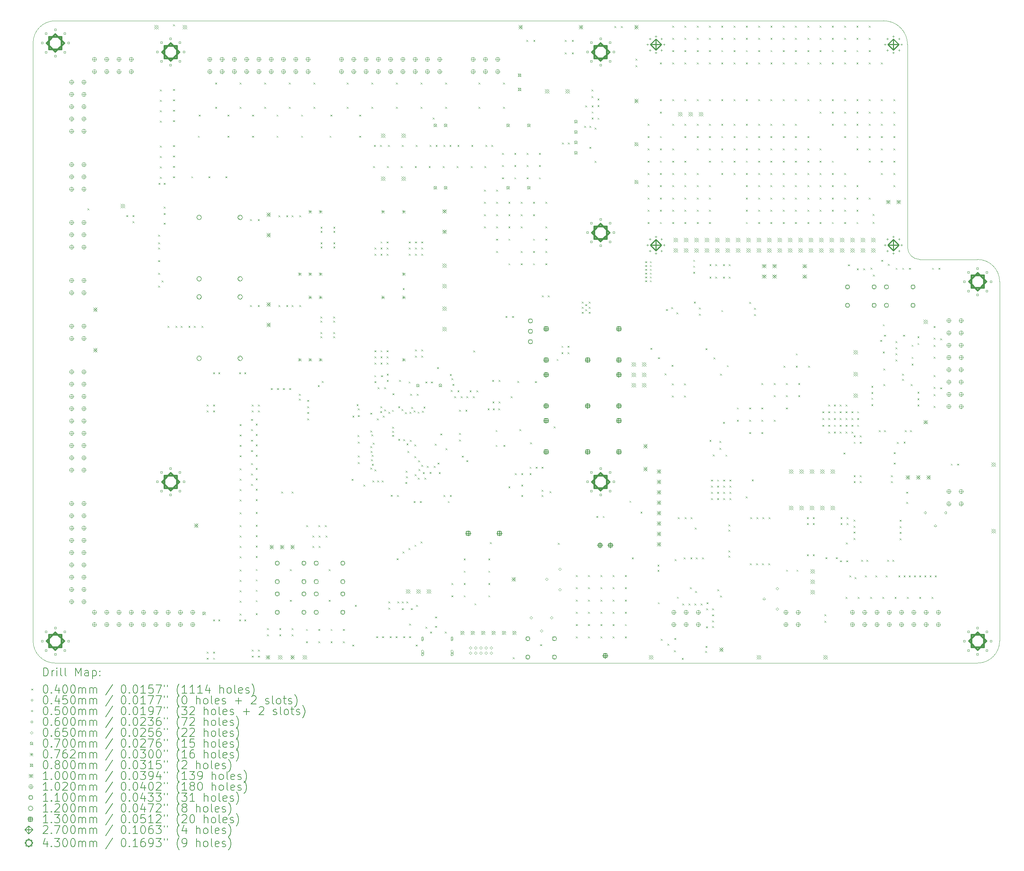
<source format=gbr>
%TF.GenerationSoftware,KiCad,Pcbnew,8.0.1*%
%TF.CreationDate,2024-06-07T19:27:23+03:00*%
%TF.ProjectId,impeller18,696d7065-6c6c-4657-9231-382e6b696361,rev?*%
%TF.SameCoordinates,Original*%
%TF.FileFunction,Drillmap*%
%TF.FilePolarity,Positive*%
%FSLAX45Y45*%
G04 Gerber Fmt 4.5, Leading zero omitted, Abs format (unit mm)*
G04 Created by KiCad (PCBNEW 8.0.1) date 2024-06-07 19:27:23*
%MOMM*%
%LPD*%
G01*
G04 APERTURE LIST*
%ADD10C,0.050000*%
%ADD11C,0.200000*%
%ADD12C,0.100000*%
%ADD13C,0.102000*%
%ADD14C,0.110000*%
%ADD15C,0.120000*%
%ADD16C,0.130000*%
%ADD17C,0.270000*%
%ADD18C,0.430000*%
G04 APERTURE END LIST*
D10*
X29767600Y-5910600D02*
X29767600Y-10860600D01*
X30067600Y-11160600D02*
X31477800Y-11160600D01*
X29187600Y-5330600D02*
G75*
G02*
X29767600Y-5910600I0J-580000D01*
G01*
X31477800Y-11160600D02*
G75*
G02*
X32017600Y-11700400I0J-539800D01*
G01*
X8410300Y-20480800D02*
X8410300Y-5870400D01*
X32017600Y-11700400D02*
X32017600Y-20480800D01*
X31477800Y-21020600D02*
X8950100Y-21020600D01*
X32017600Y-20480800D02*
G75*
G02*
X31477800Y-21020600I-539800J0D01*
G01*
X8410300Y-5870400D02*
G75*
G02*
X8950100Y-5330600I539800J0D01*
G01*
X30067600Y-11160600D02*
G75*
G02*
X29767600Y-10860600I0J300000D01*
G01*
X8950100Y-21020600D02*
G75*
G02*
X8410300Y-20480800I0J539800D01*
G01*
X8950100Y-5330600D02*
X29187600Y-5330600D01*
D11*
D12*
X9739800Y-9911850D02*
X9779800Y-9951850D01*
X9779800Y-9911850D02*
X9739800Y-9951850D01*
X10683300Y-10077500D02*
X10723300Y-10117500D01*
X10723300Y-10077500D02*
X10683300Y-10117500D01*
X10838300Y-10077500D02*
X10878300Y-10117500D01*
X10878300Y-10077500D02*
X10838300Y-10117500D01*
X10838300Y-10223500D02*
X10878300Y-10263500D01*
X10878300Y-10223500D02*
X10838300Y-10263500D01*
X11466300Y-10740100D02*
X11506300Y-10780100D01*
X11506300Y-10740100D02*
X11466300Y-10780100D01*
X11466300Y-10555100D02*
X11506300Y-10595100D01*
X11506300Y-10555100D02*
X11466300Y-10595100D01*
X11466300Y-10867100D02*
X11506300Y-10907100D01*
X11506300Y-10867100D02*
X11466300Y-10907100D01*
X11466300Y-11179000D02*
X11506300Y-11219000D01*
X11506300Y-11179000D02*
X11466300Y-11219000D01*
X11466300Y-11489900D02*
X11506300Y-11529900D01*
X11506300Y-11489900D02*
X11466300Y-11529900D01*
X11466300Y-11801900D02*
X11506300Y-11841900D01*
X11506300Y-11801900D02*
X11466300Y-11841900D01*
X11473300Y-9290500D02*
X11513300Y-9330500D01*
X11513300Y-9290500D02*
X11473300Y-9330500D01*
X11506300Y-7006800D02*
X11546300Y-7046800D01*
X11546300Y-7006800D02*
X11506300Y-7046800D01*
X11506300Y-7260800D02*
X11546300Y-7300800D01*
X11546300Y-7260800D02*
X11506300Y-7300800D01*
X11506300Y-7514800D02*
X11546300Y-7554800D01*
X11546300Y-7514800D02*
X11506300Y-7554800D01*
X11506300Y-7768800D02*
X11546300Y-7808800D01*
X11546300Y-7768800D02*
X11506300Y-7808800D01*
X11506300Y-8377700D02*
X11546300Y-8417700D01*
X11546300Y-8377700D02*
X11506300Y-8417700D01*
X11506300Y-8631700D02*
X11546300Y-8671700D01*
X11546300Y-8631700D02*
X11506300Y-8671700D01*
X11506300Y-8885700D02*
X11546300Y-8925700D01*
X11546300Y-8885700D02*
X11506300Y-8925700D01*
X11506300Y-9139700D02*
X11546300Y-9179700D01*
X11546300Y-9139700D02*
X11506300Y-9179700D01*
X11546300Y-11674900D02*
X11586300Y-11714900D01*
X11586300Y-11674900D02*
X11546300Y-11714900D01*
X11600300Y-9290500D02*
X11640300Y-9330500D01*
X11640300Y-9290500D02*
X11600300Y-9330500D01*
X11600300Y-9870500D02*
X11640300Y-9910500D01*
X11640300Y-9870500D02*
X11600300Y-9910500D01*
X11600300Y-10025500D02*
X11640300Y-10065500D01*
X11640300Y-10025500D02*
X11600300Y-10065500D01*
X11600300Y-10264412D02*
X11640300Y-10304412D01*
X11640300Y-10264412D02*
X11600300Y-10304412D01*
X11695400Y-12783100D02*
X11735400Y-12823100D01*
X11735400Y-12783100D02*
X11695400Y-12823100D01*
X11825907Y-6996473D02*
X11865907Y-7036473D01*
X11865907Y-6996473D02*
X11825907Y-7036473D01*
X11825907Y-7250473D02*
X11865907Y-7290473D01*
X11865907Y-7250473D02*
X11825907Y-7290473D01*
X11825907Y-7504473D02*
X11865907Y-7544473D01*
X11865907Y-7504473D02*
X11825907Y-7544473D01*
X11825907Y-7758473D02*
X11865907Y-7798473D01*
X11865907Y-7758473D02*
X11825907Y-7798473D01*
X11825907Y-8367373D02*
X11865907Y-8407373D01*
X11865907Y-8367373D02*
X11825907Y-8407373D01*
X11825907Y-8621373D02*
X11865907Y-8661373D01*
X11865907Y-8621373D02*
X11825907Y-8661373D01*
X11825907Y-8875373D02*
X11865907Y-8915373D01*
X11865907Y-8875373D02*
X11825907Y-8915373D01*
X11825907Y-9129373D02*
X11865907Y-9169373D01*
X11865907Y-9129373D02*
X11825907Y-9169373D01*
X11826500Y-5415500D02*
X11866500Y-5455500D01*
X11866500Y-5415500D02*
X11826500Y-5455500D01*
X11885400Y-12783100D02*
X11925400Y-12823100D01*
X11925400Y-12783100D02*
X11885400Y-12823100D01*
X12015400Y-12783100D02*
X12055400Y-12823100D01*
X12055400Y-12783100D02*
X12015400Y-12823100D01*
X12205400Y-12783100D02*
X12245400Y-12823100D01*
X12245400Y-12783100D02*
X12205400Y-12823100D01*
X12271600Y-9129373D02*
X12311600Y-9169373D01*
X12311600Y-9129373D02*
X12271600Y-9169373D01*
X12335400Y-12783100D02*
X12375400Y-12823100D01*
X12375400Y-12783100D02*
X12335400Y-12823100D01*
X12434600Y-8139350D02*
X12474600Y-8179350D01*
X12474600Y-8139350D02*
X12434600Y-8179350D01*
X12456600Y-7623100D02*
X12496600Y-7663100D01*
X12496600Y-7623100D02*
X12456600Y-7663100D01*
X12525400Y-12783100D02*
X12565400Y-12823100D01*
X12565400Y-12783100D02*
X12525400Y-12823100D01*
X12651400Y-14702300D02*
X12691400Y-14742300D01*
X12691400Y-14702300D02*
X12651400Y-14742300D01*
X12651400Y-14848300D02*
X12691400Y-14888300D01*
X12691400Y-14848300D02*
X12651400Y-14888300D01*
X12651400Y-20742600D02*
X12691400Y-20782600D01*
X12691400Y-20742600D02*
X12651400Y-20782600D01*
X12651400Y-20888600D02*
X12691400Y-20928600D01*
X12691400Y-20888600D02*
X12651400Y-20928600D01*
X12690236Y-9129373D02*
X12730236Y-9169373D01*
X12730236Y-9129373D02*
X12690236Y-9169373D01*
X12806400Y-13915300D02*
X12846400Y-13955300D01*
X12846400Y-13915300D02*
X12806400Y-13955300D01*
X12806400Y-14702300D02*
X12846400Y-14742300D01*
X12846400Y-14702300D02*
X12806400Y-14742300D01*
X12806400Y-14848300D02*
X12846400Y-14888300D01*
X12846400Y-14848300D02*
X12806400Y-14888300D01*
X12806400Y-19955600D02*
X12846400Y-19995600D01*
X12846400Y-19955600D02*
X12806400Y-19995600D01*
X12806400Y-20742600D02*
X12846400Y-20782600D01*
X12846400Y-20742600D02*
X12806400Y-20782600D01*
X12806400Y-20888600D02*
X12846400Y-20928600D01*
X12846400Y-20888600D02*
X12806400Y-20928600D01*
X12856600Y-6837600D02*
X12896600Y-6877600D01*
X12896600Y-6837600D02*
X12856600Y-6877600D01*
X12856600Y-7432600D02*
X12896600Y-7472600D01*
X12896600Y-7432600D02*
X12856600Y-7472600D01*
X12933400Y-13915300D02*
X12973400Y-13955300D01*
X12973400Y-13915300D02*
X12933400Y-13955300D01*
X12933400Y-19955600D02*
X12973400Y-19995600D01*
X12973400Y-19955600D02*
X12933400Y-19995600D01*
X13108873Y-9129373D02*
X13148873Y-9169373D01*
X13148873Y-9129373D02*
X13108873Y-9169373D01*
X13156600Y-7623100D02*
X13196600Y-7663100D01*
X13196600Y-7623100D02*
X13156600Y-7663100D01*
X13156600Y-8139350D02*
X13196600Y-8179350D01*
X13196600Y-8139350D02*
X13156600Y-8179350D01*
X13441400Y-13915300D02*
X13481400Y-13955300D01*
X13481400Y-13915300D02*
X13441400Y-13955300D01*
X13441400Y-19955600D02*
X13481400Y-19995600D01*
X13481400Y-19955600D02*
X13441400Y-19995600D01*
X13452400Y-15182800D02*
X13492400Y-15222800D01*
X13492400Y-15182800D02*
X13452400Y-15222800D01*
X13452400Y-15436800D02*
X13492400Y-15476800D01*
X13492400Y-15436800D02*
X13452400Y-15476800D01*
X13452400Y-15690800D02*
X13492400Y-15730800D01*
X13492400Y-15690800D02*
X13452400Y-15730800D01*
X13452400Y-15944800D02*
X13492400Y-15984800D01*
X13492400Y-15944800D02*
X13452400Y-15984800D01*
X13452400Y-16262800D02*
X13492400Y-16302800D01*
X13492400Y-16262800D02*
X13452400Y-16302800D01*
X13452400Y-16516800D02*
X13492400Y-16556800D01*
X13492400Y-16516800D02*
X13452400Y-16556800D01*
X13452400Y-16770800D02*
X13492400Y-16810800D01*
X13492400Y-16770800D02*
X13452400Y-16810800D01*
X13452400Y-17024800D02*
X13492400Y-17064800D01*
X13492400Y-17024800D02*
X13452400Y-17064800D01*
X13452400Y-17338800D02*
X13492400Y-17378800D01*
X13492400Y-17338800D02*
X13452400Y-17378800D01*
X13452400Y-17652800D02*
X13492400Y-17692800D01*
X13492400Y-17652800D02*
X13452400Y-17692800D01*
X13452400Y-17906800D02*
X13492400Y-17946800D01*
X13492400Y-17906800D02*
X13452400Y-17946800D01*
X13452400Y-18160800D02*
X13492400Y-18200800D01*
X13492400Y-18160800D02*
X13452400Y-18200800D01*
X13452400Y-18414800D02*
X13492400Y-18454800D01*
X13492400Y-18414800D02*
X13452400Y-18454800D01*
X13452400Y-18732800D02*
X13492400Y-18772800D01*
X13492400Y-18732800D02*
X13452400Y-18772800D01*
X13452400Y-18986800D02*
X13492400Y-19026800D01*
X13492400Y-18986800D02*
X13452400Y-19026800D01*
X13452400Y-19240800D02*
X13492400Y-19280800D01*
X13492400Y-19240800D02*
X13452400Y-19280800D01*
X13452400Y-19494800D02*
X13492400Y-19534800D01*
X13492400Y-19494800D02*
X13452400Y-19534800D01*
X13452400Y-19808800D02*
X13492400Y-19848800D01*
X13492400Y-19808800D02*
X13452400Y-19848800D01*
X13456600Y-6837600D02*
X13496600Y-6877600D01*
X13496600Y-6837600D02*
X13456600Y-6877600D01*
X13456600Y-7432600D02*
X13496600Y-7472600D01*
X13496600Y-7432600D02*
X13456600Y-7472600D01*
X13568400Y-13915300D02*
X13608400Y-13955300D01*
X13608400Y-13915300D02*
X13568400Y-13955300D01*
X13568400Y-19955600D02*
X13608400Y-19995600D01*
X13608400Y-19955600D02*
X13568400Y-19995600D01*
X13707900Y-10175200D02*
X13747900Y-10215200D01*
X13747900Y-10175200D02*
X13707900Y-10215200D01*
X13707900Y-12276900D02*
X13747900Y-12316900D01*
X13747900Y-12276900D02*
X13707900Y-12316900D01*
X13731827Y-15055800D02*
X13771827Y-15095800D01*
X13771827Y-15055800D02*
X13731827Y-15095800D01*
X13731827Y-15563800D02*
X13771827Y-15603800D01*
X13771827Y-15563800D02*
X13731827Y-15603800D01*
X13731827Y-15817800D02*
X13771827Y-15857800D01*
X13771827Y-15817800D02*
X13731827Y-15857800D01*
X13731827Y-16135800D02*
X13771827Y-16175800D01*
X13771827Y-16135800D02*
X13731827Y-16175800D01*
X13731827Y-16389800D02*
X13771827Y-16429800D01*
X13771827Y-16389800D02*
X13731827Y-16429800D01*
X13731827Y-16643800D02*
X13771827Y-16683800D01*
X13771827Y-16643800D02*
X13731827Y-16683800D01*
X13736127Y-15305500D02*
X13776127Y-15345500D01*
X13776127Y-15305500D02*
X13736127Y-15345500D01*
X13747900Y-14702300D02*
X13787900Y-14742300D01*
X13787900Y-14702300D02*
X13747900Y-14742300D01*
X13747900Y-14848300D02*
X13787900Y-14888300D01*
X13787900Y-14848300D02*
X13747900Y-14888300D01*
X13747900Y-20693100D02*
X13787900Y-20733100D01*
X13787900Y-20693100D02*
X13747900Y-20733100D01*
X13747900Y-20839100D02*
X13787900Y-20879100D01*
X13787900Y-20839100D02*
X13747900Y-20879100D01*
X13756600Y-7623100D02*
X13796600Y-7663100D01*
X13796600Y-7623100D02*
X13756600Y-7663100D01*
X13756600Y-8139350D02*
X13796600Y-8179350D01*
X13796600Y-8139350D02*
X13756600Y-8179350D01*
X13848500Y-15172473D02*
X13888500Y-15212473D01*
X13888500Y-15172473D02*
X13848500Y-15212473D01*
X13848500Y-15426473D02*
X13888500Y-15466473D01*
X13888500Y-15426473D02*
X13848500Y-15466473D01*
X13848500Y-15680473D02*
X13888500Y-15720473D01*
X13888500Y-15680473D02*
X13848500Y-15720473D01*
X13848500Y-15934473D02*
X13888500Y-15974473D01*
X13888500Y-15934473D02*
X13848500Y-15974473D01*
X13848500Y-16252473D02*
X13888500Y-16292473D01*
X13888500Y-16252473D02*
X13848500Y-16292473D01*
X13848500Y-16506473D02*
X13888500Y-16546473D01*
X13888500Y-16506473D02*
X13848500Y-16546473D01*
X13848500Y-16760473D02*
X13888500Y-16800473D01*
X13888500Y-16760473D02*
X13848500Y-16800473D01*
X13848500Y-17014473D02*
X13888500Y-17054473D01*
X13888500Y-17014473D02*
X13848500Y-17054473D01*
X13848500Y-17328473D02*
X13888500Y-17368473D01*
X13888500Y-17328473D02*
X13848500Y-17368473D01*
X13848500Y-17642473D02*
X13888500Y-17682473D01*
X13888500Y-17642473D02*
X13848500Y-17682473D01*
X13848500Y-17896473D02*
X13888500Y-17936473D01*
X13888500Y-17896473D02*
X13848500Y-17936473D01*
X13848500Y-18150473D02*
X13888500Y-18190473D01*
X13888500Y-18150473D02*
X13848500Y-18190473D01*
X13848500Y-18404473D02*
X13888500Y-18444473D01*
X13888500Y-18404473D02*
X13848500Y-18444473D01*
X13848500Y-18722473D02*
X13888500Y-18762473D01*
X13888500Y-18722473D02*
X13848500Y-18762473D01*
X13848500Y-18976473D02*
X13888500Y-19016473D01*
X13888500Y-18976473D02*
X13848500Y-19016473D01*
X13848500Y-19230473D02*
X13888500Y-19270473D01*
X13888500Y-19230473D02*
X13848500Y-19270473D01*
X13848500Y-19484473D02*
X13888500Y-19524473D01*
X13888500Y-19484473D02*
X13848500Y-19524473D01*
X13848500Y-19798473D02*
X13888500Y-19838473D01*
X13888500Y-19798473D02*
X13848500Y-19838473D01*
X13897900Y-10175200D02*
X13937900Y-10215200D01*
X13937900Y-10175200D02*
X13897900Y-10215200D01*
X13897900Y-12276900D02*
X13937900Y-12316900D01*
X13937900Y-12276900D02*
X13897900Y-12316900D01*
X13902900Y-14702300D02*
X13942900Y-14742300D01*
X13942900Y-14702300D02*
X13902900Y-14742300D01*
X13902900Y-14848300D02*
X13942900Y-14888300D01*
X13942900Y-14848300D02*
X13902900Y-14888300D01*
X13902900Y-20693100D02*
X13942900Y-20733100D01*
X13942900Y-20693100D02*
X13902900Y-20733100D01*
X13902900Y-20839100D02*
X13942900Y-20879100D01*
X13942900Y-20839100D02*
X13902900Y-20879100D01*
X14056600Y-6837600D02*
X14096600Y-6877600D01*
X14096600Y-6837600D02*
X14056600Y-6877600D01*
X14056600Y-7432600D02*
X14096600Y-7472600D01*
X14096600Y-7432600D02*
X14056600Y-7472600D01*
X14123400Y-20162450D02*
X14163400Y-20202450D01*
X14163400Y-20162450D02*
X14123400Y-20202450D01*
X14123400Y-20319950D02*
X14163400Y-20359950D01*
X14163400Y-20319950D02*
X14123400Y-20359950D01*
X14214400Y-14302400D02*
X14254400Y-14342400D01*
X14254400Y-14302400D02*
X14214400Y-14342400D01*
X14356600Y-7623100D02*
X14396600Y-7663100D01*
X14396600Y-7623100D02*
X14356600Y-7663100D01*
X14356600Y-8139350D02*
X14396600Y-8179350D01*
X14396600Y-8139350D02*
X14356600Y-8179350D01*
X14369400Y-14302400D02*
X14409400Y-14342400D01*
X14409400Y-14302400D02*
X14369400Y-14342400D01*
X14403000Y-10083900D02*
X14443000Y-10123900D01*
X14443000Y-10083900D02*
X14403000Y-10123900D01*
X14403050Y-12276900D02*
X14443050Y-12316900D01*
X14443050Y-12276900D02*
X14403050Y-12316900D01*
X14423400Y-20162450D02*
X14463400Y-20202450D01*
X14463400Y-20162450D02*
X14423400Y-20202450D01*
X14423400Y-20319950D02*
X14463400Y-20359950D01*
X14463400Y-20319950D02*
X14423400Y-20359950D01*
X14469744Y-16829100D02*
X14509744Y-16869100D01*
X14509744Y-16829100D02*
X14469744Y-16869100D01*
X14510400Y-14302400D02*
X14550400Y-14342400D01*
X14550400Y-14302400D02*
X14510400Y-14342400D01*
X14593000Y-10083900D02*
X14633000Y-10123900D01*
X14633000Y-10083900D02*
X14593000Y-10123900D01*
X14593050Y-12276900D02*
X14633050Y-12316900D01*
X14633050Y-12276900D02*
X14593050Y-12316900D01*
X14656600Y-6837600D02*
X14696600Y-6877600D01*
X14696600Y-6837600D02*
X14656600Y-6877600D01*
X14656600Y-7432600D02*
X14696600Y-7472600D01*
X14696600Y-7432600D02*
X14656600Y-7472600D01*
X14665400Y-14302400D02*
X14705400Y-14342400D01*
X14705400Y-14302400D02*
X14665400Y-14342400D01*
X14679100Y-18724400D02*
X14719100Y-18764400D01*
X14719100Y-18724400D02*
X14679100Y-18764400D01*
X14679100Y-19474400D02*
X14719100Y-19514400D01*
X14719100Y-19474400D02*
X14679100Y-19514400D01*
X14723000Y-10083900D02*
X14763000Y-10123900D01*
X14763000Y-10083900D02*
X14723000Y-10123900D01*
X14723050Y-12276900D02*
X14763050Y-12316900D01*
X14763050Y-12276900D02*
X14723050Y-12316900D01*
X14723400Y-20162450D02*
X14763400Y-20202450D01*
X14763400Y-20162450D02*
X14723400Y-20202450D01*
X14723400Y-20319950D02*
X14763400Y-20359950D01*
X14763400Y-20319950D02*
X14723400Y-20359950D01*
X14723744Y-16829100D02*
X14763744Y-16869100D01*
X14763744Y-16829100D02*
X14723744Y-16869100D01*
X14899900Y-14440400D02*
X14939900Y-14480400D01*
X14939900Y-14440400D02*
X14899900Y-14480400D01*
X14899900Y-14560400D02*
X14939900Y-14600400D01*
X14939900Y-14560400D02*
X14899900Y-14600400D01*
X14913000Y-10083900D02*
X14953000Y-10123900D01*
X14953000Y-10083900D02*
X14913000Y-10123900D01*
X14913050Y-12276900D02*
X14953050Y-12316900D01*
X14953050Y-12276900D02*
X14913050Y-12316900D01*
X14956600Y-7623100D02*
X14996600Y-7663100D01*
X14996600Y-7623100D02*
X14956600Y-7663100D01*
X14956600Y-8139350D02*
X14996600Y-8179350D01*
X14996600Y-8139350D02*
X14956600Y-8179350D01*
X15076300Y-20187700D02*
X15116300Y-20227700D01*
X15116300Y-20187700D02*
X15076300Y-20227700D01*
X15076300Y-20487700D02*
X15116300Y-20527700D01*
X15116300Y-20487700D02*
X15076300Y-20527700D01*
X15081150Y-17652800D02*
X15121150Y-17692800D01*
X15121150Y-17652800D02*
X15081150Y-17692800D01*
X15102900Y-14589900D02*
X15142900Y-14629900D01*
X15142900Y-14589900D02*
X15102900Y-14629900D01*
X15102900Y-14744900D02*
X15142900Y-14784900D01*
X15142900Y-14744900D02*
X15102900Y-14784900D01*
X15102900Y-14885900D02*
X15142900Y-14925900D01*
X15142900Y-14885900D02*
X15102900Y-14925900D01*
X15102900Y-15040900D02*
X15142900Y-15080900D01*
X15142900Y-15040900D02*
X15102900Y-15080900D01*
X15229150Y-17906800D02*
X15269150Y-17946800D01*
X15269150Y-17906800D02*
X15229150Y-17946800D01*
X15229150Y-18160800D02*
X15269150Y-18200800D01*
X15269150Y-18160800D02*
X15229150Y-18200800D01*
X15256600Y-6837600D02*
X15296600Y-6877600D01*
X15296600Y-6837600D02*
X15256600Y-6877600D01*
X15256600Y-7432600D02*
X15296600Y-7472600D01*
X15296600Y-7432600D02*
X15256600Y-7472600D01*
X15363127Y-14228607D02*
X15403127Y-14268607D01*
X15403127Y-14228607D02*
X15363127Y-14268607D01*
X15376300Y-20187700D02*
X15416300Y-20227700D01*
X15416300Y-20187700D02*
X15376300Y-20227700D01*
X15376300Y-20487700D02*
X15416300Y-20527700D01*
X15416300Y-20487700D02*
X15376300Y-20527700D01*
X15377150Y-17652800D02*
X15417150Y-17692800D01*
X15417150Y-17652800D02*
X15377150Y-17692800D01*
X15386650Y-17906800D02*
X15426650Y-17946800D01*
X15426650Y-17906800D02*
X15386650Y-17946800D01*
X15386650Y-18160800D02*
X15426650Y-18200800D01*
X15426650Y-18160800D02*
X15386650Y-18200800D01*
X15424600Y-12554400D02*
X15464600Y-12594400D01*
X15464600Y-12554400D02*
X15424600Y-12594400D01*
X15424600Y-12654400D02*
X15464600Y-12694400D01*
X15464600Y-12654400D02*
X15424600Y-12694400D01*
X15424600Y-12934400D02*
X15464600Y-12974400D01*
X15464600Y-12934400D02*
X15424600Y-12974400D01*
X15424600Y-13034400D02*
X15464600Y-13074400D01*
X15464600Y-13034400D02*
X15424600Y-13074400D01*
X15430700Y-10361400D02*
X15470700Y-10401400D01*
X15470700Y-10361400D02*
X15430700Y-10401400D01*
X15430700Y-10461400D02*
X15470700Y-10501400D01*
X15470700Y-10461400D02*
X15430700Y-10501400D01*
X15430700Y-10741400D02*
X15470700Y-10781400D01*
X15470700Y-10741400D02*
X15430700Y-10781400D01*
X15430700Y-10841400D02*
X15470700Y-10881400D01*
X15470700Y-10841400D02*
X15430700Y-10881400D01*
X15463019Y-14128715D02*
X15503019Y-14168715D01*
X15503019Y-14128715D02*
X15463019Y-14168715D01*
X15538400Y-17652800D02*
X15578400Y-17692800D01*
X15578400Y-17652800D02*
X15538400Y-17692800D01*
X15551650Y-17906800D02*
X15591650Y-17946800D01*
X15591650Y-17906800D02*
X15551650Y-17946800D01*
X15629100Y-18724400D02*
X15669100Y-18764400D01*
X15669100Y-18724400D02*
X15629100Y-18764400D01*
X15629100Y-19474400D02*
X15669100Y-19514400D01*
X15669100Y-19474400D02*
X15629100Y-19514400D01*
X15650600Y-8139350D02*
X15690600Y-8179350D01*
X15690600Y-8139350D02*
X15650600Y-8179350D01*
X15672600Y-7623100D02*
X15712600Y-7663100D01*
X15712600Y-7623100D02*
X15672600Y-7663100D01*
X15676300Y-20187700D02*
X15716300Y-20227700D01*
X15716300Y-20187700D02*
X15676300Y-20227700D01*
X15676300Y-20487700D02*
X15716300Y-20527700D01*
X15716300Y-20487700D02*
X15676300Y-20527700D01*
X15737100Y-12554400D02*
X15777100Y-12594400D01*
X15777100Y-12554400D02*
X15737100Y-12594400D01*
X15737100Y-12654400D02*
X15777100Y-12694400D01*
X15777100Y-12654400D02*
X15737100Y-12694400D01*
X15737100Y-12934400D02*
X15777100Y-12974400D01*
X15777100Y-12934400D02*
X15737100Y-12974400D01*
X15737100Y-13034400D02*
X15777100Y-13074400D01*
X15777100Y-13034400D02*
X15737100Y-13074400D01*
X15743200Y-10361400D02*
X15783200Y-10401400D01*
X15783200Y-10361400D02*
X15743200Y-10401400D01*
X15743200Y-10461400D02*
X15783200Y-10501400D01*
X15783200Y-10461400D02*
X15743200Y-10501400D01*
X15743200Y-10741400D02*
X15783200Y-10781400D01*
X15783200Y-10741400D02*
X15743200Y-10781400D01*
X15743200Y-10841400D02*
X15783200Y-10881400D01*
X15783200Y-10841400D02*
X15743200Y-10881400D01*
X15976300Y-20187700D02*
X16016300Y-20227700D01*
X16016300Y-20187700D02*
X15976300Y-20227700D01*
X15976300Y-20487700D02*
X16016300Y-20527700D01*
X16016300Y-20487700D02*
X15976300Y-20527700D01*
X16072600Y-6837600D02*
X16112600Y-6877600D01*
X16112600Y-6837600D02*
X16072600Y-6877600D01*
X16072600Y-7432600D02*
X16112600Y-7472600D01*
X16112600Y-7432600D02*
X16072600Y-7472600D01*
X16187600Y-16521100D02*
X16227600Y-16561100D01*
X16227600Y-16521100D02*
X16187600Y-16561100D01*
X16204800Y-20568700D02*
X16244800Y-20608700D01*
X16244800Y-20568700D02*
X16204800Y-20608700D01*
X16210668Y-14973590D02*
X16250668Y-15013590D01*
X16250668Y-14973590D02*
X16210668Y-15013590D01*
X16268800Y-19598700D02*
X16308800Y-19638700D01*
X16308800Y-19598700D02*
X16268800Y-19638700D01*
X16310668Y-14696641D02*
X16350668Y-14736641D01*
X16350668Y-14696641D02*
X16310668Y-14736641D01*
X16332600Y-15446600D02*
X16372600Y-15486600D01*
X16372600Y-15446600D02*
X16332600Y-15486600D01*
X16340100Y-14796600D02*
X16380100Y-14836600D01*
X16380100Y-14796600D02*
X16340100Y-14836600D01*
X16340100Y-14961600D02*
X16380100Y-15001600D01*
X16380100Y-14961600D02*
X16340100Y-15001600D01*
X16340100Y-15611600D02*
X16380100Y-15651600D01*
X16380100Y-15611600D02*
X16340100Y-15651600D01*
X16340100Y-15946600D02*
X16380100Y-15986600D01*
X16380100Y-15946600D02*
X16340100Y-15986600D01*
X16340100Y-16111600D02*
X16380100Y-16151600D01*
X16380100Y-16111600D02*
X16340100Y-16151600D01*
X16372600Y-7623100D02*
X16412600Y-7663100D01*
X16412600Y-7623100D02*
X16372600Y-7663100D01*
X16372600Y-8139350D02*
X16412600Y-8179350D01*
X16412600Y-8139350D02*
X16372600Y-8179350D01*
X16477600Y-16659600D02*
X16517600Y-16699600D01*
X16517600Y-16659600D02*
X16477600Y-16699600D01*
X16645246Y-15339357D02*
X16685246Y-15379357D01*
X16685246Y-15339357D02*
X16645246Y-15379357D01*
X16645598Y-16245349D02*
X16685598Y-16285349D01*
X16685598Y-16245349D02*
X16645598Y-16285349D01*
X16645600Y-14904412D02*
X16685600Y-14944412D01*
X16685600Y-14904412D02*
X16645600Y-14944412D01*
X16647300Y-15723300D02*
X16687300Y-15763300D01*
X16687300Y-15723300D02*
X16647300Y-15763300D01*
X16651700Y-15836700D02*
X16691700Y-15876700D01*
X16691700Y-15836700D02*
X16651700Y-15876700D01*
X16661100Y-16040300D02*
X16701100Y-16080300D01*
X16701100Y-16040300D02*
X16661100Y-16080300D01*
X16672542Y-15435560D02*
X16712542Y-15475560D01*
X16712542Y-15435560D02*
X16672542Y-15475560D01*
X16672600Y-6837600D02*
X16712600Y-6877600D01*
X16712600Y-6837600D02*
X16672600Y-6877600D01*
X16672600Y-7432600D02*
X16712600Y-7472600D01*
X16712600Y-7432600D02*
X16672600Y-7472600D01*
X16678538Y-15933032D02*
X16718538Y-15973032D01*
X16718538Y-15933032D02*
X16678538Y-15973032D01*
X16683400Y-16150200D02*
X16723400Y-16190200D01*
X16723400Y-16150200D02*
X16683400Y-16190200D01*
X16696100Y-16561000D02*
X16736100Y-16601000D01*
X16736100Y-16561000D02*
X16696100Y-16601000D01*
X16706227Y-15635560D02*
X16746227Y-15675560D01*
X16746227Y-15635560D02*
X16706227Y-15675560D01*
X16712600Y-8879350D02*
X16752600Y-8919350D01*
X16752600Y-8879350D02*
X16712600Y-8919350D01*
X16734600Y-8363100D02*
X16774600Y-8403100D01*
X16774600Y-8363100D02*
X16734600Y-8403100D01*
X16743100Y-13988100D02*
X16783100Y-14028100D01*
X16783100Y-13988100D02*
X16743100Y-14028100D01*
X16745598Y-16286770D02*
X16785598Y-16326770D01*
X16785598Y-16286770D02*
X16745598Y-16326770D01*
X16746200Y-10869900D02*
X16786200Y-10909900D01*
X16786200Y-10869900D02*
X16746200Y-10909900D01*
X16746200Y-11019900D02*
X16786200Y-11059900D01*
X16786200Y-11019900D02*
X16746200Y-11059900D01*
X16746200Y-13379000D02*
X16786200Y-13419000D01*
X16786200Y-13379000D02*
X16746200Y-13419000D01*
X16746200Y-13529000D02*
X16786200Y-13569000D01*
X16786200Y-13529000D02*
X16746200Y-13569000D01*
X16746200Y-13679000D02*
X16786200Y-13719000D01*
X16786200Y-13679000D02*
X16746200Y-13719000D01*
X16748100Y-14134100D02*
X16788100Y-14174100D01*
X16788100Y-14134100D02*
X16748100Y-14174100D01*
X16791550Y-20364200D02*
X16831550Y-20404200D01*
X16831550Y-20364200D02*
X16791550Y-20404200D01*
X16806100Y-15042200D02*
X16846100Y-15082200D01*
X16846100Y-15042200D02*
X16806100Y-15082200D01*
X16812044Y-16561600D02*
X16852044Y-16601600D01*
X16852044Y-16561600D02*
X16812044Y-16601600D01*
X16820600Y-14280100D02*
X16860600Y-14320100D01*
X16860600Y-14280100D02*
X16820600Y-14320100D01*
X16880600Y-8363100D02*
X16920600Y-8403100D01*
X16920600Y-8363100D02*
X16880600Y-8403100D01*
X16887466Y-14863434D02*
X16927466Y-14903434D01*
X16927466Y-14863434D02*
X16887466Y-14903434D01*
X16894257Y-14748700D02*
X16934257Y-14788700D01*
X16934257Y-14748700D02*
X16894257Y-14788700D01*
X16896200Y-10719900D02*
X16936200Y-10759900D01*
X16936200Y-10719900D02*
X16896200Y-10759900D01*
X16896200Y-10869900D02*
X16936200Y-10909900D01*
X16936200Y-10869900D02*
X16896200Y-10909900D01*
X16896200Y-11019900D02*
X16936200Y-11059900D01*
X16936200Y-11019900D02*
X16896200Y-11059900D01*
X16896200Y-13379000D02*
X16936200Y-13419000D01*
X16936200Y-13379000D02*
X16896200Y-13419000D01*
X16896200Y-13529000D02*
X16936200Y-13569000D01*
X16936200Y-13529000D02*
X16896200Y-13569000D01*
X16896200Y-13679000D02*
X16936200Y-13719000D01*
X16936200Y-13679000D02*
X16896200Y-13719000D01*
X16908100Y-13988100D02*
X16948100Y-14028100D01*
X16948100Y-13988100D02*
X16908100Y-14028100D01*
X16926900Y-16559000D02*
X16966900Y-16599000D01*
X16966900Y-16559000D02*
X16926900Y-16599000D01*
X16931550Y-20364200D02*
X16971550Y-20404200D01*
X16971550Y-20364200D02*
X16931550Y-20404200D01*
X16949100Y-14972400D02*
X16989100Y-15012400D01*
X16989100Y-14972400D02*
X16949100Y-15012400D01*
X16984257Y-14822200D02*
X17024257Y-14862200D01*
X17024257Y-14822200D02*
X16984257Y-14862200D01*
X16985600Y-14280100D02*
X17025600Y-14320100D01*
X17025600Y-14280100D02*
X16985600Y-14320100D01*
X17046200Y-10719900D02*
X17086200Y-10759900D01*
X17086200Y-10719900D02*
X17046200Y-10759900D01*
X17046200Y-10869900D02*
X17086200Y-10909900D01*
X17086200Y-10869900D02*
X17046200Y-10909900D01*
X17046200Y-11019900D02*
X17086200Y-11059900D01*
X17086200Y-11019900D02*
X17046200Y-11059900D01*
X17046200Y-13379000D02*
X17086200Y-13419000D01*
X17086200Y-13379000D02*
X17046200Y-13419000D01*
X17046200Y-13529000D02*
X17086200Y-13569000D01*
X17086200Y-13529000D02*
X17046200Y-13569000D01*
X17046200Y-13679000D02*
X17086200Y-13719000D01*
X17086200Y-13679000D02*
X17046200Y-13719000D01*
X17047000Y-13948400D02*
X17087000Y-13988400D01*
X17087000Y-13948400D02*
X17047000Y-13988400D01*
X17047000Y-14103400D02*
X17087000Y-14143400D01*
X17087000Y-14103400D02*
X17047000Y-14143400D01*
X17052600Y-8879350D02*
X17092600Y-8919350D01*
X17092600Y-8879350D02*
X17052600Y-8919350D01*
X17074600Y-8363100D02*
X17114600Y-8403100D01*
X17114600Y-8363100D02*
X17074600Y-8403100D01*
X17083400Y-14884300D02*
X17123400Y-14924300D01*
X17123400Y-14884300D02*
X17083400Y-14924300D01*
X17086800Y-19513700D02*
X17126800Y-19553700D01*
X17126800Y-19513700D02*
X17086800Y-19553700D01*
X17086800Y-19668700D02*
X17126800Y-19708700D01*
X17126800Y-19668700D02*
X17086800Y-19708700D01*
X17121550Y-20364200D02*
X17161550Y-20404200D01*
X17161550Y-20364200D02*
X17121550Y-20404200D01*
X17146300Y-16910500D02*
X17186300Y-16950500D01*
X17186300Y-16910500D02*
X17146300Y-16950500D01*
X17175400Y-14836200D02*
X17215400Y-14876200D01*
X17215400Y-14836200D02*
X17175400Y-14876200D01*
X17178100Y-15245500D02*
X17218100Y-15285500D01*
X17218100Y-15245500D02*
X17178100Y-15285500D01*
X17178100Y-15345500D02*
X17218100Y-15385500D01*
X17218100Y-15345500D02*
X17178100Y-15385500D01*
X17178100Y-15445500D02*
X17218100Y-15485500D01*
X17218100Y-15445500D02*
X17178100Y-15485500D01*
X17188100Y-14429100D02*
X17228100Y-14469100D01*
X17228100Y-14429100D02*
X17188100Y-14469100D01*
X17261550Y-20364200D02*
X17301550Y-20404200D01*
X17301550Y-20364200D02*
X17261550Y-20404200D01*
X17272600Y-6837600D02*
X17312600Y-6877600D01*
X17312600Y-6837600D02*
X17272600Y-6877600D01*
X17272600Y-7432600D02*
X17312600Y-7472600D01*
X17312600Y-7432600D02*
X17272600Y-7472600D01*
X17286500Y-18458300D02*
X17326500Y-18498300D01*
X17326500Y-18458300D02*
X17286500Y-18498300D01*
X17300600Y-16917100D02*
X17340600Y-16957100D01*
X17340600Y-16917100D02*
X17300600Y-16957100D01*
X17306800Y-19513700D02*
X17346800Y-19553700D01*
X17346800Y-19513700D02*
X17306800Y-19553700D01*
X17328100Y-14745700D02*
X17368100Y-14785700D01*
X17368100Y-14745700D02*
X17328100Y-14785700D01*
X17328100Y-15545500D02*
X17368100Y-15585500D01*
X17368100Y-15545500D02*
X17328100Y-15585500D01*
X17345800Y-14100700D02*
X17385800Y-14140700D01*
X17385800Y-14100700D02*
X17345800Y-14140700D01*
X17392600Y-8879350D02*
X17432600Y-8919350D01*
X17432600Y-8879350D02*
X17392600Y-8919350D01*
X17406279Y-14816412D02*
X17446279Y-14856412D01*
X17446279Y-14816412D02*
X17406279Y-14856412D01*
X17414600Y-8363100D02*
X17454600Y-8403100D01*
X17454600Y-8363100D02*
X17414600Y-8403100D01*
X17416800Y-19513700D02*
X17456800Y-19553700D01*
X17456800Y-19513700D02*
X17416800Y-19553700D01*
X17416800Y-19678700D02*
X17456800Y-19718700D01*
X17456800Y-19678700D02*
X17416800Y-19718700D01*
X17432500Y-18293300D02*
X17472500Y-18333300D01*
X17472500Y-18293300D02*
X17432500Y-18333300D01*
X17437800Y-11862100D02*
X17477800Y-11902100D01*
X17477800Y-11862100D02*
X17437800Y-11902100D01*
X17451550Y-20364200D02*
X17491550Y-20404200D01*
X17491550Y-20364200D02*
X17451550Y-20404200D01*
X17452900Y-15551200D02*
X17492900Y-15591200D01*
X17492900Y-15551200D02*
X17452900Y-15591200D01*
X17490839Y-14890500D02*
X17530839Y-14930500D01*
X17530839Y-14890500D02*
X17490839Y-14930500D01*
X17501200Y-16596700D02*
X17541200Y-16636700D01*
X17541200Y-16596700D02*
X17501200Y-16636700D01*
X17508419Y-16322145D02*
X17548419Y-16362145D01*
X17548419Y-16322145D02*
X17508419Y-16362145D01*
X17520600Y-16458077D02*
X17560600Y-16498077D01*
X17560600Y-16458077D02*
X17520600Y-16498077D01*
X17526800Y-19513700D02*
X17566800Y-19553700D01*
X17566800Y-19513700D02*
X17526800Y-19553700D01*
X17530600Y-15653200D02*
X17570600Y-15693200D01*
X17570600Y-15653200D02*
X17530600Y-15693200D01*
X17550700Y-15840000D02*
X17590700Y-15880000D01*
X17590700Y-15840000D02*
X17550700Y-15880000D01*
X17578500Y-18210800D02*
X17618500Y-18250800D01*
X17618500Y-18210800D02*
X17578500Y-18250800D01*
X17581400Y-14142200D02*
X17621400Y-14182200D01*
X17621400Y-14142200D02*
X17581400Y-14182200D01*
X17587600Y-10719900D02*
X17627600Y-10759900D01*
X17627600Y-10719900D02*
X17587600Y-10759900D01*
X17587600Y-10869900D02*
X17627600Y-10909900D01*
X17627600Y-10869900D02*
X17587600Y-10909900D01*
X17587600Y-11019900D02*
X17627600Y-11059900D01*
X17627600Y-11019900D02*
X17587600Y-11059900D01*
X17591550Y-20054200D02*
X17631550Y-20094200D01*
X17631550Y-20054200D02*
X17591550Y-20094200D01*
X17591550Y-20364200D02*
X17631550Y-20404200D01*
X17631550Y-20364200D02*
X17591550Y-20404200D01*
X17604500Y-14881600D02*
X17644500Y-14921600D01*
X17644500Y-14881600D02*
X17604500Y-14921600D01*
X17611846Y-15570646D02*
X17651846Y-15610646D01*
X17651846Y-15570646D02*
X17611846Y-15610646D01*
X17618100Y-14441100D02*
X17658100Y-14481100D01*
X17658100Y-14441100D02*
X17618100Y-14481100D01*
X17636500Y-19678700D02*
X17676500Y-19718700D01*
X17676500Y-19678700D02*
X17636500Y-19718700D01*
X17644400Y-14762400D02*
X17684400Y-14802400D01*
X17684400Y-14762400D02*
X17644400Y-14802400D01*
X17703500Y-17063100D02*
X17743500Y-17103100D01*
X17743500Y-17063100D02*
X17703500Y-17103100D01*
X17704100Y-14847800D02*
X17744100Y-14887800D01*
X17744100Y-14847800D02*
X17704100Y-14887800D01*
X17719200Y-15967700D02*
X17759200Y-16007700D01*
X17759200Y-15967700D02*
X17719200Y-16007700D01*
X17721448Y-15680248D02*
X17761448Y-15720248D01*
X17761448Y-15680248D02*
X17721448Y-15720248D01*
X17724500Y-18128300D02*
X17764500Y-18168300D01*
X17764500Y-18128300D02*
X17724500Y-18168300D01*
X17727800Y-16407700D02*
X17767800Y-16447700D01*
X17767800Y-16407700D02*
X17727800Y-16447700D01*
X17732600Y-8879350D02*
X17772600Y-8919350D01*
X17772600Y-8879350D02*
X17732600Y-8919350D01*
X17737600Y-10719900D02*
X17777600Y-10759900D01*
X17777600Y-10719900D02*
X17737600Y-10759900D01*
X17737600Y-10869900D02*
X17777600Y-10909900D01*
X17777600Y-10869900D02*
X17737600Y-10909900D01*
X17737600Y-11019900D02*
X17777600Y-11059900D01*
X17777600Y-11019900D02*
X17737600Y-11059900D01*
X17737600Y-13357900D02*
X17777600Y-13397900D01*
X17777600Y-13357900D02*
X17737600Y-13397900D01*
X17737600Y-13507900D02*
X17777600Y-13547900D01*
X17777600Y-13507900D02*
X17737600Y-13547900D01*
X17754600Y-8363100D02*
X17794600Y-8403100D01*
X17794600Y-8363100D02*
X17754600Y-8403100D01*
X17756800Y-20568700D02*
X17796800Y-20608700D01*
X17796800Y-20568700D02*
X17756800Y-20608700D01*
X17764300Y-19598700D02*
X17804300Y-19638700D01*
X17804300Y-19598700D02*
X17764300Y-19638700D01*
X17783100Y-14441100D02*
X17823100Y-14481100D01*
X17823100Y-14441100D02*
X17783100Y-14481100D01*
X17802500Y-14878100D02*
X17842500Y-14918100D01*
X17842500Y-14878100D02*
X17802500Y-14918100D01*
X17802800Y-16488600D02*
X17842800Y-16528600D01*
X17842800Y-16488600D02*
X17802800Y-16528600D01*
X17816500Y-16069500D02*
X17856500Y-16109500D01*
X17856500Y-16069500D02*
X17816500Y-16109500D01*
X17824100Y-16279100D02*
X17864100Y-16319100D01*
X17864100Y-16279100D02*
X17824100Y-16319100D01*
X17855600Y-17063100D02*
X17895600Y-17103100D01*
X17895600Y-17063100D02*
X17855600Y-17103100D01*
X17870500Y-18045800D02*
X17910500Y-18085800D01*
X17910500Y-18045800D02*
X17870500Y-18085800D01*
X17872600Y-6837600D02*
X17912600Y-6877600D01*
X17912600Y-6837600D02*
X17872600Y-6877600D01*
X17872600Y-7432600D02*
X17912600Y-7472600D01*
X17912600Y-7432600D02*
X17872600Y-7472600D01*
X17887600Y-10719900D02*
X17927600Y-10759900D01*
X17927600Y-10719900D02*
X17887600Y-10759900D01*
X17887600Y-10869900D02*
X17927600Y-10909900D01*
X17927600Y-10869900D02*
X17887600Y-10909900D01*
X17887600Y-11019900D02*
X17927600Y-11059900D01*
X17927600Y-11019900D02*
X17887600Y-11059900D01*
X17887600Y-13357900D02*
X17927600Y-13397900D01*
X17927600Y-13357900D02*
X17887600Y-13397900D01*
X17887600Y-13507900D02*
X17927600Y-13547900D01*
X17927600Y-13507900D02*
X17887600Y-13547900D01*
X17893400Y-16177000D02*
X17933400Y-16217000D01*
X17933400Y-16177000D02*
X17893400Y-16217000D01*
X17909100Y-14856000D02*
X17949100Y-14896000D01*
X17949100Y-14856000D02*
X17909100Y-14896000D01*
X17927600Y-16357600D02*
X17967600Y-16397600D01*
X17967600Y-16357600D02*
X17927600Y-16397600D01*
X17944650Y-14755650D02*
X17984650Y-14795650D01*
X17984650Y-14755650D02*
X17944650Y-14795650D01*
X17967800Y-16488600D02*
X18007800Y-16528600D01*
X18007800Y-16488600D02*
X17967800Y-16528600D01*
X17988927Y-20131827D02*
X18028927Y-20171827D01*
X18028927Y-20131827D02*
X17988927Y-20171827D01*
X17991500Y-14142200D02*
X18031500Y-14182200D01*
X18031500Y-14142200D02*
X17991500Y-14182200D01*
X18027800Y-16204100D02*
X18067800Y-16244100D01*
X18067800Y-16204100D02*
X18027800Y-16244100D01*
X18072600Y-8879350D02*
X18112600Y-8919350D01*
X18112600Y-8879350D02*
X18072600Y-8919350D01*
X18092600Y-16350100D02*
X18132600Y-16390100D01*
X18132600Y-16350100D02*
X18092600Y-16390100D01*
X18094600Y-8363100D02*
X18134600Y-8403100D01*
X18134600Y-8363100D02*
X18094600Y-8403100D01*
X18105600Y-20248500D02*
X18145600Y-20288500D01*
X18145600Y-20248500D02*
X18105600Y-20288500D01*
X18130000Y-14142200D02*
X18170000Y-14182200D01*
X18170000Y-14142200D02*
X18130000Y-14182200D01*
X18172000Y-7696000D02*
X18212000Y-7736000D01*
X18212000Y-7696000D02*
X18172000Y-7736000D01*
X18192800Y-16204100D02*
X18232800Y-16244100D01*
X18232800Y-16204100D02*
X18192800Y-16244100D01*
X18217600Y-15663600D02*
X18257600Y-15703600D01*
X18257600Y-15663600D02*
X18217600Y-15703600D01*
X18228100Y-19883000D02*
X18268100Y-19923000D01*
X18268100Y-19883000D02*
X18228100Y-19923000D01*
X18228600Y-20110500D02*
X18268600Y-20150500D01*
X18268600Y-20110500D02*
X18228600Y-20150500D01*
X18240600Y-8363100D02*
X18280600Y-8403100D01*
X18280600Y-8363100D02*
X18240600Y-8403100D01*
X18275400Y-13789650D02*
X18315400Y-13829650D01*
X18315400Y-13789650D02*
X18275400Y-13829650D01*
X18291300Y-16123200D02*
X18331300Y-16163200D01*
X18331300Y-16123200D02*
X18291300Y-16163200D01*
X18318800Y-16354100D02*
X18358800Y-16394100D01*
X18358800Y-16354100D02*
X18318800Y-16394100D01*
X18353300Y-15412500D02*
X18393300Y-15452500D01*
X18393300Y-15412500D02*
X18353300Y-15452500D01*
X18412600Y-8879350D02*
X18452600Y-8919350D01*
X18452600Y-8879350D02*
X18412600Y-8919350D01*
X18433100Y-16917100D02*
X18473100Y-16957100D01*
X18473100Y-16917100D02*
X18433100Y-16957100D01*
X18434600Y-8363100D02*
X18474600Y-8403100D01*
X18474600Y-8363100D02*
X18434600Y-8403100D01*
X18465650Y-20248500D02*
X18505650Y-20288500D01*
X18505650Y-20248500D02*
X18465650Y-20288500D01*
X18472600Y-6837600D02*
X18512600Y-6877600D01*
X18512600Y-6837600D02*
X18472600Y-6877600D01*
X18472600Y-7432600D02*
X18512600Y-7472600D01*
X18512600Y-7432600D02*
X18472600Y-7472600D01*
X18482800Y-15768800D02*
X18522800Y-15808800D01*
X18522800Y-15768800D02*
X18482800Y-15808800D01*
X18538100Y-17063100D02*
X18578100Y-17103100D01*
X18578100Y-17063100D02*
X18538100Y-17103100D01*
X18580600Y-8363100D02*
X18620600Y-8403100D01*
X18620600Y-8363100D02*
X18580600Y-8403100D01*
X18587900Y-13959200D02*
X18627900Y-13999200D01*
X18627900Y-13959200D02*
X18587900Y-13999200D01*
X18588100Y-16917100D02*
X18628100Y-16957100D01*
X18628100Y-16917100D02*
X18588100Y-16957100D01*
X18609900Y-14349300D02*
X18649900Y-14389300D01*
X18649900Y-14349300D02*
X18609900Y-14389300D01*
X18625000Y-14059600D02*
X18665000Y-14099600D01*
X18665000Y-14059600D02*
X18625000Y-14099600D01*
X18627600Y-19065300D02*
X18667600Y-19105300D01*
X18667600Y-19065300D02*
X18627600Y-19105300D01*
X18627600Y-19365300D02*
X18667600Y-19405300D01*
X18667600Y-19365300D02*
X18627600Y-19405300D01*
X18652192Y-14199992D02*
X18692192Y-14239992D01*
X18692192Y-14199992D02*
X18652192Y-14239992D01*
X18692400Y-14502800D02*
X18732400Y-14542800D01*
X18732400Y-14502800D02*
X18692400Y-14542800D01*
X18752600Y-8879350D02*
X18792600Y-8919350D01*
X18792600Y-8879350D02*
X18752600Y-8919350D01*
X18774600Y-8363100D02*
X18814600Y-8403100D01*
X18814600Y-8363100D02*
X18774600Y-8403100D01*
X18774900Y-14356800D02*
X18814900Y-14396800D01*
X18814900Y-14356800D02*
X18774900Y-14396800D01*
X18813800Y-14829100D02*
X18853800Y-14869100D01*
X18853800Y-14829100D02*
X18813800Y-14869100D01*
X18816100Y-15401600D02*
X18856100Y-15441600D01*
X18856100Y-15401600D02*
X18816100Y-15441600D01*
X18816100Y-15556600D02*
X18856100Y-15596600D01*
X18856100Y-15556600D02*
X18816100Y-15596600D01*
X18857400Y-14502800D02*
X18897400Y-14542800D01*
X18897400Y-14502800D02*
X18857400Y-14542800D01*
X18879570Y-15954100D02*
X18919570Y-15994100D01*
X18919570Y-15954100D02*
X18879570Y-15994100D01*
X18927600Y-18465300D02*
X18967600Y-18505300D01*
X18967600Y-18465300D02*
X18927600Y-18505300D01*
X18927600Y-18765300D02*
X18967600Y-18805300D01*
X18967600Y-18765300D02*
X18927600Y-18805300D01*
X18927600Y-19065300D02*
X18967600Y-19105300D01*
X18967600Y-19065300D02*
X18927600Y-19105300D01*
X18927600Y-19365300D02*
X18967600Y-19405300D01*
X18967600Y-19365300D02*
X18927600Y-19405300D01*
X18968800Y-14829100D02*
X19008800Y-14869100D01*
X19008800Y-14829100D02*
X18968800Y-14869100D01*
X18988400Y-14502800D02*
X19028400Y-14542800D01*
X19028400Y-14502800D02*
X18988400Y-14542800D01*
X18989171Y-16063702D02*
X19029171Y-16103702D01*
X19029171Y-16063702D02*
X18989171Y-16103702D01*
X19070900Y-14356800D02*
X19110900Y-14396800D01*
X19110900Y-14356800D02*
X19070900Y-14396800D01*
X19099700Y-8877550D02*
X19139700Y-8917550D01*
X19139700Y-8877550D02*
X19099700Y-8917550D01*
X19114600Y-8363100D02*
X19154600Y-8403100D01*
X19154600Y-8363100D02*
X19114600Y-8403100D01*
X19153400Y-14502800D02*
X19193400Y-14542800D01*
X19193400Y-14502800D02*
X19153400Y-14542800D01*
X19159004Y-13381000D02*
X19199004Y-13421000D01*
X19199004Y-13381000D02*
X19159004Y-13421000D01*
X19190100Y-19560100D02*
X19230100Y-19600100D01*
X19230100Y-19560100D02*
X19190100Y-19600100D01*
X19235900Y-14356800D02*
X19275900Y-14396800D01*
X19275900Y-14356800D02*
X19235900Y-14396800D01*
X19288600Y-6837600D02*
X19328600Y-6877600D01*
X19328600Y-6837600D02*
X19288600Y-6877600D01*
X19288600Y-7432600D02*
X19328600Y-7472600D01*
X19328600Y-7432600D02*
X19288600Y-7472600D01*
X19420500Y-9453400D02*
X19460500Y-9493400D01*
X19460500Y-9453400D02*
X19420500Y-9493400D01*
X19420500Y-9753400D02*
X19460500Y-9793400D01*
X19460500Y-9753400D02*
X19420500Y-9793400D01*
X19420500Y-10053400D02*
X19460500Y-10093400D01*
X19460500Y-10053400D02*
X19420500Y-10093400D01*
X19420500Y-10353400D02*
X19460500Y-10393400D01*
X19460500Y-10353400D02*
X19420500Y-10393400D01*
X19432600Y-8879350D02*
X19472600Y-8919350D01*
X19472600Y-8879350D02*
X19432600Y-8919350D01*
X19454600Y-8363100D02*
X19494600Y-8403100D01*
X19494600Y-8363100D02*
X19454600Y-8403100D01*
X19510600Y-14795150D02*
X19550600Y-14835150D01*
X19550600Y-14795150D02*
X19510600Y-14835150D01*
X19527600Y-18465300D02*
X19567600Y-18505300D01*
X19567600Y-18465300D02*
X19527600Y-18505300D01*
X19527600Y-18765300D02*
X19567600Y-18805300D01*
X19567600Y-18765300D02*
X19527600Y-18805300D01*
X19527600Y-19065300D02*
X19567600Y-19105300D01*
X19567600Y-19065300D02*
X19527600Y-19105300D01*
X19527600Y-19365300D02*
X19567600Y-19405300D01*
X19567600Y-19365300D02*
X19527600Y-19405300D01*
X19569400Y-18066400D02*
X19609400Y-18106400D01*
X19609400Y-18066400D02*
X19569400Y-18106400D01*
X19600600Y-8363100D02*
X19640600Y-8403100D01*
X19640600Y-8363100D02*
X19600600Y-8403100D01*
X19622600Y-14104350D02*
X19662600Y-14144350D01*
X19662600Y-14104350D02*
X19622600Y-14144350D01*
X19630100Y-14630150D02*
X19670100Y-14670150D01*
X19670100Y-14630150D02*
X19630100Y-14670150D01*
X19637600Y-14795150D02*
X19677600Y-14835150D01*
X19677600Y-14795150D02*
X19637600Y-14835150D01*
X19707200Y-15327200D02*
X19747200Y-15367200D01*
X19747200Y-15327200D02*
X19707200Y-15367200D01*
X19707200Y-15689700D02*
X19747200Y-15729700D01*
X19747200Y-15689700D02*
X19707200Y-15729700D01*
X19720500Y-9453400D02*
X19760500Y-9493400D01*
X19760500Y-9453400D02*
X19720500Y-9493400D01*
X19720500Y-9753400D02*
X19760500Y-9793400D01*
X19760500Y-9753400D02*
X19720500Y-9793400D01*
X19720500Y-10053400D02*
X19760500Y-10093400D01*
X19760500Y-10053400D02*
X19720500Y-10093400D01*
X19720500Y-10353400D02*
X19760500Y-10393400D01*
X19760500Y-10353400D02*
X19720500Y-10393400D01*
X19720500Y-10653400D02*
X19760500Y-10693400D01*
X19760500Y-10653400D02*
X19720500Y-10693400D01*
X19720500Y-10953400D02*
X19760500Y-10993400D01*
X19760500Y-10953400D02*
X19720500Y-10993400D01*
X19768600Y-14795150D02*
X19808600Y-14835150D01*
X19808600Y-14795150D02*
X19768600Y-14835150D01*
X19776100Y-14630150D02*
X19816100Y-14670150D01*
X19816100Y-14630150D02*
X19776100Y-14670150D01*
X19777600Y-14104350D02*
X19817600Y-14144350D01*
X19817600Y-14104350D02*
X19777600Y-14144350D01*
X19864500Y-8555200D02*
X19904500Y-8595200D01*
X19904500Y-8555200D02*
X19864500Y-8595200D01*
X19864500Y-8855200D02*
X19904500Y-8895200D01*
X19904500Y-8855200D02*
X19864500Y-8895200D01*
X19864500Y-9155200D02*
X19904500Y-9195200D01*
X19904500Y-9155200D02*
X19864500Y-9195200D01*
X19888600Y-6837600D02*
X19928600Y-6877600D01*
X19928600Y-6837600D02*
X19888600Y-6877600D01*
X19888600Y-7432600D02*
X19928600Y-7472600D01*
X19928600Y-7432600D02*
X19888600Y-7472600D01*
X19897200Y-15689700D02*
X19937200Y-15729700D01*
X19937200Y-15689700D02*
X19897200Y-15729700D01*
X19946200Y-12542100D02*
X19986200Y-12582100D01*
X19986200Y-12542100D02*
X19946200Y-12582100D01*
X20018700Y-16704900D02*
X20058700Y-16744900D01*
X20058700Y-16704900D02*
X20018700Y-16744900D01*
X20020500Y-9753400D02*
X20060500Y-9793400D01*
X20060500Y-9753400D02*
X20020500Y-9793400D01*
X20020500Y-10053400D02*
X20060500Y-10093400D01*
X20060500Y-10053400D02*
X20020500Y-10093400D01*
X20020500Y-10353400D02*
X20060500Y-10393400D01*
X20060500Y-10353400D02*
X20020500Y-10393400D01*
X20020500Y-10653400D02*
X20060500Y-10693400D01*
X20060500Y-10653400D02*
X20020500Y-10693400D01*
X20020500Y-11253400D02*
X20060500Y-11293400D01*
X20060500Y-11253400D02*
X20020500Y-11293400D01*
X20072700Y-14500950D02*
X20112700Y-14540950D01*
X20112700Y-14500950D02*
X20072700Y-14540950D01*
X20111200Y-12542100D02*
X20151200Y-12582100D01*
X20151200Y-12542100D02*
X20111200Y-12582100D01*
X20124900Y-20875500D02*
X20164900Y-20915500D01*
X20164900Y-20875500D02*
X20124900Y-20915500D01*
X20164500Y-8555200D02*
X20204500Y-8595200D01*
X20204500Y-8555200D02*
X20164500Y-8595200D01*
X20164500Y-8855200D02*
X20204500Y-8895200D01*
X20204500Y-8855200D02*
X20164500Y-8895200D01*
X20164500Y-9155200D02*
X20204500Y-9195200D01*
X20204500Y-9155200D02*
X20164500Y-9195200D01*
X20178300Y-16378100D02*
X20218300Y-16418100D01*
X20218300Y-16378100D02*
X20178300Y-16418100D01*
X20236600Y-14129300D02*
X20276600Y-14169300D01*
X20276600Y-14129300D02*
X20236600Y-14169300D01*
X20288950Y-15305950D02*
X20328950Y-15345950D01*
X20328950Y-15305950D02*
X20288950Y-15345950D01*
X20320500Y-9753400D02*
X20360500Y-9793400D01*
X20360500Y-9753400D02*
X20320500Y-9793400D01*
X20320500Y-10053400D02*
X20360500Y-10093400D01*
X20360500Y-10053400D02*
X20320500Y-10093400D01*
X20320500Y-10353400D02*
X20360500Y-10393400D01*
X20360500Y-10353400D02*
X20320500Y-10393400D01*
X20320500Y-10953400D02*
X20360500Y-10993400D01*
X20360500Y-10953400D02*
X20320500Y-10993400D01*
X20320500Y-11253400D02*
X20360500Y-11293400D01*
X20360500Y-11253400D02*
X20320500Y-11293400D01*
X20333300Y-16378100D02*
X20373300Y-16418100D01*
X20373300Y-16378100D02*
X20333300Y-16418100D01*
X20333300Y-16657600D02*
X20373300Y-16697600D01*
X20373300Y-16657600D02*
X20333300Y-16697600D01*
X20333300Y-16911600D02*
X20373300Y-16951600D01*
X20373300Y-16911600D02*
X20333300Y-16951600D01*
X20455500Y-5799600D02*
X20495500Y-5839600D01*
X20495500Y-5799600D02*
X20455500Y-5839600D01*
X20464500Y-8555200D02*
X20504500Y-8595200D01*
X20504500Y-8555200D02*
X20464500Y-8595200D01*
X20464500Y-8855200D02*
X20504500Y-8895200D01*
X20504500Y-8855200D02*
X20464500Y-8895200D01*
X20464500Y-9155200D02*
X20504500Y-9195200D01*
X20504500Y-9155200D02*
X20464500Y-9195200D01*
X20536300Y-16223600D02*
X20576300Y-16263600D01*
X20576300Y-16223600D02*
X20536300Y-16263600D01*
X20536300Y-16378600D02*
X20576300Y-16418600D01*
X20576300Y-16378600D02*
X20536300Y-16418600D01*
X20548300Y-15630146D02*
X20588300Y-15670146D01*
X20588300Y-15630146D02*
X20548300Y-15670146D01*
X20620500Y-9753400D02*
X20660500Y-9793400D01*
X20660500Y-9753400D02*
X20620500Y-9793400D01*
X20620500Y-10053400D02*
X20660500Y-10093400D01*
X20660500Y-10053400D02*
X20620500Y-10093400D01*
X20620500Y-10653400D02*
X20660500Y-10693400D01*
X20660500Y-10653400D02*
X20620500Y-10693400D01*
X20620500Y-10953400D02*
X20660500Y-10993400D01*
X20660500Y-10953400D02*
X20620500Y-10993400D01*
X20620500Y-11253400D02*
X20660500Y-11293400D01*
X20660500Y-11253400D02*
X20620500Y-11293400D01*
X20629500Y-5799600D02*
X20669500Y-5839600D01*
X20669500Y-5799600D02*
X20629500Y-5839600D01*
X20667300Y-14133000D02*
X20707300Y-14173000D01*
X20707300Y-14133000D02*
X20667300Y-14173000D01*
X20682300Y-16223600D02*
X20722300Y-16263600D01*
X20722300Y-16223600D02*
X20682300Y-16263600D01*
X20764500Y-8555200D02*
X20804500Y-8595200D01*
X20804500Y-8555200D02*
X20764500Y-8595200D01*
X20764500Y-8855200D02*
X20804500Y-8895200D01*
X20804500Y-8855200D02*
X20764500Y-8895200D01*
X20764500Y-9155200D02*
X20804500Y-9195200D01*
X20804500Y-9155200D02*
X20764500Y-9195200D01*
X20797400Y-20558100D02*
X20837400Y-20598100D01*
X20837400Y-20558100D02*
X20797400Y-20598100D01*
X20828300Y-16223600D02*
X20868300Y-16263600D01*
X20868300Y-16223600D02*
X20828300Y-16263600D01*
X20828300Y-16784600D02*
X20868300Y-16824600D01*
X20868300Y-16784600D02*
X20828300Y-16824600D01*
X20828300Y-16911600D02*
X20868300Y-16951600D01*
X20868300Y-16911600D02*
X20828300Y-16951600D01*
X20834100Y-12039800D02*
X20874100Y-12079800D01*
X20874100Y-12039800D02*
X20834100Y-12079800D01*
X20920500Y-9753400D02*
X20960500Y-9793400D01*
X20960500Y-9753400D02*
X20920500Y-9793400D01*
X20920500Y-10353400D02*
X20960500Y-10393400D01*
X20960500Y-10353400D02*
X20920500Y-10393400D01*
X20920500Y-10653400D02*
X20960500Y-10693400D01*
X20960500Y-10653400D02*
X20920500Y-10693400D01*
X20920500Y-10953400D02*
X20960500Y-10993400D01*
X20960500Y-10953400D02*
X20920500Y-10993400D01*
X20920500Y-11253400D02*
X20960500Y-11293400D01*
X20960500Y-11253400D02*
X20920500Y-11293400D01*
X20980100Y-12039800D02*
X21020100Y-12079800D01*
X21020100Y-12039800D02*
X20980100Y-12079800D01*
X21023800Y-16822600D02*
X21063800Y-16862600D01*
X21063800Y-16822600D02*
X21023800Y-16862600D01*
X21127400Y-15236400D02*
X21167400Y-15276400D01*
X21167400Y-15236400D02*
X21127400Y-15276400D01*
X21197700Y-13592100D02*
X21237700Y-13632100D01*
X21237700Y-13592100D02*
X21197700Y-13632100D01*
X21226600Y-18080200D02*
X21266600Y-18120200D01*
X21266600Y-18080200D02*
X21226600Y-18120200D01*
X21315000Y-13269700D02*
X21355000Y-13309700D01*
X21355000Y-13269700D02*
X21315000Y-13309700D01*
X21315000Y-13424700D02*
X21355000Y-13464700D01*
X21355000Y-13424700D02*
X21315000Y-13464700D01*
X21327400Y-8304600D02*
X21367400Y-8344600D01*
X21367400Y-8304600D02*
X21327400Y-8344600D01*
X21395500Y-5799600D02*
X21435500Y-5839600D01*
X21435500Y-5799600D02*
X21395500Y-5839600D01*
X21395500Y-6099600D02*
X21435500Y-6139600D01*
X21435500Y-6099600D02*
X21395500Y-6139600D01*
X21461000Y-13269700D02*
X21501000Y-13309700D01*
X21501000Y-13269700D02*
X21461000Y-13309700D01*
X21461000Y-13424700D02*
X21501000Y-13464700D01*
X21501000Y-13424700D02*
X21461000Y-13464700D01*
X21473400Y-8304600D02*
X21513400Y-8344600D01*
X21513400Y-8304600D02*
X21473400Y-8344600D01*
X21569500Y-5799600D02*
X21609500Y-5839600D01*
X21609500Y-5799600D02*
X21569500Y-5839600D01*
X21569500Y-6099600D02*
X21609500Y-6139600D01*
X21609500Y-6099600D02*
X21569500Y-6139600D01*
X21664800Y-18868700D02*
X21704800Y-18908700D01*
X21704800Y-18868700D02*
X21664800Y-18908700D01*
X21664800Y-19168700D02*
X21704800Y-19208700D01*
X21704800Y-19168700D02*
X21664800Y-19208700D01*
X21664800Y-19468700D02*
X21704800Y-19508700D01*
X21704800Y-19468700D02*
X21664800Y-19508700D01*
X21664800Y-19768700D02*
X21704800Y-19808700D01*
X21704800Y-19768700D02*
X21664800Y-19808700D01*
X21664800Y-20068700D02*
X21704800Y-20108700D01*
X21704800Y-20068700D02*
X21664800Y-20108700D01*
X21664800Y-20368700D02*
X21704800Y-20408700D01*
X21704800Y-20368700D02*
X21664800Y-20408700D01*
X21809800Y-12189800D02*
X21849800Y-12229800D01*
X21849800Y-12189800D02*
X21809800Y-12229800D01*
X21809800Y-12314800D02*
X21849800Y-12354800D01*
X21849800Y-12314800D02*
X21809800Y-12354800D01*
X21809800Y-12439800D02*
X21849800Y-12479800D01*
X21849800Y-12439800D02*
X21809800Y-12479800D01*
X21872400Y-7895100D02*
X21912400Y-7935100D01*
X21912400Y-7895100D02*
X21872400Y-7935100D01*
X21894800Y-12252300D02*
X21934800Y-12292300D01*
X21934800Y-12252300D02*
X21894800Y-12292300D01*
X21894800Y-12377300D02*
X21934800Y-12417300D01*
X21934800Y-12377300D02*
X21894800Y-12417300D01*
X21897368Y-7400100D02*
X21937368Y-7440100D01*
X21937368Y-7400100D02*
X21897368Y-7440100D01*
X21964800Y-18868700D02*
X22004800Y-18908700D01*
X22004800Y-18868700D02*
X21964800Y-18908700D01*
X21964800Y-19168700D02*
X22004800Y-19208700D01*
X22004800Y-19168700D02*
X21964800Y-19208700D01*
X21964800Y-19468700D02*
X22004800Y-19508700D01*
X22004800Y-19468700D02*
X21964800Y-19508700D01*
X21964800Y-19768700D02*
X22004800Y-19808700D01*
X22004800Y-19768700D02*
X21964800Y-19808700D01*
X21964800Y-20068700D02*
X22004800Y-20108700D01*
X22004800Y-20068700D02*
X21964800Y-20108700D01*
X21964800Y-20368700D02*
X22004800Y-20408700D01*
X22004800Y-20368700D02*
X21964800Y-20408700D01*
X21979800Y-12189800D02*
X22019800Y-12229800D01*
X22019800Y-12189800D02*
X21979800Y-12229800D01*
X21979800Y-12314800D02*
X22019800Y-12354800D01*
X22019800Y-12314800D02*
X21979800Y-12354800D01*
X21979800Y-12439800D02*
X22019800Y-12479800D01*
X22019800Y-12439800D02*
X21979800Y-12479800D01*
X21999400Y-7895100D02*
X22039400Y-7935100D01*
X22039400Y-7895100D02*
X21999400Y-7935100D01*
X21999400Y-8410100D02*
X22039400Y-8450100D01*
X22039400Y-8410100D02*
X21999400Y-8450100D01*
X22049868Y-7007600D02*
X22089868Y-7047600D01*
X22089868Y-7007600D02*
X22049868Y-7047600D01*
X22049868Y-7167600D02*
X22089868Y-7207600D01*
X22089868Y-7167600D02*
X22049868Y-7207600D01*
X22052368Y-7400100D02*
X22092368Y-7440100D01*
X22092368Y-7400100D02*
X22052368Y-7440100D01*
X22052368Y-7546100D02*
X22092368Y-7586100D01*
X22092368Y-7546100D02*
X22052368Y-7586100D01*
X22052368Y-7692100D02*
X22092368Y-7732100D01*
X22092368Y-7692100D02*
X22052368Y-7732100D01*
X22126300Y-8753100D02*
X22166300Y-8793100D01*
X22166300Y-8753100D02*
X22126300Y-8793100D01*
X22126400Y-7942600D02*
X22166400Y-7982600D01*
X22166400Y-7942600D02*
X22126400Y-7982600D01*
X22168600Y-17426300D02*
X22208600Y-17466300D01*
X22208600Y-17426300D02*
X22168600Y-17466300D01*
X22195868Y-7227600D02*
X22235868Y-7267600D01*
X22235868Y-7227600D02*
X22195868Y-7267600D01*
X22195868Y-7387600D02*
X22235868Y-7427600D01*
X22235868Y-7387600D02*
X22195868Y-7427600D01*
X22195868Y-7698532D02*
X22235868Y-7738532D01*
X22235868Y-7698532D02*
X22195868Y-7738532D01*
X22264800Y-18868700D02*
X22304800Y-18908700D01*
X22304800Y-18868700D02*
X22264800Y-18908700D01*
X22264800Y-19168700D02*
X22304800Y-19208700D01*
X22304800Y-19168700D02*
X22264800Y-19208700D01*
X22264800Y-19468700D02*
X22304800Y-19508700D01*
X22304800Y-19468700D02*
X22264800Y-19508700D01*
X22264800Y-19768700D02*
X22304800Y-19808700D01*
X22304800Y-19768700D02*
X22264800Y-19808700D01*
X22264800Y-20068700D02*
X22304800Y-20108700D01*
X22304800Y-20068700D02*
X22264800Y-20108700D01*
X22264800Y-20368700D02*
X22304800Y-20408700D01*
X22304800Y-20368700D02*
X22264800Y-20408700D01*
X22323600Y-17426300D02*
X22363600Y-17466300D01*
X22363600Y-17426300D02*
X22323600Y-17466300D01*
X22564800Y-18868700D02*
X22604800Y-18908700D01*
X22604800Y-18868700D02*
X22564800Y-18908700D01*
X22564800Y-19168700D02*
X22604800Y-19208700D01*
X22604800Y-19168700D02*
X22564800Y-19208700D01*
X22564800Y-19468700D02*
X22604800Y-19508700D01*
X22604800Y-19468700D02*
X22564800Y-19508700D01*
X22564800Y-19768700D02*
X22604800Y-19808700D01*
X22604800Y-19768700D02*
X22564800Y-19808700D01*
X22564800Y-20068700D02*
X22604800Y-20108700D01*
X22604800Y-20068700D02*
X22564800Y-20108700D01*
X22564800Y-20368700D02*
X22604800Y-20408700D01*
X22604800Y-20368700D02*
X22564800Y-20408700D01*
X22607675Y-5460600D02*
X22647675Y-5500600D01*
X22647675Y-5460600D02*
X22607675Y-5500600D01*
X22765175Y-5460600D02*
X22805175Y-5500600D01*
X22805175Y-5460600D02*
X22765175Y-5500600D01*
X22864800Y-18868700D02*
X22904800Y-18908700D01*
X22904800Y-18868700D02*
X22864800Y-18908700D01*
X22864800Y-19168700D02*
X22904800Y-19208700D01*
X22904800Y-19168700D02*
X22864800Y-19208700D01*
X22864800Y-19468700D02*
X22904800Y-19508700D01*
X22904800Y-19468700D02*
X22864800Y-19508700D01*
X22864800Y-19768700D02*
X22904800Y-19808700D01*
X22904800Y-19768700D02*
X22864800Y-19808700D01*
X22864800Y-20068700D02*
X22904800Y-20108700D01*
X22904800Y-20068700D02*
X22864800Y-20108700D01*
X22864800Y-20368700D02*
X22904800Y-20408700D01*
X22904800Y-20368700D02*
X22864800Y-20408700D01*
X22975055Y-17053538D02*
X23015055Y-17093538D01*
X23015055Y-17053538D02*
X22975055Y-17093538D01*
X23034200Y-18439850D02*
X23074200Y-18479850D01*
X23074200Y-18439850D02*
X23034200Y-18479850D01*
X23122600Y-6256450D02*
X23162600Y-6296450D01*
X23162600Y-6256450D02*
X23122600Y-6296450D01*
X23122600Y-6413950D02*
X23162600Y-6453950D01*
X23162600Y-6413950D02*
X23122600Y-6453950D01*
X23244462Y-17322945D02*
X23284462Y-17362945D01*
X23284462Y-17322945D02*
X23244462Y-17362945D01*
X23362100Y-11204500D02*
X23402100Y-11244500D01*
X23402100Y-11204500D02*
X23362100Y-11244500D01*
X23362100Y-11297500D02*
X23402100Y-11337500D01*
X23402100Y-11297500D02*
X23362100Y-11337500D01*
X23362100Y-11390500D02*
X23402100Y-11430500D01*
X23402100Y-11390500D02*
X23362100Y-11430500D01*
X23362100Y-11483500D02*
X23402100Y-11523500D01*
X23402100Y-11483500D02*
X23362100Y-11523500D01*
X23362100Y-11576500D02*
X23402100Y-11616500D01*
X23402100Y-11576500D02*
X23362100Y-11616500D01*
X23362100Y-11669500D02*
X23402100Y-11709500D01*
X23402100Y-11669500D02*
X23362100Y-11709500D01*
X23419300Y-7847400D02*
X23459300Y-7887400D01*
X23459300Y-7847400D02*
X23419300Y-7887400D01*
X23419300Y-8147400D02*
X23459300Y-8187400D01*
X23459300Y-8147400D02*
X23419300Y-8187400D01*
X23419300Y-8447400D02*
X23459300Y-8487400D01*
X23459300Y-8447400D02*
X23419300Y-8487400D01*
X23419300Y-8747400D02*
X23459300Y-8787400D01*
X23459300Y-8747400D02*
X23419300Y-8787400D01*
X23419300Y-9047400D02*
X23459300Y-9087400D01*
X23459300Y-9047400D02*
X23419300Y-9087400D01*
X23419300Y-9347400D02*
X23459300Y-9387400D01*
X23459300Y-9347400D02*
X23419300Y-9387400D01*
X23419300Y-9647400D02*
X23459300Y-9687400D01*
X23459300Y-9647400D02*
X23419300Y-9687400D01*
X23419300Y-9947400D02*
X23459300Y-9987400D01*
X23459300Y-9947400D02*
X23419300Y-9987400D01*
X23419300Y-10247400D02*
X23459300Y-10287400D01*
X23459300Y-10247400D02*
X23419300Y-10287400D01*
X23474600Y-11204500D02*
X23514600Y-11244500D01*
X23514600Y-11204500D02*
X23474600Y-11244500D01*
X23474600Y-11297500D02*
X23514600Y-11337500D01*
X23514600Y-11297500D02*
X23474600Y-11337500D01*
X23474600Y-11390500D02*
X23514600Y-11430500D01*
X23514600Y-11390500D02*
X23474600Y-11430500D01*
X23474600Y-11483500D02*
X23514600Y-11523500D01*
X23514600Y-11483500D02*
X23474600Y-11523500D01*
X23474600Y-11576500D02*
X23514600Y-11616500D01*
X23514600Y-11576500D02*
X23474600Y-11616500D01*
X23474600Y-11669500D02*
X23514600Y-11709500D01*
X23514600Y-11669500D02*
X23474600Y-11709500D01*
X23483800Y-13320700D02*
X23523800Y-13360700D01*
X23523800Y-13320700D02*
X23483800Y-13360700D01*
X23659600Y-18619100D02*
X23699600Y-18659100D01*
X23699600Y-18619100D02*
X23659600Y-18659100D01*
X23659600Y-18746100D02*
X23699600Y-18786100D01*
X23699600Y-18746100D02*
X23659600Y-18786100D01*
X23669700Y-19535800D02*
X23709700Y-19575800D01*
X23709700Y-19535800D02*
X23669700Y-19575800D01*
X23674300Y-13548700D02*
X23714300Y-13588700D01*
X23714300Y-13548700D02*
X23674300Y-13588700D01*
X23719300Y-7247400D02*
X23759300Y-7287400D01*
X23759300Y-7247400D02*
X23719300Y-7287400D01*
X23719300Y-7547400D02*
X23759300Y-7587400D01*
X23759300Y-7547400D02*
X23719300Y-7587400D01*
X23719300Y-8147400D02*
X23759300Y-8187400D01*
X23759300Y-8147400D02*
X23719300Y-8187400D01*
X23719300Y-8447400D02*
X23759300Y-8487400D01*
X23759300Y-8447400D02*
X23719300Y-8487400D01*
X23719300Y-8747400D02*
X23759300Y-8787400D01*
X23759300Y-8747400D02*
X23719300Y-8787400D01*
X23719300Y-9047400D02*
X23759300Y-9087400D01*
X23759300Y-9047400D02*
X23719300Y-9087400D01*
X23719300Y-9347400D02*
X23759300Y-9387400D01*
X23759300Y-9347400D02*
X23719300Y-9387400D01*
X23719300Y-9647400D02*
X23759300Y-9687400D01*
X23759300Y-9647400D02*
X23719300Y-9687400D01*
X23719300Y-9947400D02*
X23759300Y-9987400D01*
X23759300Y-9947400D02*
X23719300Y-9987400D01*
X23719300Y-10247400D02*
X23759300Y-10287400D01*
X23759300Y-10247400D02*
X23719300Y-10287400D01*
X23719400Y-6347600D02*
X23759400Y-6387600D01*
X23759400Y-6347600D02*
X23719400Y-6387600D01*
X23742000Y-20425000D02*
X23782000Y-20465000D01*
X23782000Y-20425000D02*
X23742000Y-20465000D01*
X23836800Y-13941700D02*
X23876800Y-13981700D01*
X23876800Y-13941700D02*
X23836800Y-13981700D01*
X23867300Y-12372621D02*
X23907300Y-12412621D01*
X23907300Y-12372621D02*
X23867300Y-12412621D01*
X23900342Y-20547233D02*
X23940342Y-20587233D01*
X23940342Y-20547233D02*
X23900342Y-20587233D01*
X23994300Y-12328200D02*
X24034300Y-12368200D01*
X24034300Y-12328200D02*
X23994300Y-12368200D01*
X24002300Y-13736200D02*
X24042300Y-13776200D01*
X24042300Y-13736200D02*
X24002300Y-13776200D01*
X24010300Y-14187300D02*
X24050300Y-14227300D01*
X24050300Y-14187300D02*
X24010300Y-14227300D01*
X24010300Y-14487300D02*
X24050300Y-14527300D01*
X24050300Y-14487300D02*
X24010300Y-14527300D01*
X24019300Y-7247400D02*
X24059300Y-7287400D01*
X24059300Y-7247400D02*
X24019300Y-7287400D01*
X24019300Y-7847400D02*
X24059300Y-7887400D01*
X24059300Y-7847400D02*
X24019300Y-7887400D01*
X24019300Y-8447400D02*
X24059300Y-8487400D01*
X24059300Y-8447400D02*
X24019300Y-8487400D01*
X24019300Y-8747400D02*
X24059300Y-8787400D01*
X24059300Y-8747400D02*
X24019300Y-8787400D01*
X24019300Y-9047400D02*
X24059300Y-9087400D01*
X24059300Y-9047400D02*
X24019300Y-9087400D01*
X24019300Y-9347400D02*
X24059300Y-9387400D01*
X24059300Y-9347400D02*
X24019300Y-9387400D01*
X24019300Y-9647400D02*
X24059300Y-9687400D01*
X24059300Y-9647400D02*
X24019300Y-9687400D01*
X24019300Y-9947400D02*
X24059300Y-9987400D01*
X24059300Y-9947400D02*
X24019300Y-9987400D01*
X24019300Y-10247400D02*
X24059300Y-10287400D01*
X24059300Y-10247400D02*
X24019300Y-10287400D01*
X24019400Y-5447600D02*
X24059400Y-5487600D01*
X24059400Y-5447600D02*
X24019400Y-5487600D01*
X24019400Y-5747600D02*
X24059400Y-5787600D01*
X24059400Y-5747600D02*
X24019400Y-5787600D01*
X24019400Y-6047600D02*
X24059400Y-6087600D01*
X24059400Y-6047600D02*
X24019400Y-6087600D01*
X24019400Y-6347600D02*
X24059400Y-6387600D01*
X24059400Y-6347600D02*
X24019400Y-6387600D01*
X24061208Y-20708100D02*
X24101208Y-20748100D01*
X24101208Y-20708100D02*
X24061208Y-20748100D01*
X24073027Y-20406336D02*
X24113027Y-20446336D01*
X24113027Y-20406336D02*
X24073027Y-20446336D01*
X24080600Y-18478350D02*
X24120600Y-18518350D01*
X24120600Y-18478350D02*
X24080600Y-18518350D01*
X24121300Y-12453200D02*
X24161300Y-12493200D01*
X24161300Y-12453200D02*
X24121300Y-12493200D01*
X24133900Y-19399250D02*
X24173900Y-19439250D01*
X24173900Y-19399250D02*
X24133900Y-19439250D01*
X24158000Y-17458300D02*
X24198000Y-17498300D01*
X24198000Y-17458300D02*
X24158000Y-17498300D01*
X24253000Y-20893100D02*
X24293000Y-20933100D01*
X24293000Y-20893100D02*
X24253000Y-20933100D01*
X24263900Y-19563100D02*
X24303900Y-19603100D01*
X24303900Y-19563100D02*
X24263900Y-19603100D01*
X24299100Y-18437050D02*
X24339100Y-18477050D01*
X24339100Y-18437050D02*
X24299100Y-18477050D01*
X24310300Y-14487300D02*
X24350300Y-14527300D01*
X24350300Y-14487300D02*
X24310300Y-14527300D01*
X24310400Y-14187300D02*
X24350400Y-14227300D01*
X24350400Y-14187300D02*
X24310400Y-14227300D01*
X24319300Y-7247400D02*
X24359300Y-7287400D01*
X24359300Y-7247400D02*
X24319300Y-7287400D01*
X24319300Y-7847400D02*
X24359300Y-7887400D01*
X24359300Y-7847400D02*
X24319300Y-7887400D01*
X24319300Y-8147400D02*
X24359300Y-8187400D01*
X24359300Y-8147400D02*
X24319300Y-8187400D01*
X24319300Y-8747400D02*
X24359300Y-8787400D01*
X24359300Y-8747400D02*
X24319300Y-8787400D01*
X24319300Y-9047400D02*
X24359300Y-9087400D01*
X24359300Y-9047400D02*
X24319300Y-9087400D01*
X24319300Y-9347400D02*
X24359300Y-9387400D01*
X24359300Y-9347400D02*
X24319300Y-9387400D01*
X24319300Y-9647400D02*
X24359300Y-9687400D01*
X24359300Y-9647400D02*
X24319300Y-9687400D01*
X24319300Y-9947400D02*
X24359300Y-9987400D01*
X24359300Y-9947400D02*
X24319300Y-9987400D01*
X24319300Y-10247400D02*
X24359300Y-10287400D01*
X24359300Y-10247400D02*
X24319300Y-10287400D01*
X24319400Y-5447600D02*
X24359400Y-5487600D01*
X24359400Y-5447600D02*
X24319400Y-5487600D01*
X24319400Y-5747600D02*
X24359400Y-5787600D01*
X24359400Y-5747600D02*
X24319400Y-5787600D01*
X24319400Y-6047600D02*
X24359400Y-6087600D01*
X24359400Y-6047600D02*
X24319400Y-6087600D01*
X24319400Y-6347600D02*
X24359400Y-6387600D01*
X24359400Y-6347600D02*
X24319400Y-6387600D01*
X24323000Y-17458300D02*
X24363000Y-17498300D01*
X24363000Y-17458300D02*
X24323000Y-17498300D01*
X24418900Y-19563100D02*
X24458900Y-19603100D01*
X24458900Y-19563100D02*
X24418900Y-19603100D01*
X24453600Y-19166100D02*
X24493600Y-19206100D01*
X24493600Y-19166100D02*
X24453600Y-19206100D01*
X24464100Y-18437050D02*
X24504100Y-18477050D01*
X24504100Y-18437050D02*
X24464100Y-18477050D01*
X24468000Y-17458300D02*
X24508000Y-17498300D01*
X24508000Y-17458300D02*
X24468000Y-17498300D01*
X24533600Y-11168600D02*
X24573600Y-11208600D01*
X24573600Y-11168600D02*
X24533600Y-11208600D01*
X24533600Y-11314600D02*
X24573600Y-11354600D01*
X24573600Y-11314600D02*
X24533600Y-11354600D01*
X24533600Y-11460900D02*
X24573600Y-11500900D01*
X24573600Y-11460900D02*
X24533600Y-11500900D01*
X24550300Y-12189700D02*
X24590300Y-12229700D01*
X24590300Y-12189700D02*
X24550300Y-12229700D01*
X24559900Y-19563100D02*
X24599900Y-19603100D01*
X24599900Y-19563100D02*
X24559900Y-19603100D01*
X24568000Y-17712300D02*
X24608000Y-17752300D01*
X24608000Y-17712300D02*
X24568000Y-17752300D01*
X24580600Y-19261100D02*
X24620600Y-19301100D01*
X24620600Y-19261100D02*
X24580600Y-19301100D01*
X24595100Y-18437050D02*
X24635100Y-18477050D01*
X24635100Y-18437050D02*
X24595100Y-18477050D01*
X24619300Y-7247400D02*
X24659300Y-7287400D01*
X24659300Y-7247400D02*
X24619300Y-7287400D01*
X24619300Y-7847400D02*
X24659300Y-7887400D01*
X24659300Y-7847400D02*
X24619300Y-7887400D01*
X24619300Y-8147400D02*
X24659300Y-8187400D01*
X24659300Y-8147400D02*
X24619300Y-8187400D01*
X24619300Y-8447400D02*
X24659300Y-8487400D01*
X24659300Y-8447400D02*
X24619300Y-8487400D01*
X24619300Y-9047400D02*
X24659300Y-9087400D01*
X24659300Y-9047400D02*
X24619300Y-9087400D01*
X24619300Y-9347400D02*
X24659300Y-9387400D01*
X24659300Y-9347400D02*
X24619300Y-9387400D01*
X24619300Y-9647400D02*
X24659300Y-9687400D01*
X24659300Y-9647400D02*
X24619300Y-9687400D01*
X24619300Y-9947400D02*
X24659300Y-9987400D01*
X24659300Y-9947400D02*
X24619300Y-9987400D01*
X24619300Y-10247400D02*
X24659300Y-10287400D01*
X24659300Y-10247400D02*
X24619300Y-10287400D01*
X24619400Y-5447600D02*
X24659400Y-5487600D01*
X24659400Y-5447600D02*
X24619400Y-5487600D01*
X24619400Y-5747600D02*
X24659400Y-5787600D01*
X24659400Y-5747600D02*
X24619400Y-5787600D01*
X24619400Y-6047600D02*
X24659400Y-6087600D01*
X24659400Y-6047600D02*
X24619400Y-6087600D01*
X24619400Y-6347600D02*
X24659400Y-6387600D01*
X24659400Y-6347600D02*
X24619400Y-6387600D01*
X24669300Y-12333200D02*
X24709300Y-12373200D01*
X24709300Y-12333200D02*
X24669300Y-12373200D01*
X24669300Y-12488200D02*
X24709300Y-12528200D01*
X24709300Y-12488200D02*
X24669300Y-12528200D01*
X24714900Y-19563100D02*
X24754900Y-19603100D01*
X24754900Y-19563100D02*
X24714900Y-19603100D01*
X24750100Y-18437050D02*
X24790100Y-18477050D01*
X24790100Y-18437050D02*
X24750100Y-18477050D01*
X24826100Y-20722850D02*
X24866100Y-20762850D01*
X24866100Y-20722850D02*
X24826100Y-20762850D01*
X24834250Y-13327900D02*
X24874250Y-13367900D01*
X24874250Y-13327900D02*
X24834250Y-13367900D01*
X24834443Y-20600450D02*
X24874443Y-20640450D01*
X24874443Y-20600450D02*
X24834443Y-20640450D01*
X24846100Y-20122600D02*
X24886100Y-20162600D01*
X24886100Y-20122600D02*
X24846100Y-20162600D01*
X24851100Y-19684600D02*
X24891100Y-19724600D01*
X24891100Y-19684600D02*
X24851100Y-19724600D01*
X24858600Y-19534600D02*
X24898600Y-19574600D01*
X24898600Y-19534600D02*
X24858600Y-19574600D01*
X24919300Y-7247400D02*
X24959300Y-7287400D01*
X24959300Y-7247400D02*
X24919300Y-7287400D01*
X24919300Y-7847400D02*
X24959300Y-7887400D01*
X24959300Y-7847400D02*
X24919300Y-7887400D01*
X24919300Y-8147400D02*
X24959300Y-8187400D01*
X24959300Y-8147400D02*
X24919300Y-8187400D01*
X24919300Y-8447400D02*
X24959300Y-8487400D01*
X24959300Y-8447400D02*
X24919300Y-8487400D01*
X24919300Y-8747400D02*
X24959300Y-8787400D01*
X24959300Y-8747400D02*
X24919300Y-8787400D01*
X24919300Y-9347400D02*
X24959300Y-9387400D01*
X24959300Y-9347400D02*
X24919300Y-9387400D01*
X24919300Y-9647400D02*
X24959300Y-9687400D01*
X24959300Y-9647400D02*
X24919300Y-9687400D01*
X24919300Y-9947400D02*
X24959300Y-9987400D01*
X24959300Y-9947400D02*
X24919300Y-9987400D01*
X24919300Y-10247400D02*
X24959300Y-10287400D01*
X24959300Y-10247400D02*
X24919300Y-10287400D01*
X24919400Y-5447600D02*
X24959400Y-5487600D01*
X24959400Y-5447600D02*
X24919400Y-5487600D01*
X24919400Y-5747600D02*
X24959400Y-5787600D01*
X24959400Y-5747600D02*
X24919400Y-5787600D01*
X24919400Y-6047600D02*
X24959400Y-6087600D01*
X24959400Y-6047600D02*
X24919400Y-6087600D01*
X24919400Y-6347600D02*
X24959400Y-6387600D01*
X24959400Y-6347600D02*
X24919400Y-6387600D01*
X24929500Y-15567000D02*
X24969500Y-15607000D01*
X24969500Y-15567000D02*
X24929500Y-15607000D01*
X24930600Y-11272800D02*
X24970600Y-11312800D01*
X24970600Y-11272800D02*
X24930600Y-11312800D01*
X24930600Y-11582800D02*
X24970600Y-11622800D01*
X24970600Y-11582800D02*
X24930600Y-11622800D01*
X24965700Y-16537500D02*
X25005700Y-16577500D01*
X25005700Y-16537500D02*
X24965700Y-16577500D01*
X24965700Y-16687500D02*
X25005700Y-16727500D01*
X25005700Y-16687500D02*
X24965700Y-16727500D01*
X24965700Y-16837500D02*
X25005700Y-16877500D01*
X25005700Y-16837500D02*
X24965700Y-16877500D01*
X24965700Y-16987500D02*
X25005700Y-17027500D01*
X25005700Y-16987500D02*
X24965700Y-17027500D01*
X24996100Y-19684600D02*
X25036100Y-19724600D01*
X25036100Y-19684600D02*
X24996100Y-19724600D01*
X24996100Y-19830600D02*
X25036100Y-19870600D01*
X25036100Y-19830600D02*
X24996100Y-19870600D01*
X24996100Y-19976600D02*
X25036100Y-20016600D01*
X25036100Y-19976600D02*
X24996100Y-20016600D01*
X24996100Y-20115100D02*
X25036100Y-20155100D01*
X25036100Y-20115100D02*
X24996100Y-20155100D01*
X25012000Y-15920750D02*
X25052000Y-15960750D01*
X25052000Y-15920750D02*
X25012000Y-15960750D01*
X25024750Y-13555900D02*
X25064750Y-13595900D01*
X25064750Y-13555900D02*
X25024750Y-13595900D01*
X25070100Y-11272800D02*
X25110100Y-11312800D01*
X25110100Y-11272800D02*
X25070100Y-11312800D01*
X25070600Y-11582800D02*
X25110600Y-11622800D01*
X25110600Y-11582800D02*
X25070600Y-11622800D01*
X25115700Y-16537500D02*
X25155700Y-16577500D01*
X25155700Y-16537500D02*
X25115700Y-16577500D01*
X25115700Y-16687500D02*
X25155700Y-16727500D01*
X25155700Y-16687500D02*
X25115700Y-16727500D01*
X25115700Y-16837500D02*
X25155700Y-16877500D01*
X25155700Y-16837500D02*
X25115700Y-16877500D01*
X25115700Y-16987500D02*
X25155700Y-17027500D01*
X25155700Y-16987500D02*
X25115700Y-17027500D01*
X25120600Y-19218350D02*
X25160600Y-19258350D01*
X25160600Y-19218350D02*
X25120600Y-19258350D01*
X25172900Y-15593250D02*
X25212900Y-15633250D01*
X25212900Y-15593250D02*
X25172900Y-15633250D01*
X25172900Y-15763250D02*
X25212900Y-15803250D01*
X25212900Y-15763250D02*
X25172900Y-15803250D01*
X25187250Y-13948900D02*
X25227250Y-13988900D01*
X25227250Y-13948900D02*
X25187250Y-13988900D01*
X25188700Y-19371850D02*
X25228700Y-19411850D01*
X25228700Y-19371850D02*
X25188700Y-19411850D01*
X25217750Y-12397900D02*
X25257750Y-12437900D01*
X25257750Y-12397900D02*
X25217750Y-12437900D01*
X25219300Y-7247400D02*
X25259300Y-7287400D01*
X25259300Y-7247400D02*
X25219300Y-7287400D01*
X25219300Y-7847400D02*
X25259300Y-7887400D01*
X25259300Y-7847400D02*
X25219300Y-7887400D01*
X25219300Y-8147400D02*
X25259300Y-8187400D01*
X25259300Y-8147400D02*
X25219300Y-8187400D01*
X25219300Y-8447400D02*
X25259300Y-8487400D01*
X25259300Y-8447400D02*
X25219300Y-8487400D01*
X25219300Y-8747400D02*
X25259300Y-8787400D01*
X25259300Y-8747400D02*
X25219300Y-8787400D01*
X25219300Y-9047400D02*
X25259300Y-9087400D01*
X25259300Y-9047400D02*
X25219300Y-9087400D01*
X25219400Y-5447600D02*
X25259400Y-5487600D01*
X25259400Y-5447600D02*
X25219400Y-5487600D01*
X25219400Y-5747600D02*
X25259400Y-5787600D01*
X25259400Y-5747600D02*
X25219400Y-5787600D01*
X25219400Y-6047600D02*
X25259400Y-6087600D01*
X25259400Y-6047600D02*
X25219400Y-6087600D01*
X25219400Y-6347600D02*
X25259400Y-6387600D01*
X25259400Y-6347600D02*
X25219400Y-6387600D01*
X25260508Y-15128392D02*
X25300508Y-15168392D01*
X25300508Y-15128392D02*
X25260508Y-15168392D01*
X25260600Y-11272800D02*
X25300600Y-11312800D01*
X25300600Y-11272800D02*
X25260600Y-11312800D01*
X25260600Y-11582800D02*
X25300600Y-11622800D01*
X25300600Y-11582800D02*
X25260600Y-11622800D01*
X25265700Y-16537500D02*
X25305700Y-16577500D01*
X25305700Y-16537500D02*
X25265700Y-16577500D01*
X25265700Y-16687500D02*
X25305700Y-16727500D01*
X25305700Y-16687500D02*
X25265700Y-16727500D01*
X25265700Y-16837500D02*
X25305700Y-16877500D01*
X25305700Y-16837500D02*
X25265700Y-16877500D01*
X25265700Y-16987500D02*
X25305700Y-17027500D01*
X25305700Y-16987500D02*
X25265700Y-17027500D01*
X25318900Y-15928250D02*
X25358900Y-15968250D01*
X25358900Y-15928250D02*
X25318900Y-15968250D01*
X25352750Y-13743400D02*
X25392750Y-13783400D01*
X25392750Y-13743400D02*
X25352750Y-13783400D01*
X25391750Y-17635700D02*
X25431750Y-17675700D01*
X25431750Y-17635700D02*
X25391750Y-17675700D01*
X25391750Y-17762700D02*
X25431750Y-17802700D01*
X25431750Y-17762700D02*
X25391750Y-17802700D01*
X25391750Y-18270700D02*
X25431750Y-18310700D01*
X25431750Y-18270700D02*
X25391750Y-18310700D01*
X25391750Y-18397700D02*
X25431750Y-18437700D01*
X25431750Y-18397700D02*
X25391750Y-18437700D01*
X25400600Y-11272800D02*
X25440600Y-11312800D01*
X25440600Y-11272800D02*
X25400600Y-11312800D01*
X25400600Y-11582800D02*
X25440600Y-11622800D01*
X25440600Y-11582800D02*
X25400600Y-11622800D01*
X25415700Y-16537500D02*
X25455700Y-16577500D01*
X25455700Y-16537500D02*
X25415700Y-16577500D01*
X25415700Y-16687500D02*
X25455700Y-16727500D01*
X25455700Y-16687500D02*
X25415700Y-16727500D01*
X25415700Y-16837500D02*
X25455700Y-16877500D01*
X25455700Y-16837500D02*
X25415700Y-16877500D01*
X25415700Y-16987500D02*
X25455700Y-17027500D01*
X25455700Y-16987500D02*
X25415700Y-17027500D01*
X25519300Y-7247400D02*
X25559300Y-7287400D01*
X25559300Y-7247400D02*
X25519300Y-7287400D01*
X25519300Y-7847400D02*
X25559300Y-7887400D01*
X25559300Y-7847400D02*
X25519300Y-7887400D01*
X25519300Y-8147400D02*
X25559300Y-8187400D01*
X25559300Y-8147400D02*
X25519300Y-8187400D01*
X25519300Y-8447400D02*
X25559300Y-8487400D01*
X25559300Y-8447400D02*
X25519300Y-8487400D01*
X25519300Y-8747400D02*
X25559300Y-8787400D01*
X25559300Y-8747400D02*
X25519300Y-8787400D01*
X25519300Y-9047400D02*
X25559300Y-9087400D01*
X25559300Y-9047400D02*
X25519300Y-9087400D01*
X25519400Y-5447600D02*
X25559400Y-5487600D01*
X25559400Y-5447600D02*
X25519400Y-5487600D01*
X25519400Y-5747600D02*
X25559400Y-5787600D01*
X25559400Y-5747600D02*
X25519400Y-5787600D01*
X25519400Y-6047600D02*
X25559400Y-6087600D01*
X25559400Y-6047600D02*
X25519400Y-6087600D01*
X25519400Y-6347600D02*
X25559400Y-6387600D01*
X25559400Y-6347600D02*
X25519400Y-6387600D01*
X25598600Y-14776900D02*
X25638600Y-14816900D01*
X25638600Y-14776900D02*
X25598600Y-14816900D01*
X25598600Y-15076900D02*
X25638600Y-15116900D01*
X25638600Y-15076900D02*
X25598600Y-15116900D01*
X25817200Y-16950400D02*
X25857200Y-16990400D01*
X25857200Y-16950400D02*
X25817200Y-16990400D01*
X25819300Y-7247400D02*
X25859300Y-7287400D01*
X25859300Y-7247400D02*
X25819300Y-7287400D01*
X25819300Y-7847400D02*
X25859300Y-7887400D01*
X25859300Y-7847400D02*
X25819300Y-7887400D01*
X25819300Y-8147400D02*
X25859300Y-8187400D01*
X25859300Y-8147400D02*
X25819300Y-8187400D01*
X25819300Y-8447400D02*
X25859300Y-8487400D01*
X25859300Y-8447400D02*
X25819300Y-8487400D01*
X25819300Y-8747400D02*
X25859300Y-8787400D01*
X25859300Y-8747400D02*
X25819300Y-8787400D01*
X25819300Y-9047400D02*
X25859300Y-9087400D01*
X25859300Y-9047400D02*
X25819300Y-9087400D01*
X25819300Y-9347400D02*
X25859300Y-9387400D01*
X25859300Y-9347400D02*
X25819300Y-9387400D01*
X25819300Y-9647400D02*
X25859300Y-9687400D01*
X25859300Y-9647400D02*
X25819300Y-9687400D01*
X25819300Y-9947400D02*
X25859300Y-9987400D01*
X25859300Y-9947400D02*
X25819300Y-9987400D01*
X25819300Y-10247400D02*
X25859300Y-10287400D01*
X25859300Y-10247400D02*
X25819300Y-10287400D01*
X25819400Y-5447600D02*
X25859400Y-5487600D01*
X25859400Y-5447600D02*
X25819400Y-5487600D01*
X25819400Y-5747600D02*
X25859400Y-5787600D01*
X25859400Y-5747600D02*
X25819400Y-5787600D01*
X25819400Y-6047600D02*
X25859400Y-6087600D01*
X25859400Y-6047600D02*
X25819400Y-6087600D01*
X25819400Y-6347600D02*
X25859400Y-6387600D01*
X25859400Y-6347600D02*
X25819400Y-6387600D01*
X25898600Y-14776900D02*
X25938600Y-14816900D01*
X25938600Y-14776900D02*
X25898600Y-14816900D01*
X25898600Y-15076900D02*
X25938600Y-15116900D01*
X25938600Y-15076900D02*
X25898600Y-15116900D01*
X25898600Y-15376900D02*
X25938600Y-15416900D01*
X25938600Y-15376900D02*
X25898600Y-15416900D01*
X25900750Y-12196900D02*
X25940750Y-12236900D01*
X25940750Y-12196900D02*
X25900750Y-12236900D01*
X25915150Y-18580200D02*
X25955150Y-18620200D01*
X25955150Y-18580200D02*
X25915150Y-18620200D01*
X25923550Y-17453650D02*
X25963550Y-17493650D01*
X25963550Y-17453650D02*
X25923550Y-17493650D01*
X25963200Y-16532800D02*
X26003200Y-16572800D01*
X26003200Y-16532800D02*
X25963200Y-16572800D01*
X26019750Y-12340400D02*
X26059750Y-12380400D01*
X26059750Y-12340400D02*
X26019750Y-12380400D01*
X26019750Y-12495400D02*
X26059750Y-12535400D01*
X26059750Y-12495400D02*
X26019750Y-12535400D01*
X26070150Y-18580200D02*
X26110150Y-18620200D01*
X26110150Y-18580200D02*
X26070150Y-18620200D01*
X26078550Y-17453650D02*
X26118550Y-17493650D01*
X26118550Y-17453650D02*
X26078550Y-17493650D01*
X26119300Y-7247400D02*
X26159300Y-7287400D01*
X26159300Y-7247400D02*
X26119300Y-7287400D01*
X26119300Y-7847400D02*
X26159300Y-7887400D01*
X26159300Y-7847400D02*
X26119300Y-7887400D01*
X26119300Y-8147400D02*
X26159300Y-8187400D01*
X26159300Y-8147400D02*
X26119300Y-8187400D01*
X26119300Y-8447400D02*
X26159300Y-8487400D01*
X26159300Y-8447400D02*
X26119300Y-8487400D01*
X26119300Y-8747400D02*
X26159300Y-8787400D01*
X26159300Y-8747400D02*
X26119300Y-8787400D01*
X26119300Y-9047400D02*
X26159300Y-9087400D01*
X26159300Y-9047400D02*
X26119300Y-9087400D01*
X26119300Y-9347400D02*
X26159300Y-9387400D01*
X26159300Y-9347400D02*
X26119300Y-9387400D01*
X26119300Y-9647400D02*
X26159300Y-9687400D01*
X26159300Y-9647400D02*
X26119300Y-9687400D01*
X26119300Y-9947400D02*
X26159300Y-9987400D01*
X26159300Y-9947400D02*
X26119300Y-9987400D01*
X26119300Y-10247400D02*
X26159300Y-10287400D01*
X26159300Y-10247400D02*
X26119300Y-10287400D01*
X26119400Y-5447600D02*
X26159400Y-5487600D01*
X26159400Y-5447600D02*
X26119400Y-5487600D01*
X26119400Y-5747600D02*
X26159400Y-5787600D01*
X26159400Y-5747600D02*
X26119400Y-5787600D01*
X26119400Y-6047600D02*
X26159400Y-6087600D01*
X26159400Y-6047600D02*
X26119400Y-6087600D01*
X26119400Y-6347600D02*
X26159400Y-6387600D01*
X26159400Y-6347600D02*
X26119400Y-6387600D01*
X26198600Y-15076900D02*
X26238600Y-15116900D01*
X26238600Y-15076900D02*
X26198600Y-15116900D01*
X26198600Y-15376900D02*
X26238600Y-15416900D01*
X26238600Y-15376900D02*
X26198600Y-15416900D01*
X26198700Y-14176900D02*
X26238700Y-14216900D01*
X26238700Y-14176900D02*
X26198700Y-14216900D01*
X26198700Y-14776900D02*
X26238700Y-14816900D01*
X26238700Y-14776900D02*
X26198700Y-14816900D01*
X26211150Y-18580200D02*
X26251150Y-18620200D01*
X26251150Y-18580200D02*
X26211150Y-18620200D01*
X26219550Y-17453650D02*
X26259550Y-17493650D01*
X26259550Y-17453650D02*
X26219550Y-17493650D01*
X26366150Y-18580200D02*
X26406150Y-18620200D01*
X26406150Y-18580200D02*
X26366150Y-18620200D01*
X26374550Y-17453650D02*
X26414550Y-17493650D01*
X26414550Y-17453650D02*
X26374550Y-17493650D01*
X26419300Y-7247400D02*
X26459300Y-7287400D01*
X26459300Y-7247400D02*
X26419300Y-7287400D01*
X26419300Y-7847400D02*
X26459300Y-7887400D01*
X26459300Y-7847400D02*
X26419300Y-7887400D01*
X26419300Y-8147400D02*
X26459300Y-8187400D01*
X26459300Y-8147400D02*
X26419300Y-8187400D01*
X26419300Y-8447400D02*
X26459300Y-8487400D01*
X26459300Y-8447400D02*
X26419300Y-8487400D01*
X26419300Y-8747400D02*
X26459300Y-8787400D01*
X26459300Y-8747400D02*
X26419300Y-8787400D01*
X26419300Y-9047400D02*
X26459300Y-9087400D01*
X26459300Y-9047400D02*
X26419300Y-9087400D01*
X26419300Y-9347400D02*
X26459300Y-9387400D01*
X26459300Y-9347400D02*
X26419300Y-9387400D01*
X26419300Y-9647400D02*
X26459300Y-9687400D01*
X26459300Y-9647400D02*
X26419300Y-9687400D01*
X26419300Y-9947400D02*
X26459300Y-9987400D01*
X26459300Y-9947400D02*
X26419300Y-9987400D01*
X26419300Y-10247400D02*
X26459300Y-10287400D01*
X26459300Y-10247400D02*
X26419300Y-10287400D01*
X26419400Y-5447600D02*
X26459400Y-5487600D01*
X26459400Y-5447600D02*
X26419400Y-5487600D01*
X26419400Y-5747600D02*
X26459400Y-5787600D01*
X26459400Y-5747600D02*
X26419400Y-5787600D01*
X26419400Y-6047600D02*
X26459400Y-6087600D01*
X26459400Y-6047600D02*
X26419400Y-6087600D01*
X26419400Y-6347600D02*
X26459400Y-6387600D01*
X26459400Y-6347600D02*
X26419400Y-6387600D01*
X26498600Y-15076900D02*
X26538600Y-15116900D01*
X26538600Y-15076900D02*
X26498600Y-15116900D01*
X26498700Y-14176900D02*
X26538700Y-14216900D01*
X26538700Y-14176900D02*
X26498700Y-14216900D01*
X26498700Y-14476900D02*
X26538700Y-14516900D01*
X26538700Y-14476900D02*
X26498700Y-14516900D01*
X26719300Y-7247400D02*
X26759300Y-7287400D01*
X26759300Y-7247400D02*
X26719300Y-7287400D01*
X26719300Y-7847400D02*
X26759300Y-7887400D01*
X26759300Y-7847400D02*
X26719300Y-7887400D01*
X26719300Y-8147400D02*
X26759300Y-8187400D01*
X26759300Y-8147400D02*
X26719300Y-8187400D01*
X26719300Y-8447400D02*
X26759300Y-8487400D01*
X26759300Y-8447400D02*
X26719300Y-8487400D01*
X26719300Y-8747400D02*
X26759300Y-8787400D01*
X26759300Y-8747400D02*
X26719300Y-8787400D01*
X26719300Y-9047400D02*
X26759300Y-9087400D01*
X26759300Y-9047400D02*
X26719300Y-9087400D01*
X26719300Y-9347400D02*
X26759300Y-9387400D01*
X26759300Y-9347400D02*
X26719300Y-9387400D01*
X26719300Y-9647400D02*
X26759300Y-9687400D01*
X26759300Y-9647400D02*
X26719300Y-9687400D01*
X26719300Y-9947400D02*
X26759300Y-9987400D01*
X26759300Y-9947400D02*
X26719300Y-9987400D01*
X26719300Y-10247400D02*
X26759300Y-10287400D01*
X26759300Y-10247400D02*
X26719300Y-10287400D01*
X26719400Y-5447600D02*
X26759400Y-5487600D01*
X26759400Y-5447600D02*
X26719400Y-5487600D01*
X26719400Y-5747600D02*
X26759400Y-5787600D01*
X26759400Y-5747600D02*
X26719400Y-5787600D01*
X26719400Y-6047600D02*
X26759400Y-6087600D01*
X26759400Y-6047600D02*
X26719400Y-6087600D01*
X26719400Y-6347600D02*
X26759400Y-6387600D01*
X26759400Y-6347600D02*
X26719400Y-6387600D01*
X26738900Y-13756000D02*
X26778900Y-13796000D01*
X26778900Y-13756000D02*
X26738900Y-13796000D01*
X26798700Y-14176900D02*
X26838700Y-14216900D01*
X26838700Y-14176900D02*
X26798700Y-14216900D01*
X26798700Y-14476900D02*
X26838700Y-14516900D01*
X26838700Y-14476900D02*
X26798700Y-14516900D01*
X26798700Y-14776900D02*
X26838700Y-14816900D01*
X26838700Y-14776900D02*
X26798700Y-14816900D01*
X26800350Y-18738600D02*
X26840350Y-18778600D01*
X26840350Y-18738600D02*
X26800350Y-18778600D01*
X27019300Y-7247400D02*
X27059300Y-7287400D01*
X27059300Y-7247400D02*
X27019300Y-7287400D01*
X27019300Y-7847400D02*
X27059300Y-7887400D01*
X27059300Y-7847400D02*
X27019300Y-7887400D01*
X27019300Y-8147400D02*
X27059300Y-8187400D01*
X27059300Y-8147400D02*
X27019300Y-8187400D01*
X27019300Y-8447400D02*
X27059300Y-8487400D01*
X27059300Y-8447400D02*
X27019300Y-8487400D01*
X27019300Y-8747400D02*
X27059300Y-8787400D01*
X27059300Y-8747400D02*
X27019300Y-8787400D01*
X27019300Y-9047400D02*
X27059300Y-9087400D01*
X27059300Y-9047400D02*
X27019300Y-9087400D01*
X27019300Y-9347400D02*
X27059300Y-9387400D01*
X27059300Y-9347400D02*
X27019300Y-9387400D01*
X27019300Y-9647400D02*
X27059300Y-9687400D01*
X27059300Y-9647400D02*
X27019300Y-9687400D01*
X27019300Y-9947400D02*
X27059300Y-9987400D01*
X27059300Y-9947400D02*
X27019300Y-9987400D01*
X27019300Y-10247400D02*
X27059300Y-10287400D01*
X27059300Y-10247400D02*
X27019300Y-10287400D01*
X27019400Y-5447600D02*
X27059400Y-5487600D01*
X27059400Y-5447600D02*
X27019400Y-5487600D01*
X27019400Y-5747600D02*
X27059400Y-5787600D01*
X27059400Y-5747600D02*
X27019400Y-5787600D01*
X27019400Y-6047600D02*
X27059400Y-6087600D01*
X27059400Y-6047600D02*
X27019400Y-6087600D01*
X27019400Y-6347600D02*
X27059400Y-6387600D01*
X27059400Y-6347600D02*
X27019400Y-6387600D01*
X27038900Y-13456000D02*
X27078900Y-13496000D01*
X27078900Y-13456000D02*
X27038900Y-13496000D01*
X27038900Y-13756000D02*
X27078900Y-13796000D01*
X27078900Y-13756000D02*
X27038900Y-13796000D01*
X27054350Y-18738600D02*
X27094350Y-18778600D01*
X27094350Y-18738600D02*
X27054350Y-18778600D01*
X27098700Y-14176900D02*
X27138700Y-14216900D01*
X27138700Y-14176900D02*
X27098700Y-14216900D01*
X27098700Y-14476900D02*
X27138700Y-14516900D01*
X27138700Y-14476900D02*
X27098700Y-14516900D01*
X27308350Y-17455200D02*
X27348350Y-17495200D01*
X27348350Y-17455200D02*
X27308350Y-17495200D01*
X27308350Y-17601200D02*
X27348350Y-17641200D01*
X27348350Y-17601200D02*
X27308350Y-17641200D01*
X27308350Y-18363200D02*
X27348350Y-18403200D01*
X27348350Y-18363200D02*
X27308350Y-18403200D01*
X27319300Y-7247400D02*
X27359300Y-7287400D01*
X27359300Y-7247400D02*
X27319300Y-7287400D01*
X27319300Y-8147400D02*
X27359300Y-8187400D01*
X27359300Y-8147400D02*
X27319300Y-8187400D01*
X27319300Y-8447400D02*
X27359300Y-8487400D01*
X27359300Y-8447400D02*
X27319300Y-8487400D01*
X27319300Y-8747400D02*
X27359300Y-8787400D01*
X27359300Y-8747400D02*
X27319300Y-8787400D01*
X27319300Y-9047400D02*
X27359300Y-9087400D01*
X27359300Y-9047400D02*
X27319300Y-9087400D01*
X27319300Y-9347400D02*
X27359300Y-9387400D01*
X27359300Y-9347400D02*
X27319300Y-9387400D01*
X27319300Y-9647400D02*
X27359300Y-9687400D01*
X27359300Y-9647400D02*
X27319300Y-9687400D01*
X27319300Y-9947400D02*
X27359300Y-9987400D01*
X27359300Y-9947400D02*
X27319300Y-9987400D01*
X27319300Y-10247400D02*
X27359300Y-10287400D01*
X27359300Y-10247400D02*
X27319300Y-10287400D01*
X27319400Y-5447600D02*
X27359400Y-5487600D01*
X27359400Y-5447600D02*
X27319400Y-5487600D01*
X27319400Y-5747600D02*
X27359400Y-5787600D01*
X27359400Y-5747600D02*
X27319400Y-5787600D01*
X27319400Y-6047600D02*
X27359400Y-6087600D01*
X27359400Y-6047600D02*
X27319400Y-6087600D01*
X27319400Y-6347600D02*
X27359400Y-6387600D01*
X27359400Y-6347600D02*
X27319400Y-6387600D01*
X27338900Y-13756000D02*
X27378900Y-13796000D01*
X27378900Y-13756000D02*
X27338900Y-13796000D01*
X27453350Y-17455250D02*
X27493350Y-17495250D01*
X27493350Y-17455250D02*
X27453350Y-17495250D01*
X27453350Y-17601200D02*
X27493350Y-17641200D01*
X27493350Y-17601200D02*
X27453350Y-17641200D01*
X27453350Y-18363600D02*
X27493350Y-18403600D01*
X27493350Y-18363600D02*
X27453350Y-18403600D01*
X27619300Y-7247400D02*
X27659300Y-7287400D01*
X27659300Y-7247400D02*
X27619300Y-7287400D01*
X27619300Y-7547400D02*
X27659300Y-7587400D01*
X27659300Y-7547400D02*
X27619300Y-7587400D01*
X27619300Y-8447400D02*
X27659300Y-8487400D01*
X27659300Y-8447400D02*
X27619300Y-8487400D01*
X27619300Y-8747400D02*
X27659300Y-8787400D01*
X27659300Y-8747400D02*
X27619300Y-8787400D01*
X27619300Y-9047400D02*
X27659300Y-9087400D01*
X27659300Y-9047400D02*
X27619300Y-9087400D01*
X27619300Y-9347400D02*
X27659300Y-9387400D01*
X27659300Y-9347400D02*
X27619300Y-9387400D01*
X27619300Y-9647400D02*
X27659300Y-9687400D01*
X27659300Y-9647400D02*
X27619300Y-9687400D01*
X27619300Y-9947400D02*
X27659300Y-9987400D01*
X27659300Y-9947400D02*
X27619300Y-9987400D01*
X27619300Y-10247400D02*
X27659300Y-10287400D01*
X27659300Y-10247400D02*
X27619300Y-10287400D01*
X27619400Y-5447600D02*
X27659400Y-5487600D01*
X27659400Y-5447600D02*
X27619400Y-5487600D01*
X27619400Y-5747600D02*
X27659400Y-5787600D01*
X27659400Y-5747600D02*
X27619400Y-5787600D01*
X27619400Y-6047600D02*
X27659400Y-6087600D01*
X27659400Y-6047600D02*
X27619400Y-6087600D01*
X27619400Y-6347600D02*
X27659400Y-6387600D01*
X27659400Y-6347600D02*
X27619400Y-6387600D01*
X27687500Y-14870300D02*
X27727500Y-14910300D01*
X27727500Y-14870300D02*
X27687500Y-14910300D01*
X27687500Y-15035300D02*
X27727500Y-15075300D01*
X27727500Y-15035300D02*
X27687500Y-15075300D01*
X27687500Y-15200300D02*
X27727500Y-15240300D01*
X27727500Y-15200300D02*
X27687500Y-15240300D01*
X27739725Y-19827550D02*
X27779725Y-19867550D01*
X27779725Y-19827550D02*
X27739725Y-19867550D01*
X27739725Y-19985050D02*
X27779725Y-20025050D01*
X27779725Y-19985050D02*
X27739725Y-20025050D01*
X27764350Y-18433200D02*
X27804350Y-18473200D01*
X27804350Y-18433200D02*
X27764350Y-18473200D01*
X27829167Y-14705300D02*
X27869167Y-14745300D01*
X27869167Y-14705300D02*
X27829167Y-14745300D01*
X27829167Y-14870300D02*
X27869167Y-14910300D01*
X27869167Y-14870300D02*
X27829167Y-14910300D01*
X27829167Y-15035300D02*
X27869167Y-15075300D01*
X27869167Y-15035300D02*
X27829167Y-15075300D01*
X27829167Y-15200300D02*
X27869167Y-15240300D01*
X27869167Y-15200300D02*
X27829167Y-15240300D01*
X27829167Y-15365300D02*
X27869167Y-15405300D01*
X27869167Y-15365300D02*
X27829167Y-15405300D01*
X27919300Y-7247400D02*
X27959300Y-7287400D01*
X27959300Y-7247400D02*
X27919300Y-7287400D01*
X27919300Y-7547400D02*
X27959300Y-7587400D01*
X27959300Y-7547400D02*
X27919300Y-7587400D01*
X27919300Y-7847400D02*
X27959300Y-7887400D01*
X27959300Y-7847400D02*
X27919300Y-7887400D01*
X27919300Y-8747400D02*
X27959300Y-8787400D01*
X27959300Y-8747400D02*
X27919300Y-8787400D01*
X27919300Y-9047400D02*
X27959300Y-9087400D01*
X27959300Y-9047400D02*
X27919300Y-9087400D01*
X27919300Y-9347400D02*
X27959300Y-9387400D01*
X27959300Y-9347400D02*
X27919300Y-9387400D01*
X27919300Y-9647400D02*
X27959300Y-9687400D01*
X27959300Y-9647400D02*
X27919300Y-9687400D01*
X27919300Y-9947400D02*
X27959300Y-9987400D01*
X27959300Y-9947400D02*
X27919300Y-9987400D01*
X27919300Y-10247400D02*
X27959300Y-10287400D01*
X27959300Y-10247400D02*
X27919300Y-10287400D01*
X27919400Y-5447600D02*
X27959400Y-5487600D01*
X27959400Y-5447600D02*
X27919400Y-5487600D01*
X27919400Y-5747600D02*
X27959400Y-5787600D01*
X27959400Y-5747600D02*
X27919400Y-5787600D01*
X27919400Y-6047600D02*
X27959400Y-6087600D01*
X27959400Y-6047600D02*
X27919400Y-6087600D01*
X27919400Y-6347600D02*
X27959400Y-6387600D01*
X27959400Y-6347600D02*
X27919400Y-6387600D01*
X27970834Y-14705300D02*
X28010834Y-14745300D01*
X28010834Y-14705300D02*
X27970834Y-14745300D01*
X27970834Y-14870300D02*
X28010834Y-14910300D01*
X28010834Y-14870300D02*
X27970834Y-14910300D01*
X27970834Y-15035300D02*
X28010834Y-15075300D01*
X28010834Y-15035300D02*
X27970834Y-15075300D01*
X27970834Y-15200300D02*
X28010834Y-15240300D01*
X28010834Y-15200300D02*
X27970834Y-15240300D01*
X27970834Y-15365300D02*
X28010834Y-15405300D01*
X28010834Y-15365300D02*
X27970834Y-15405300D01*
X28018350Y-18433200D02*
X28058350Y-18473200D01*
X28058350Y-18433200D02*
X28018350Y-18473200D01*
X28112500Y-14705300D02*
X28152500Y-14745300D01*
X28152500Y-14705300D02*
X28112500Y-14745300D01*
X28112500Y-14870300D02*
X28152500Y-14910300D01*
X28152500Y-14870300D02*
X28112500Y-14910300D01*
X28112500Y-15035300D02*
X28152500Y-15075300D01*
X28152500Y-15035300D02*
X28112500Y-15075300D01*
X28112500Y-15200300D02*
X28152500Y-15240300D01*
X28152500Y-15200300D02*
X28112500Y-15240300D01*
X28112500Y-15365300D02*
X28152500Y-15405300D01*
X28152500Y-15365300D02*
X28112500Y-15405300D01*
X28119550Y-18510700D02*
X28159550Y-18550700D01*
X28159550Y-18510700D02*
X28119550Y-18550700D01*
X28131350Y-17455200D02*
X28171350Y-17495200D01*
X28171350Y-17455200D02*
X28131350Y-17495200D01*
X28131350Y-17601200D02*
X28171350Y-17641200D01*
X28171350Y-17601200D02*
X28131350Y-17641200D01*
X28204400Y-15877000D02*
X28244400Y-15917000D01*
X28244400Y-15877000D02*
X28204400Y-15917000D01*
X28219300Y-7247400D02*
X28259300Y-7287400D01*
X28259300Y-7247400D02*
X28219300Y-7287400D01*
X28219300Y-7547400D02*
X28259300Y-7587400D01*
X28259300Y-7547400D02*
X28219300Y-7587400D01*
X28219300Y-7847400D02*
X28259300Y-7887400D01*
X28259300Y-7847400D02*
X28219300Y-7887400D01*
X28219300Y-8147400D02*
X28259300Y-8187400D01*
X28259300Y-8147400D02*
X28219300Y-8187400D01*
X28219300Y-9047400D02*
X28259300Y-9087400D01*
X28259300Y-9047400D02*
X28219300Y-9087400D01*
X28219300Y-9347400D02*
X28259300Y-9387400D01*
X28259300Y-9347400D02*
X28219300Y-9387400D01*
X28219300Y-9647400D02*
X28259300Y-9687400D01*
X28259300Y-9647400D02*
X28219300Y-9687400D01*
X28219300Y-9947400D02*
X28259300Y-9987400D01*
X28259300Y-9947400D02*
X28219300Y-9987400D01*
X28219300Y-10247400D02*
X28259300Y-10287400D01*
X28259300Y-10247400D02*
X28219300Y-10287400D01*
X28219400Y-5447600D02*
X28259400Y-5487600D01*
X28259400Y-5447600D02*
X28219400Y-5487600D01*
X28219400Y-5747600D02*
X28259400Y-5787600D01*
X28259400Y-5747600D02*
X28219400Y-5787600D01*
X28219400Y-6047600D02*
X28259400Y-6087600D01*
X28259400Y-6047600D02*
X28219400Y-6087600D01*
X28219400Y-6347600D02*
X28259400Y-6387600D01*
X28259400Y-6347600D02*
X28219400Y-6387600D01*
X28252300Y-19405400D02*
X28292300Y-19445400D01*
X28292300Y-19405400D02*
X28252300Y-19445400D01*
X28254167Y-14705300D02*
X28294167Y-14745300D01*
X28294167Y-14705300D02*
X28254167Y-14745300D01*
X28254167Y-14870300D02*
X28294167Y-14910300D01*
X28294167Y-14870300D02*
X28254167Y-14910300D01*
X28254167Y-15035300D02*
X28294167Y-15075300D01*
X28294167Y-15035300D02*
X28254167Y-15075300D01*
X28254167Y-15200300D02*
X28294167Y-15240300D01*
X28294167Y-15200300D02*
X28254167Y-15240300D01*
X28254167Y-15365300D02*
X28294167Y-15405300D01*
X28294167Y-15365300D02*
X28254167Y-15405300D01*
X28259500Y-18071600D02*
X28299500Y-18111600D01*
X28299500Y-18071600D02*
X28259500Y-18111600D01*
X28269550Y-18510700D02*
X28309550Y-18550700D01*
X28309550Y-18510700D02*
X28269550Y-18550700D01*
X28276350Y-17455200D02*
X28316350Y-17495200D01*
X28316350Y-17455200D02*
X28276350Y-17495200D01*
X28276350Y-17601200D02*
X28316350Y-17641200D01*
X28316350Y-17601200D02*
X28276350Y-17641200D01*
X28311650Y-11279500D02*
X28351650Y-11319500D01*
X28351650Y-11279500D02*
X28311650Y-11319500D01*
X28344300Y-18880900D02*
X28384300Y-18920900D01*
X28384300Y-18880900D02*
X28344300Y-18920900D01*
X28395833Y-14870300D02*
X28435833Y-14910300D01*
X28435833Y-14870300D02*
X28395833Y-14910300D01*
X28395833Y-15035300D02*
X28435833Y-15075300D01*
X28435833Y-15035300D02*
X28395833Y-15075300D01*
X28395833Y-15200300D02*
X28435833Y-15240300D01*
X28435833Y-15200300D02*
X28395833Y-15240300D01*
X28395833Y-15365300D02*
X28435833Y-15405300D01*
X28435833Y-15365300D02*
X28395833Y-15405300D01*
X28450350Y-17512400D02*
X28490350Y-17552400D01*
X28490350Y-17512400D02*
X28450350Y-17552400D01*
X28450350Y-17667400D02*
X28490350Y-17707400D01*
X28490350Y-17667400D02*
X28450350Y-17707400D01*
X28450350Y-17808400D02*
X28490350Y-17848400D01*
X28490350Y-17808400D02*
X28450350Y-17848400D01*
X28450350Y-17963400D02*
X28490350Y-18003400D01*
X28490350Y-17963400D02*
X28450350Y-18003400D01*
X28451900Y-15459600D02*
X28491900Y-15499600D01*
X28491900Y-15459600D02*
X28451900Y-15499600D01*
X28451900Y-15614600D02*
X28491900Y-15654600D01*
X28491900Y-15614600D02*
X28451900Y-15654600D01*
X28451900Y-16578600D02*
X28491900Y-16618600D01*
X28491900Y-16578600D02*
X28451900Y-16618600D01*
X28451950Y-16433600D02*
X28491950Y-16473600D01*
X28491950Y-16433600D02*
X28451950Y-16473600D01*
X28471300Y-18920900D02*
X28511300Y-18960900D01*
X28511300Y-18920900D02*
X28471300Y-18960900D01*
X28519300Y-7247400D02*
X28559300Y-7287400D01*
X28559300Y-7247400D02*
X28519300Y-7287400D01*
X28519300Y-7547400D02*
X28559300Y-7587400D01*
X28559300Y-7547400D02*
X28519300Y-7587400D01*
X28519300Y-7847400D02*
X28559300Y-7887400D01*
X28559300Y-7847400D02*
X28519300Y-7887400D01*
X28519300Y-8147400D02*
X28559300Y-8187400D01*
X28559300Y-8147400D02*
X28519300Y-8187400D01*
X28519300Y-8447400D02*
X28559300Y-8487400D01*
X28559300Y-8447400D02*
X28519300Y-8487400D01*
X28519300Y-9347400D02*
X28559300Y-9387400D01*
X28559300Y-9347400D02*
X28519300Y-9387400D01*
X28519300Y-9647400D02*
X28559300Y-9687400D01*
X28559300Y-9647400D02*
X28519300Y-9687400D01*
X28519300Y-9947400D02*
X28559300Y-9987400D01*
X28559300Y-9947400D02*
X28519300Y-9987400D01*
X28519300Y-10247400D02*
X28559300Y-10287400D01*
X28559300Y-10247400D02*
X28519300Y-10287400D01*
X28519400Y-5447600D02*
X28559400Y-5487600D01*
X28559400Y-5447600D02*
X28519400Y-5487600D01*
X28519400Y-5747600D02*
X28559400Y-5787600D01*
X28559400Y-5747600D02*
X28519400Y-5787600D01*
X28519400Y-6047600D02*
X28559400Y-6087600D01*
X28559400Y-6047600D02*
X28519400Y-6087600D01*
X28519400Y-6347600D02*
X28559400Y-6387600D01*
X28559400Y-6347600D02*
X28519400Y-6387600D01*
X28527650Y-11374500D02*
X28567650Y-11414500D01*
X28567650Y-11374500D02*
X28527650Y-11414500D01*
X28537500Y-14870300D02*
X28577500Y-14910300D01*
X28577500Y-14870300D02*
X28537500Y-14910300D01*
X28537500Y-15035300D02*
X28577500Y-15075300D01*
X28577500Y-15035300D02*
X28537500Y-15075300D01*
X28537500Y-15200300D02*
X28577500Y-15240300D01*
X28577500Y-15200300D02*
X28537500Y-15240300D01*
X28552300Y-19405400D02*
X28592300Y-19445400D01*
X28592300Y-19405400D02*
X28552300Y-19445400D01*
X28597900Y-15459600D02*
X28637900Y-15499600D01*
X28637900Y-15459600D02*
X28597900Y-15499600D01*
X28597900Y-15614600D02*
X28637900Y-15654600D01*
X28637900Y-15614600D02*
X28597900Y-15654600D01*
X28597900Y-16433600D02*
X28637900Y-16473600D01*
X28637900Y-16433600D02*
X28597900Y-16473600D01*
X28597900Y-16578600D02*
X28637900Y-16618600D01*
X28637900Y-16578600D02*
X28597900Y-16618600D01*
X28632400Y-18495200D02*
X28672400Y-18535200D01*
X28672400Y-18495200D02*
X28632400Y-18535200D01*
X28685150Y-11374500D02*
X28725150Y-11414500D01*
X28725150Y-11374500D02*
X28685150Y-11414500D01*
X28725300Y-18880900D02*
X28765300Y-18920900D01*
X28765300Y-18880900D02*
X28725300Y-18920900D01*
X28759400Y-18495200D02*
X28799400Y-18535200D01*
X28799400Y-18495200D02*
X28759400Y-18535200D01*
X28819300Y-9647400D02*
X28859300Y-9687400D01*
X28859300Y-9647400D02*
X28819300Y-9687400D01*
X28819400Y-5447600D02*
X28859400Y-5487600D01*
X28859400Y-5447600D02*
X28819400Y-5487600D01*
X28819400Y-5747600D02*
X28859400Y-5787600D01*
X28859400Y-5747600D02*
X28819400Y-5787600D01*
X28819400Y-6047600D02*
X28859400Y-6087600D01*
X28859400Y-6047600D02*
X28819400Y-6087600D01*
X28819400Y-6347600D02*
X28859400Y-6387600D01*
X28859400Y-6347600D02*
X28819400Y-6387600D01*
X28819400Y-7247600D02*
X28859400Y-7287600D01*
X28859400Y-7247600D02*
X28819400Y-7287600D01*
X28819400Y-7547600D02*
X28859400Y-7587600D01*
X28859400Y-7547600D02*
X28819400Y-7587600D01*
X28819400Y-7847600D02*
X28859400Y-7887600D01*
X28859400Y-7847600D02*
X28819400Y-7887600D01*
X28819400Y-8147600D02*
X28859400Y-8187600D01*
X28859400Y-8147600D02*
X28819400Y-8187600D01*
X28819400Y-8447600D02*
X28859400Y-8487600D01*
X28859400Y-8447600D02*
X28819400Y-8487600D01*
X28819400Y-8747600D02*
X28859400Y-8787600D01*
X28859400Y-8747600D02*
X28819400Y-8787600D01*
X28852300Y-19405400D02*
X28892300Y-19445400D01*
X28892300Y-19405400D02*
X28852300Y-19445400D01*
X28862000Y-11362650D02*
X28902000Y-11402650D01*
X28902000Y-11362650D02*
X28862000Y-11402650D01*
X28885100Y-14244400D02*
X28925100Y-14284400D01*
X28925100Y-14244400D02*
X28885100Y-14284400D01*
X28885100Y-14399400D02*
X28925100Y-14439400D01*
X28925100Y-14399400D02*
X28885100Y-14439400D01*
X28885100Y-14540400D02*
X28925100Y-14580400D01*
X28925100Y-14540400D02*
X28885100Y-14580400D01*
X28885100Y-14695400D02*
X28925100Y-14735400D01*
X28925100Y-14695400D02*
X28885100Y-14735400D01*
X28911850Y-10050100D02*
X28951850Y-10090100D01*
X28951850Y-10050100D02*
X28911850Y-10090100D01*
X28911850Y-10240100D02*
X28951850Y-10280100D01*
X28951850Y-10240100D02*
X28911850Y-10280100D01*
X28924400Y-11527350D02*
X28964400Y-11567350D01*
X28964400Y-11527350D02*
X28924400Y-11567350D01*
X28979300Y-18880900D02*
X29019300Y-18920900D01*
X29019300Y-18880900D02*
X28979300Y-18920900D01*
X29067200Y-15329900D02*
X29107200Y-15369900D01*
X29107200Y-15329900D02*
X29067200Y-15369900D01*
X29099200Y-13125400D02*
X29139200Y-13165400D01*
X29139200Y-13125400D02*
X29099200Y-13165400D01*
X29119400Y-6347600D02*
X29159400Y-6387600D01*
X29159400Y-6347600D02*
X29119400Y-6387600D01*
X29119400Y-7247600D02*
X29159400Y-7287600D01*
X29159400Y-7247600D02*
X29119400Y-7287600D01*
X29119400Y-7547600D02*
X29159400Y-7587600D01*
X29159400Y-7547600D02*
X29119400Y-7587600D01*
X29119400Y-7847600D02*
X29159400Y-7887600D01*
X29159400Y-7847600D02*
X29119400Y-7887600D01*
X29119400Y-8147600D02*
X29159400Y-8187600D01*
X29159400Y-8147600D02*
X29119400Y-8187600D01*
X29119400Y-8447600D02*
X29159400Y-8487600D01*
X29159400Y-8447600D02*
X29119400Y-8487600D01*
X29119400Y-8747600D02*
X29159400Y-8787600D01*
X29159400Y-8747600D02*
X29119400Y-8787600D01*
X29119400Y-9047600D02*
X29159400Y-9087600D01*
X29159400Y-9047600D02*
X29119400Y-9087600D01*
X29123900Y-11168600D02*
X29163900Y-11208600D01*
X29163900Y-11168600D02*
X29123900Y-11208600D01*
X29152300Y-19405400D02*
X29192300Y-19445400D01*
X29192300Y-19405400D02*
X29152300Y-19445400D01*
X29164700Y-12744400D02*
X29204700Y-12784400D01*
X29204700Y-12744400D02*
X29164700Y-12784400D01*
X29164700Y-13411400D02*
X29204700Y-13451400D01*
X29204700Y-13411400D02*
X29164700Y-13451400D01*
X29174700Y-13824400D02*
X29214700Y-13864400D01*
X29214700Y-13824400D02*
X29174700Y-13864400D01*
X29174700Y-14205400D02*
X29214700Y-14245400D01*
X29214700Y-14205400D02*
X29174700Y-14245400D01*
X29194200Y-12998400D02*
X29234200Y-13038400D01*
X29234200Y-12998400D02*
X29194200Y-13038400D01*
X29194200Y-15329900D02*
X29234200Y-15369900D01*
X29234200Y-15329900D02*
X29194200Y-15369900D01*
X29233300Y-18880900D02*
X29273300Y-18920900D01*
X29273300Y-18880900D02*
X29233300Y-18920900D01*
X29267400Y-18495200D02*
X29307400Y-18535200D01*
X29307400Y-18495200D02*
X29267400Y-18535200D01*
X29287650Y-11269200D02*
X29327650Y-11309200D01*
X29327650Y-11269200D02*
X29287650Y-11309200D01*
X29359900Y-16578600D02*
X29399900Y-16618600D01*
X29399900Y-16578600D02*
X29359900Y-16618600D01*
X29360300Y-16433600D02*
X29400300Y-16473600D01*
X29400300Y-16433600D02*
X29360300Y-16473600D01*
X29394400Y-18495200D02*
X29434400Y-18535200D01*
X29434400Y-18495200D02*
X29394400Y-18535200D01*
X29419400Y-7247600D02*
X29459400Y-7287600D01*
X29459400Y-7247600D02*
X29419400Y-7287600D01*
X29419400Y-7547600D02*
X29459400Y-7587600D01*
X29459400Y-7547600D02*
X29419400Y-7587600D01*
X29419400Y-7847600D02*
X29459400Y-7887600D01*
X29459400Y-7847600D02*
X29419400Y-7887600D01*
X29419400Y-8147600D02*
X29459400Y-8187600D01*
X29459400Y-8147600D02*
X29419400Y-8187600D01*
X29419400Y-8447600D02*
X29459400Y-8487600D01*
X29459400Y-8447600D02*
X29419400Y-8487600D01*
X29419400Y-8747600D02*
X29459400Y-8787600D01*
X29459400Y-8747600D02*
X29419400Y-8787600D01*
X29419400Y-9047600D02*
X29459400Y-9087600D01*
X29459400Y-9047600D02*
X29419400Y-9087600D01*
X29419400Y-9347600D02*
X29459400Y-9387600D01*
X29459400Y-9347600D02*
X29419400Y-9387600D01*
X29429900Y-15868600D02*
X29469900Y-15908600D01*
X29469900Y-15868600D02*
X29429900Y-15908600D01*
X29429900Y-16122600D02*
X29469900Y-16162600D01*
X29469900Y-16122600D02*
X29429900Y-16162600D01*
X29452300Y-19405400D02*
X29492300Y-19445400D01*
X29492300Y-19405400D02*
X29452300Y-19445400D01*
X29474200Y-13154400D02*
X29514200Y-13194400D01*
X29514200Y-13154400D02*
X29474200Y-13194400D01*
X29474200Y-13309400D02*
X29514200Y-13349400D01*
X29514200Y-13309400D02*
X29474200Y-13349400D01*
X29474200Y-13450400D02*
X29514200Y-13490400D01*
X29514200Y-13450400D02*
X29474200Y-13490400D01*
X29474200Y-13605400D02*
X29514200Y-13645400D01*
X29514200Y-13605400D02*
X29474200Y-13645400D01*
X29477650Y-11364200D02*
X29517650Y-11404200D01*
X29517650Y-11364200D02*
X29477650Y-11404200D01*
X29507400Y-15617400D02*
X29547400Y-15657400D01*
X29547400Y-15617400D02*
X29507400Y-15657400D01*
X29544300Y-18880900D02*
X29584300Y-18920900D01*
X29584300Y-18880900D02*
X29544300Y-18920900D01*
X29576900Y-17520800D02*
X29616900Y-17560800D01*
X29616900Y-17520800D02*
X29576900Y-17560800D01*
X29576900Y-17675800D02*
X29616900Y-17715800D01*
X29616900Y-17675800D02*
X29576900Y-17715800D01*
X29576900Y-17816800D02*
X29616900Y-17856800D01*
X29616900Y-17816800D02*
X29576900Y-17856800D01*
X29576900Y-17971800D02*
X29616900Y-18011800D01*
X29616900Y-17971800D02*
X29576900Y-18011800D01*
X29631700Y-13951400D02*
X29671700Y-13991400D01*
X29671700Y-13951400D02*
X29631700Y-13991400D01*
X29631700Y-14078400D02*
X29671700Y-14118400D01*
X29671700Y-14078400D02*
X29631700Y-14118400D01*
X29638900Y-11364200D02*
X29678900Y-11404200D01*
X29678900Y-11364200D02*
X29638900Y-11404200D01*
X29661700Y-12998400D02*
X29701700Y-13038400D01*
X29701700Y-12998400D02*
X29661700Y-13038400D01*
X29671300Y-18880900D02*
X29711300Y-18920900D01*
X29711300Y-18880900D02*
X29671300Y-18920900D01*
X29672400Y-15609900D02*
X29712400Y-15649900D01*
X29712400Y-15609900D02*
X29672400Y-15649900D01*
X29702200Y-15329900D02*
X29742200Y-15369900D01*
X29742200Y-15329900D02*
X29702200Y-15369900D01*
X29735300Y-17084600D02*
X29775300Y-17124600D01*
X29775300Y-17084600D02*
X29735300Y-17124600D01*
X29736300Y-16833600D02*
X29776300Y-16873600D01*
X29776300Y-16833600D02*
X29736300Y-16873600D01*
X29752300Y-19405400D02*
X29792300Y-19445400D01*
X29792300Y-19405400D02*
X29752300Y-19445400D01*
X29798300Y-18880900D02*
X29838300Y-18920900D01*
X29838300Y-18880900D02*
X29798300Y-18920900D01*
X29803900Y-11364200D02*
X29843900Y-11404200D01*
X29843900Y-11364200D02*
X29803900Y-11404200D01*
X29829200Y-15329900D02*
X29869200Y-15369900D01*
X29869200Y-15329900D02*
X29829200Y-15369900D01*
X29846600Y-14205400D02*
X29886600Y-14245400D01*
X29886600Y-14205400D02*
X29846600Y-14245400D01*
X29865400Y-13244400D02*
X29905400Y-13284400D01*
X29905400Y-13244400D02*
X29865400Y-13284400D01*
X29866100Y-13540400D02*
X29906100Y-13580400D01*
X29906100Y-13540400D02*
X29866100Y-13580400D01*
X29866100Y-13705400D02*
X29906100Y-13745400D01*
X29906100Y-13705400D02*
X29866100Y-13745400D01*
X29925300Y-18880900D02*
X29965300Y-18920900D01*
X29965300Y-18880900D02*
X29925300Y-18920900D01*
X30011500Y-13036400D02*
X30051500Y-13076400D01*
X30051500Y-13036400D02*
X30011500Y-13076400D01*
X30011500Y-13201400D02*
X30051500Y-13241400D01*
X30051500Y-13201400D02*
X30011500Y-13241400D01*
X30011500Y-14389900D02*
X30051500Y-14429900D01*
X30051500Y-14389900D02*
X30011500Y-14429900D01*
X30011500Y-14549900D02*
X30051500Y-14589900D01*
X30051500Y-14549900D02*
X30011500Y-14589900D01*
X30011500Y-14704900D02*
X30051500Y-14744900D01*
X30051500Y-14704900D02*
X30011500Y-14744900D01*
X30052300Y-18880900D02*
X30092300Y-18920900D01*
X30092300Y-18880900D02*
X30052300Y-18920900D01*
X30052300Y-19405400D02*
X30092300Y-19445400D01*
X30092300Y-19405400D02*
X30052300Y-19445400D01*
X30179300Y-18880900D02*
X30219300Y-18920900D01*
X30219300Y-18880900D02*
X30179300Y-18920900D01*
X30306300Y-18880900D02*
X30346300Y-18920900D01*
X30346300Y-18880900D02*
X30306300Y-18920900D01*
X30352300Y-19405400D02*
X30392300Y-19445400D01*
X30392300Y-19405400D02*
X30352300Y-19445400D01*
X30367050Y-11364200D02*
X30407050Y-11404200D01*
X30407050Y-11364200D02*
X30367050Y-11404200D01*
X30402500Y-12785900D02*
X30442500Y-12825900D01*
X30442500Y-12785900D02*
X30402500Y-12825900D01*
X30402500Y-13073400D02*
X30442500Y-13113400D01*
X30442500Y-13073400D02*
X30402500Y-13113400D01*
X30402500Y-13248400D02*
X30442500Y-13288400D01*
X30442500Y-13248400D02*
X30402500Y-13288400D01*
X30402500Y-13535900D02*
X30442500Y-13575900D01*
X30442500Y-13535900D02*
X30402500Y-13575900D01*
X30402500Y-13985900D02*
X30442500Y-14025900D01*
X30442500Y-13985900D02*
X30402500Y-14025900D01*
X30402500Y-14273400D02*
X30442500Y-14313400D01*
X30442500Y-14273400D02*
X30402500Y-14313400D01*
X30402500Y-14448400D02*
X30442500Y-14488400D01*
X30442500Y-14448400D02*
X30402500Y-14488400D01*
X30402500Y-14735900D02*
X30442500Y-14775900D01*
X30442500Y-14735900D02*
X30402500Y-14775900D01*
X30433300Y-18880900D02*
X30473300Y-18920900D01*
X30473300Y-18880900D02*
X30433300Y-18920900D01*
X30524550Y-11364200D02*
X30564550Y-11404200D01*
X30564550Y-11364200D02*
X30524550Y-11404200D01*
X30567500Y-13085900D02*
X30607500Y-13125900D01*
X30607500Y-13085900D02*
X30567500Y-13125900D01*
X30567500Y-14285900D02*
X30607500Y-14325900D01*
X30607500Y-14285900D02*
X30567500Y-14325900D01*
X30824250Y-16147225D02*
X30864250Y-16187225D01*
X30864250Y-16147225D02*
X30824250Y-16187225D01*
X30981750Y-16147225D02*
X31021750Y-16187225D01*
X31021750Y-16147225D02*
X30981750Y-16187225D01*
X17943100Y-20428300D02*
G75*
G02*
X17898100Y-20428300I-22500J0D01*
G01*
X17898100Y-20428300D02*
G75*
G02*
X17943100Y-20428300I22500J0D01*
G01*
X17898100Y-20400800D02*
X17898100Y-20455800D01*
X17943100Y-20455800D02*
G75*
G02*
X17898100Y-20455800I-22500J0D01*
G01*
X17943100Y-20455800D02*
X17943100Y-20400800D01*
X17943100Y-20400800D02*
G75*
G03*
X17898100Y-20400800I-22500J0D01*
G01*
X18663100Y-20428300D02*
G75*
G02*
X18618100Y-20428300I-22500J0D01*
G01*
X18618100Y-20428300D02*
G75*
G02*
X18663100Y-20428300I22500J0D01*
G01*
X18618100Y-20400800D02*
X18618100Y-20455800D01*
X18663100Y-20455800D02*
G75*
G02*
X18618100Y-20455800I-22500J0D01*
G01*
X18663100Y-20455800D02*
X18663100Y-20400800D01*
X18663100Y-20400800D02*
G75*
G03*
X18618100Y-20400800I-22500J0D01*
G01*
X17920600Y-20748300D02*
X17920600Y-20798300D01*
X17895600Y-20773300D02*
X17945600Y-20773300D01*
X17895600Y-20728300D02*
X17895600Y-20818300D01*
X17945600Y-20818300D02*
G75*
G02*
X17895600Y-20818300I-25000J0D01*
G01*
X17945600Y-20818300D02*
X17945600Y-20728300D01*
X17945600Y-20728300D02*
G75*
G03*
X17895600Y-20728300I-25000J0D01*
G01*
X18640600Y-20748300D02*
X18640600Y-20798300D01*
X18615600Y-20773300D02*
X18665600Y-20773300D01*
X18615600Y-20728300D02*
X18615600Y-20818300D01*
X18665600Y-20818300D02*
G75*
G02*
X18615600Y-20818300I-25000J0D01*
G01*
X18665600Y-20818300D02*
X18665600Y-20728300D01*
X18665600Y-20728300D02*
G75*
G03*
X18615600Y-20728300I-25000J0D01*
G01*
X23415100Y-5885600D02*
X23415100Y-5935600D01*
X23390100Y-5910600D02*
X23440100Y-5910600D01*
X23415100Y-10785600D02*
X23415100Y-10835600D01*
X23390100Y-10810600D02*
X23440100Y-10810600D01*
X23474411Y-5742411D02*
X23474411Y-5792411D01*
X23449411Y-5767411D02*
X23499411Y-5767411D01*
X23474411Y-6028789D02*
X23474411Y-6078789D01*
X23449411Y-6053789D02*
X23499411Y-6053789D01*
X23474411Y-10642411D02*
X23474411Y-10692411D01*
X23449411Y-10667411D02*
X23499411Y-10667411D01*
X23474411Y-10928789D02*
X23474411Y-10978789D01*
X23449411Y-10953789D02*
X23499411Y-10953789D01*
X23617600Y-5683100D02*
X23617600Y-5733100D01*
X23592600Y-5708100D02*
X23642600Y-5708100D01*
X23617600Y-6088100D02*
X23617600Y-6138100D01*
X23592600Y-6113100D02*
X23642600Y-6113100D01*
X23617600Y-10583100D02*
X23617600Y-10633100D01*
X23592600Y-10608100D02*
X23642600Y-10608100D01*
X23617600Y-10988100D02*
X23617600Y-11038100D01*
X23592600Y-11013100D02*
X23642600Y-11013100D01*
X23760789Y-5742411D02*
X23760789Y-5792411D01*
X23735789Y-5767411D02*
X23785789Y-5767411D01*
X23760789Y-6028789D02*
X23760789Y-6078789D01*
X23735789Y-6053789D02*
X23785789Y-6053789D01*
X23760789Y-10642411D02*
X23760789Y-10692411D01*
X23735789Y-10667411D02*
X23785789Y-10667411D01*
X23760789Y-10928789D02*
X23760789Y-10978789D01*
X23735789Y-10953789D02*
X23785789Y-10953789D01*
X23820100Y-5885600D02*
X23820100Y-5935600D01*
X23795100Y-5910600D02*
X23845100Y-5910600D01*
X23820100Y-10785600D02*
X23820100Y-10835600D01*
X23795100Y-10810600D02*
X23845100Y-10810600D01*
X29215100Y-5885600D02*
X29215100Y-5935600D01*
X29190100Y-5910600D02*
X29240100Y-5910600D01*
X29215100Y-10785600D02*
X29215100Y-10835600D01*
X29190100Y-10810600D02*
X29240100Y-10810600D01*
X29274411Y-5742411D02*
X29274411Y-5792411D01*
X29249411Y-5767411D02*
X29299411Y-5767411D01*
X29274411Y-6028789D02*
X29274411Y-6078789D01*
X29249411Y-6053789D02*
X29299411Y-6053789D01*
X29274411Y-10642411D02*
X29274411Y-10692411D01*
X29249411Y-10667411D02*
X29299411Y-10667411D01*
X29274411Y-10928789D02*
X29274411Y-10978789D01*
X29249411Y-10953789D02*
X29299411Y-10953789D01*
X29417600Y-5683100D02*
X29417600Y-5733100D01*
X29392600Y-5708100D02*
X29442600Y-5708100D01*
X29417600Y-6088100D02*
X29417600Y-6138100D01*
X29392600Y-6113100D02*
X29442600Y-6113100D01*
X29417600Y-10583100D02*
X29417600Y-10633100D01*
X29392600Y-10608100D02*
X29442600Y-10608100D01*
X29417600Y-10988100D02*
X29417600Y-11038100D01*
X29392600Y-11013100D02*
X29442600Y-11013100D01*
X29560789Y-5742411D02*
X29560789Y-5792411D01*
X29535789Y-5767411D02*
X29585789Y-5767411D01*
X29560789Y-6028789D02*
X29560789Y-6078789D01*
X29535789Y-6053789D02*
X29585789Y-6053789D01*
X29560789Y-10642411D02*
X29560789Y-10692411D01*
X29535789Y-10667411D02*
X29585789Y-10667411D01*
X29560789Y-10928789D02*
X29560789Y-10978789D01*
X29535789Y-10953789D02*
X29585789Y-10953789D01*
X29620100Y-5885600D02*
X29620100Y-5935600D01*
X29595100Y-5910600D02*
X29645100Y-5910600D01*
X29620100Y-10785600D02*
X29620100Y-10835600D01*
X29595100Y-10810600D02*
X29645100Y-10810600D01*
X8648813Y-5891613D02*
X8648813Y-5849187D01*
X8606387Y-5849187D01*
X8606387Y-5891613D01*
X8648813Y-5891613D01*
X8648813Y-20502013D02*
X8648813Y-20459587D01*
X8606387Y-20459587D01*
X8606387Y-20502013D01*
X8648813Y-20502013D01*
X8743272Y-5663571D02*
X8743272Y-5621145D01*
X8700845Y-5621145D01*
X8700845Y-5663571D01*
X8743272Y-5663571D01*
X8743272Y-6119655D02*
X8743272Y-6077228D01*
X8700845Y-6077228D01*
X8700845Y-6119655D01*
X8743272Y-6119655D01*
X8743272Y-20273972D02*
X8743272Y-20231545D01*
X8700845Y-20231545D01*
X8700845Y-20273972D01*
X8743272Y-20273972D01*
X8743272Y-20730055D02*
X8743272Y-20687629D01*
X8700845Y-20687629D01*
X8700845Y-20730055D01*
X8743272Y-20730055D01*
X8971313Y-5569113D02*
X8971313Y-5526687D01*
X8928887Y-5526687D01*
X8928887Y-5569113D01*
X8971313Y-5569113D01*
X8971313Y-6214113D02*
X8971313Y-6171687D01*
X8928887Y-6171687D01*
X8928887Y-6214113D01*
X8971313Y-6214113D01*
X8971313Y-20179513D02*
X8971313Y-20137087D01*
X8928887Y-20137087D01*
X8928887Y-20179513D01*
X8971313Y-20179513D01*
X8971313Y-20824513D02*
X8971313Y-20782087D01*
X8928887Y-20782087D01*
X8928887Y-20824513D01*
X8971313Y-20824513D01*
X9199355Y-5663571D02*
X9199355Y-5621145D01*
X9156929Y-5621145D01*
X9156929Y-5663571D01*
X9199355Y-5663571D01*
X9199355Y-6119655D02*
X9199355Y-6077228D01*
X9156929Y-6077228D01*
X9156929Y-6119655D01*
X9199355Y-6119655D01*
X9199355Y-20273972D02*
X9199355Y-20231545D01*
X9156929Y-20231545D01*
X9156929Y-20273972D01*
X9199355Y-20273972D01*
X9199355Y-20730055D02*
X9199355Y-20687629D01*
X9156929Y-20687629D01*
X9156929Y-20730055D01*
X9199355Y-20730055D01*
X9293813Y-5891613D02*
X9293813Y-5849187D01*
X9251387Y-5849187D01*
X9251387Y-5891613D01*
X9293813Y-5891613D01*
X9293813Y-20502013D02*
X9293813Y-20459587D01*
X9251387Y-20459587D01*
X9251387Y-20502013D01*
X9293813Y-20502013D01*
X11466313Y-6111613D02*
X11466313Y-6069187D01*
X11423887Y-6069187D01*
X11423887Y-6111613D01*
X11466313Y-6111613D01*
X11466313Y-16611613D02*
X11466313Y-16569187D01*
X11423887Y-16569187D01*
X11423887Y-16611613D01*
X11466313Y-16611613D01*
X11560771Y-5883571D02*
X11560771Y-5841145D01*
X11518345Y-5841145D01*
X11518345Y-5883571D01*
X11560771Y-5883571D01*
X11560771Y-6339655D02*
X11560771Y-6297228D01*
X11518345Y-6297228D01*
X11518345Y-6339655D01*
X11560771Y-6339655D01*
X11560771Y-16383571D02*
X11560771Y-16341145D01*
X11518345Y-16341145D01*
X11518345Y-16383571D01*
X11560771Y-16383571D01*
X11560771Y-16839655D02*
X11560771Y-16797229D01*
X11518345Y-16797229D01*
X11518345Y-16839655D01*
X11560771Y-16839655D01*
X11788813Y-5789113D02*
X11788813Y-5746687D01*
X11746387Y-5746687D01*
X11746387Y-5789113D01*
X11788813Y-5789113D01*
X11788813Y-6434113D02*
X11788813Y-6391687D01*
X11746387Y-6391687D01*
X11746387Y-6434113D01*
X11788813Y-6434113D01*
X11788813Y-16289113D02*
X11788813Y-16246687D01*
X11746387Y-16246687D01*
X11746387Y-16289113D01*
X11788813Y-16289113D01*
X11788813Y-16934113D02*
X11788813Y-16891687D01*
X11746387Y-16891687D01*
X11746387Y-16934113D01*
X11788813Y-16934113D01*
X12016855Y-5883571D02*
X12016855Y-5841145D01*
X11974428Y-5841145D01*
X11974428Y-5883571D01*
X12016855Y-5883571D01*
X12016855Y-6339655D02*
X12016855Y-6297228D01*
X11974428Y-6297228D01*
X11974428Y-6339655D01*
X12016855Y-6339655D01*
X12016855Y-16383571D02*
X12016855Y-16341145D01*
X11974428Y-16341145D01*
X11974428Y-16383571D01*
X12016855Y-16383571D01*
X12016855Y-16839655D02*
X12016855Y-16797229D01*
X11974428Y-16797229D01*
X11974428Y-16839655D01*
X12016855Y-16839655D01*
X12111313Y-6111613D02*
X12111313Y-6069187D01*
X12068887Y-6069187D01*
X12068887Y-6111613D01*
X12111313Y-6111613D01*
X12111313Y-16611613D02*
X12111313Y-16569187D01*
X12068887Y-16569187D01*
X12068887Y-16611613D01*
X12111313Y-16611613D01*
X21966313Y-6111613D02*
X21966313Y-6069187D01*
X21923887Y-6069187D01*
X21923887Y-6111613D01*
X21966313Y-6111613D01*
X21966313Y-10521613D02*
X21966313Y-10479187D01*
X21923887Y-10479187D01*
X21923887Y-10521613D01*
X21966313Y-10521613D01*
X21966313Y-16611613D02*
X21966313Y-16569187D01*
X21923887Y-16569187D01*
X21923887Y-16611613D01*
X21966313Y-16611613D01*
X22060772Y-5883571D02*
X22060772Y-5841145D01*
X22018345Y-5841145D01*
X22018345Y-5883571D01*
X22060772Y-5883571D01*
X22060772Y-6339655D02*
X22060772Y-6297228D01*
X22018345Y-6297228D01*
X22018345Y-6339655D01*
X22060772Y-6339655D01*
X22060772Y-10293572D02*
X22060772Y-10251145D01*
X22018345Y-10251145D01*
X22018345Y-10293572D01*
X22060772Y-10293572D01*
X22060772Y-10749655D02*
X22060772Y-10707229D01*
X22018345Y-10707229D01*
X22018345Y-10749655D01*
X22060772Y-10749655D01*
X22060772Y-16383571D02*
X22060772Y-16341145D01*
X22018345Y-16341145D01*
X22018345Y-16383571D01*
X22060772Y-16383571D01*
X22060772Y-16839655D02*
X22060772Y-16797229D01*
X22018345Y-16797229D01*
X22018345Y-16839655D01*
X22060772Y-16839655D01*
X22288813Y-5789113D02*
X22288813Y-5746687D01*
X22246387Y-5746687D01*
X22246387Y-5789113D01*
X22288813Y-5789113D01*
X22288813Y-6434113D02*
X22288813Y-6391687D01*
X22246387Y-6391687D01*
X22246387Y-6434113D01*
X22288813Y-6434113D01*
X22288813Y-10199113D02*
X22288813Y-10156687D01*
X22246387Y-10156687D01*
X22246387Y-10199113D01*
X22288813Y-10199113D01*
X22288813Y-10844113D02*
X22288813Y-10801687D01*
X22246387Y-10801687D01*
X22246387Y-10844113D01*
X22288813Y-10844113D01*
X22288813Y-16289113D02*
X22288813Y-16246687D01*
X22246387Y-16246687D01*
X22246387Y-16289113D01*
X22288813Y-16289113D01*
X22288813Y-16934113D02*
X22288813Y-16891687D01*
X22246387Y-16891687D01*
X22246387Y-16934113D01*
X22288813Y-16934113D01*
X22516855Y-5883571D02*
X22516855Y-5841145D01*
X22474428Y-5841145D01*
X22474428Y-5883571D01*
X22516855Y-5883571D01*
X22516855Y-6339655D02*
X22516855Y-6297228D01*
X22474428Y-6297228D01*
X22474428Y-6339655D01*
X22516855Y-6339655D01*
X22516855Y-10293572D02*
X22516855Y-10251145D01*
X22474428Y-10251145D01*
X22474428Y-10293572D01*
X22516855Y-10293572D01*
X22516855Y-10749655D02*
X22516855Y-10707229D01*
X22474428Y-10707229D01*
X22474428Y-10749655D01*
X22516855Y-10749655D01*
X22516855Y-16383571D02*
X22516855Y-16341145D01*
X22474428Y-16341145D01*
X22474428Y-16383571D01*
X22516855Y-16383571D01*
X22516855Y-16839655D02*
X22516855Y-16797229D01*
X22474428Y-16797229D01*
X22474428Y-16839655D01*
X22516855Y-16839655D01*
X22611313Y-6111613D02*
X22611313Y-6069187D01*
X22568887Y-6069187D01*
X22568887Y-6111613D01*
X22611313Y-6111613D01*
X22611313Y-10521613D02*
X22611313Y-10479187D01*
X22568887Y-10479187D01*
X22568887Y-10521613D01*
X22611313Y-10521613D01*
X22611313Y-16611613D02*
X22611313Y-16569187D01*
X22568887Y-16569187D01*
X22568887Y-16611613D01*
X22611313Y-16611613D01*
X31176513Y-11721613D02*
X31176513Y-11679187D01*
X31134087Y-11679187D01*
X31134087Y-11721613D01*
X31176513Y-11721613D01*
X31176513Y-20502014D02*
X31176513Y-20459587D01*
X31134087Y-20459587D01*
X31134087Y-20502014D01*
X31176513Y-20502014D01*
X31270971Y-11493571D02*
X31270971Y-11451145D01*
X31228545Y-11451145D01*
X31228545Y-11493571D01*
X31270971Y-11493571D01*
X31270971Y-11949655D02*
X31270971Y-11907228D01*
X31228545Y-11907228D01*
X31228545Y-11949655D01*
X31270971Y-11949655D01*
X31270971Y-20273972D02*
X31270971Y-20231545D01*
X31228545Y-20231545D01*
X31228545Y-20273972D01*
X31270971Y-20273972D01*
X31270971Y-20730055D02*
X31270971Y-20687629D01*
X31228545Y-20687629D01*
X31228545Y-20730055D01*
X31270971Y-20730055D01*
X31499013Y-11399113D02*
X31499013Y-11356687D01*
X31456587Y-11356687D01*
X31456587Y-11399113D01*
X31499013Y-11399113D01*
X31499013Y-12044113D02*
X31499013Y-12001687D01*
X31456587Y-12001687D01*
X31456587Y-12044113D01*
X31499013Y-12044113D01*
X31499013Y-20179514D02*
X31499013Y-20137087D01*
X31456587Y-20137087D01*
X31456587Y-20179514D01*
X31499013Y-20179514D01*
X31499013Y-20824514D02*
X31499013Y-20782087D01*
X31456587Y-20782087D01*
X31456587Y-20824514D01*
X31499013Y-20824514D01*
X31727055Y-11493571D02*
X31727055Y-11451145D01*
X31684628Y-11451145D01*
X31684628Y-11493571D01*
X31727055Y-11493571D01*
X31727055Y-11949655D02*
X31727055Y-11907228D01*
X31684628Y-11907228D01*
X31684628Y-11949655D01*
X31727055Y-11949655D01*
X31727055Y-20273972D02*
X31727055Y-20231545D01*
X31684628Y-20231545D01*
X31684628Y-20273972D01*
X31727055Y-20273972D01*
X31727055Y-20730055D02*
X31727055Y-20687629D01*
X31684628Y-20687629D01*
X31684628Y-20730055D01*
X31727055Y-20730055D01*
X31821513Y-11721613D02*
X31821513Y-11679187D01*
X31779087Y-11679187D01*
X31779087Y-11721613D01*
X31821513Y-11721613D01*
X31821513Y-20502014D02*
X31821513Y-20459587D01*
X31779087Y-20459587D01*
X31779087Y-20502014D01*
X31821513Y-20502014D01*
X19092900Y-20681900D02*
X19125400Y-20649400D01*
X19092900Y-20616900D01*
X19060400Y-20649400D01*
X19092900Y-20681900D01*
X19092900Y-20808900D02*
X19125400Y-20776400D01*
X19092900Y-20743900D01*
X19060400Y-20776400D01*
X19092900Y-20808900D01*
X19219900Y-20681900D02*
X19252400Y-20649400D01*
X19219900Y-20616900D01*
X19187400Y-20649400D01*
X19219900Y-20681900D01*
X19219900Y-20808900D02*
X19252400Y-20776400D01*
X19219900Y-20743900D01*
X19187400Y-20776400D01*
X19219900Y-20808900D01*
X19346900Y-20681900D02*
X19379400Y-20649400D01*
X19346900Y-20616900D01*
X19314400Y-20649400D01*
X19346900Y-20681900D01*
X19346900Y-20808900D02*
X19379400Y-20776400D01*
X19346900Y-20743900D01*
X19314400Y-20776400D01*
X19346900Y-20808900D01*
X19473900Y-20681900D02*
X19506400Y-20649400D01*
X19473900Y-20616900D01*
X19441400Y-20649400D01*
X19473900Y-20681900D01*
X19473900Y-20808900D02*
X19506400Y-20776400D01*
X19473900Y-20743900D01*
X19441400Y-20776400D01*
X19473900Y-20808900D01*
X19600900Y-20681900D02*
X19633400Y-20649400D01*
X19600900Y-20616900D01*
X19568400Y-20649400D01*
X19600900Y-20681900D01*
X19600900Y-20808900D02*
X19633400Y-20776400D01*
X19600900Y-20743900D01*
X19568400Y-20776400D01*
X19600900Y-20808900D01*
X20575000Y-19942400D02*
X20607500Y-19909900D01*
X20575000Y-19877400D01*
X20542500Y-19909900D01*
X20575000Y-19942400D01*
X20825000Y-20262400D02*
X20857500Y-20229900D01*
X20825000Y-20197400D01*
X20792500Y-20229900D01*
X20825000Y-20262400D01*
X20956400Y-19005000D02*
X20988900Y-18972500D01*
X20956400Y-18940000D01*
X20923900Y-18972500D01*
X20956400Y-19005000D01*
X21075000Y-19942400D02*
X21107500Y-19909900D01*
X21075000Y-19877400D01*
X21042500Y-19909900D01*
X21075000Y-19942400D01*
X21276400Y-18755000D02*
X21308900Y-18722500D01*
X21276400Y-18690000D01*
X21243900Y-18722500D01*
X21276400Y-18755000D01*
X21276400Y-19255000D02*
X21308900Y-19222500D01*
X21276400Y-19190000D01*
X21243900Y-19222500D01*
X21276400Y-19255000D01*
X26263950Y-19482000D02*
X26296450Y-19449500D01*
X26263950Y-19417000D01*
X26231450Y-19449500D01*
X26263950Y-19482000D01*
X26583950Y-19232000D02*
X26616450Y-19199500D01*
X26583950Y-19167000D01*
X26551450Y-19199500D01*
X26583950Y-19232000D01*
X26583950Y-19732000D02*
X26616450Y-19699500D01*
X26583950Y-19667000D01*
X26551450Y-19699500D01*
X26583950Y-19732000D01*
X30196200Y-17375500D02*
X30228700Y-17343000D01*
X30196200Y-17310500D01*
X30163700Y-17343000D01*
X30196200Y-17375500D01*
X30446200Y-17695500D02*
X30478700Y-17663000D01*
X30446200Y-17630500D01*
X30413700Y-17663000D01*
X30446200Y-17695500D01*
X30696200Y-17375500D02*
X30728700Y-17343000D01*
X30696200Y-17310500D01*
X30663700Y-17343000D01*
X30696200Y-17375500D01*
X12548900Y-19770600D02*
X12618900Y-19840600D01*
X12618900Y-19770600D02*
X12548900Y-19840600D01*
X12618900Y-19805600D02*
G75*
G02*
X12548900Y-19805600I-35000J0D01*
G01*
X12548900Y-19805600D02*
G75*
G02*
X12618900Y-19805600I35000J0D01*
G01*
X17771450Y-14204700D02*
X17841450Y-14274700D01*
X17841450Y-14204700D02*
X17771450Y-14274700D01*
X17841450Y-14239700D02*
G75*
G02*
X17771450Y-14239700I-35000J0D01*
G01*
X17771450Y-14239700D02*
G75*
G02*
X17841450Y-14239700I35000J0D01*
G01*
X18197800Y-7848600D02*
X18267800Y-7918600D01*
X18267800Y-7848600D02*
X18197800Y-7918600D01*
X18267800Y-7883600D02*
G75*
G02*
X18197800Y-7883600I-35000J0D01*
G01*
X18197800Y-7883600D02*
G75*
G02*
X18267800Y-7883600I35000J0D01*
G01*
X18197800Y-9372600D02*
X18267800Y-9442600D01*
X18267800Y-9372600D02*
X18197800Y-9442600D01*
X18267800Y-9407600D02*
G75*
G02*
X18197800Y-9407600I-35000J0D01*
G01*
X18197800Y-9407600D02*
G75*
G02*
X18267800Y-9407600I35000J0D01*
G01*
X18322600Y-14200100D02*
X18392600Y-14270100D01*
X18392600Y-14200100D02*
X18322600Y-14270100D01*
X18392600Y-14235100D02*
G75*
G02*
X18322600Y-14235100I-35000J0D01*
G01*
X18322600Y-14235100D02*
G75*
G02*
X18392600Y-14235100I35000J0D01*
G01*
X18451800Y-7848600D02*
X18521800Y-7918600D01*
X18521800Y-7848600D02*
X18451800Y-7918600D01*
X18521800Y-7883600D02*
G75*
G02*
X18451800Y-7883600I-35000J0D01*
G01*
X18451800Y-7883600D02*
G75*
G02*
X18521800Y-7883600I35000J0D01*
G01*
X18451800Y-9372600D02*
X18521800Y-9442600D01*
X18521800Y-9372600D02*
X18451800Y-9442600D01*
X18521800Y-9407600D02*
G75*
G02*
X18451800Y-9407600I-35000J0D01*
G01*
X18451800Y-9407600D02*
G75*
G02*
X18521800Y-9407600I35000J0D01*
G01*
X19975800Y-7848600D02*
X20045800Y-7918600D01*
X20045800Y-7848600D02*
X19975800Y-7918600D01*
X20045800Y-7883600D02*
G75*
G02*
X19975800Y-7883600I-35000J0D01*
G01*
X19975800Y-7883600D02*
G75*
G02*
X20045800Y-7883600I35000J0D01*
G01*
X19975800Y-9372600D02*
X20045800Y-9442600D01*
X20045800Y-9372600D02*
X19975800Y-9442600D01*
X20045800Y-9407600D02*
G75*
G02*
X19975800Y-9407600I-35000J0D01*
G01*
X19975800Y-9407600D02*
G75*
G02*
X20045800Y-9407600I35000J0D01*
G01*
X20483800Y-7848600D02*
X20553800Y-7918600D01*
X20553800Y-7848600D02*
X20483800Y-7918600D01*
X20553800Y-7883600D02*
G75*
G02*
X20483800Y-7883600I-35000J0D01*
G01*
X20483800Y-7883600D02*
G75*
G02*
X20553800Y-7883600I35000J0D01*
G01*
X20483800Y-9372600D02*
X20553800Y-9442600D01*
X20553800Y-9372600D02*
X20483800Y-9442600D01*
X20553800Y-9407600D02*
G75*
G02*
X20483800Y-9407600I-35000J0D01*
G01*
X20483800Y-9407600D02*
G75*
G02*
X20553800Y-9407600I35000J0D01*
G01*
X21632800Y-7756600D02*
X21702800Y-7826600D01*
X21702800Y-7756600D02*
X21632800Y-7826600D01*
X21702800Y-7791600D02*
G75*
G02*
X21632800Y-7791600I-35000J0D01*
G01*
X21632800Y-7791600D02*
G75*
G02*
X21702800Y-7791600I35000J0D01*
G01*
X21632800Y-8010600D02*
X21702800Y-8080600D01*
X21702800Y-8010600D02*
X21632800Y-8080600D01*
X21702800Y-8045600D02*
G75*
G02*
X21632800Y-8045600I-35000J0D01*
G01*
X21632800Y-8045600D02*
G75*
G02*
X21702800Y-8045600I35000J0D01*
G01*
X21632800Y-8264600D02*
X21702800Y-8334600D01*
X21702800Y-8264600D02*
X21632800Y-8334600D01*
X21702800Y-8299600D02*
G75*
G02*
X21632800Y-8299600I-35000J0D01*
G01*
X21632800Y-8299600D02*
G75*
G02*
X21702800Y-8299600I35000J0D01*
G01*
X21632800Y-8518600D02*
X21702800Y-8588600D01*
X21702800Y-8518600D02*
X21632800Y-8588600D01*
X21702800Y-8553600D02*
G75*
G02*
X21632800Y-8553600I-35000J0D01*
G01*
X21632800Y-8553600D02*
G75*
G02*
X21702800Y-8553600I35000J0D01*
G01*
X14879700Y-11476000D02*
X14955900Y-11552200D01*
X14955900Y-11476000D02*
X14879700Y-11552200D01*
X14917800Y-11476000D02*
X14917800Y-11552200D01*
X14879700Y-11514100D02*
X14955900Y-11514100D01*
X14879800Y-13571000D02*
X14956000Y-13647200D01*
X14956000Y-13571000D02*
X14879800Y-13647200D01*
X14917900Y-13571000D02*
X14917900Y-13647200D01*
X14879800Y-13609100D02*
X14956000Y-13609100D01*
X15133700Y-9952000D02*
X15209900Y-10028200D01*
X15209900Y-9952000D02*
X15133700Y-10028200D01*
X15171800Y-9952000D02*
X15171800Y-10028200D01*
X15133700Y-9990100D02*
X15209900Y-9990100D01*
X15133700Y-11476000D02*
X15209900Y-11552200D01*
X15209900Y-11476000D02*
X15133700Y-11552200D01*
X15171800Y-11476000D02*
X15171800Y-11552200D01*
X15133700Y-11514100D02*
X15209900Y-11514100D01*
X15133800Y-12047000D02*
X15210000Y-12123200D01*
X15210000Y-12047000D02*
X15133800Y-12123200D01*
X15171900Y-12047000D02*
X15171900Y-12123200D01*
X15133800Y-12085100D02*
X15210000Y-12085100D01*
X15133800Y-13571000D02*
X15210000Y-13647200D01*
X15210000Y-13571000D02*
X15133800Y-13647200D01*
X15171900Y-13571000D02*
X15171900Y-13647200D01*
X15133800Y-13609100D02*
X15210000Y-13609100D01*
X15387700Y-9952000D02*
X15463900Y-10028200D01*
X15463900Y-9952000D02*
X15387700Y-10028200D01*
X15425800Y-9952000D02*
X15425800Y-10028200D01*
X15387700Y-9990100D02*
X15463900Y-9990100D01*
X15387700Y-11476000D02*
X15463900Y-11552200D01*
X15463900Y-11476000D02*
X15387700Y-11552200D01*
X15425800Y-11476000D02*
X15425800Y-11552200D01*
X15387700Y-11514100D02*
X15463900Y-11514100D01*
X15387800Y-12047000D02*
X15464000Y-12123200D01*
X15464000Y-12047000D02*
X15387800Y-12123200D01*
X15425900Y-12047000D02*
X15425900Y-12123200D01*
X15387800Y-12085100D02*
X15464000Y-12085100D01*
X15387800Y-13571000D02*
X15464000Y-13647200D01*
X15464000Y-13571000D02*
X15387800Y-13647200D01*
X15425900Y-13571000D02*
X15425900Y-13647200D01*
X15387800Y-13609100D02*
X15464000Y-13609100D01*
X16911700Y-9952000D02*
X16987900Y-10028200D01*
X16987900Y-9952000D02*
X16911700Y-10028200D01*
X16949800Y-9952000D02*
X16949800Y-10028200D01*
X16911700Y-9990100D02*
X16987900Y-9990100D01*
X16911800Y-12047000D02*
X16988000Y-12123200D01*
X16988000Y-12047000D02*
X16911800Y-12123200D01*
X16949900Y-12047000D02*
X16949900Y-12123200D01*
X16911800Y-12085100D02*
X16988000Y-12085100D01*
X17419700Y-9952000D02*
X17495900Y-10028200D01*
X17495900Y-9952000D02*
X17419700Y-10028200D01*
X17457800Y-9952000D02*
X17457800Y-10028200D01*
X17419700Y-9990100D02*
X17495900Y-9990100D01*
X17419700Y-11476000D02*
X17495900Y-11552200D01*
X17495900Y-11476000D02*
X17419700Y-11552200D01*
X17457800Y-11476000D02*
X17457800Y-11552200D01*
X17419700Y-11514100D02*
X17495900Y-11514100D01*
X17419800Y-12047000D02*
X17496000Y-12123200D01*
X17496000Y-12047000D02*
X17419800Y-12123200D01*
X17457900Y-12047000D02*
X17457900Y-12123200D01*
X17419800Y-12085100D02*
X17496000Y-12085100D01*
X17419800Y-13571000D02*
X17496000Y-13647200D01*
X17496000Y-13571000D02*
X17419800Y-13647200D01*
X17457900Y-13571000D02*
X17457900Y-13647200D01*
X17419800Y-13609100D02*
X17496000Y-13609100D01*
X20248500Y-6615135D02*
X20328500Y-6695135D01*
X20328500Y-6615135D02*
X20248500Y-6695135D01*
X20316785Y-6683419D02*
X20316785Y-6626850D01*
X20260216Y-6626850D01*
X20260216Y-6683419D01*
X20316785Y-6683419D01*
X20248500Y-6965135D02*
X20328500Y-7045135D01*
X20328500Y-6965135D02*
X20248500Y-7045135D01*
X20316785Y-7033419D02*
X20316785Y-6976850D01*
X20260216Y-6976850D01*
X20260216Y-7033419D01*
X20316785Y-7033419D01*
X9876900Y-12332600D02*
X9976900Y-12432600D01*
X9976900Y-12332600D02*
X9876900Y-12432600D01*
X9926900Y-12432600D02*
X9976900Y-12382600D01*
X9926900Y-12332600D01*
X9876900Y-12382600D01*
X9926900Y-12432600D01*
X9876900Y-13321650D02*
X9976900Y-13421650D01*
X9976900Y-13321650D02*
X9876900Y-13421650D01*
X9926900Y-13421650D02*
X9976900Y-13371650D01*
X9926900Y-13321650D01*
X9876900Y-13371650D01*
X9926900Y-13421650D01*
X10548600Y-9801100D02*
X10648600Y-9901100D01*
X10648600Y-9801100D02*
X10548600Y-9901100D01*
X10598600Y-9901100D02*
X10648600Y-9851100D01*
X10598600Y-9801100D01*
X10548600Y-9851100D01*
X10598600Y-9901100D01*
X11371700Y-5430600D02*
X11471700Y-5530600D01*
X11471700Y-5430600D02*
X11371700Y-5530600D01*
X11421700Y-5530600D02*
X11471700Y-5480600D01*
X11421700Y-5430600D01*
X11371700Y-5480600D01*
X11421700Y-5530600D01*
X12062800Y-5430600D02*
X12162800Y-5530600D01*
X12162800Y-5430600D02*
X12062800Y-5530600D01*
X12112800Y-5530600D02*
X12162800Y-5480600D01*
X12112800Y-5430600D01*
X12062800Y-5480600D01*
X12112800Y-5530600D01*
X12340800Y-17607900D02*
X12440800Y-17707900D01*
X12440800Y-17607900D02*
X12340800Y-17707900D01*
X12390800Y-17707900D02*
X12440800Y-17657900D01*
X12390800Y-17607900D01*
X12340800Y-17657900D01*
X12390800Y-17707900D01*
X14093400Y-20823100D02*
X14193400Y-20923100D01*
X14193400Y-20823100D02*
X14093400Y-20923100D01*
X14143400Y-20923100D02*
X14193400Y-20873100D01*
X14143400Y-20823100D01*
X14093400Y-20873100D01*
X14143400Y-20923100D01*
X14110400Y-10011400D02*
X14210400Y-10111400D01*
X14210400Y-10011400D02*
X14110400Y-10111400D01*
X14160400Y-10111400D02*
X14210400Y-10061400D01*
X14160400Y-10011400D01*
X14110400Y-10061400D01*
X14160400Y-10111400D01*
X14110400Y-10511400D02*
X14210400Y-10611400D01*
X14210400Y-10511400D02*
X14110400Y-10611400D01*
X14160400Y-10611400D02*
X14210400Y-10561400D01*
X14160400Y-10511400D01*
X14110400Y-10561400D01*
X14160400Y-10611400D01*
X14110400Y-12204400D02*
X14210400Y-12304400D01*
X14210400Y-12204400D02*
X14110400Y-12304400D01*
X14160400Y-12304400D02*
X14210400Y-12254400D01*
X14160400Y-12204400D01*
X14110400Y-12254400D01*
X14160400Y-12304400D01*
X14110400Y-12704400D02*
X14210400Y-12804400D01*
X14210400Y-12704400D02*
X14110400Y-12804400D01*
X14160400Y-12804400D02*
X14210400Y-12754400D01*
X14160400Y-12704400D01*
X14110400Y-12754400D01*
X14160400Y-12804400D01*
X14185744Y-18130800D02*
X14285744Y-18230800D01*
X14285744Y-18130800D02*
X14185744Y-18230800D01*
X14235744Y-18230800D02*
X14285744Y-18180800D01*
X14235744Y-18130800D01*
X14185744Y-18180800D01*
X14235744Y-18230800D01*
X14393400Y-20823100D02*
X14493400Y-20923100D01*
X14493400Y-20823100D02*
X14393400Y-20923100D01*
X14443400Y-20923100D02*
X14493400Y-20873100D01*
X14443400Y-20823100D01*
X14393400Y-20873100D01*
X14443400Y-20923100D01*
X14439744Y-18130800D02*
X14539744Y-18230800D01*
X14539744Y-18130800D02*
X14439744Y-18230800D01*
X14489744Y-18230800D02*
X14539744Y-18180800D01*
X14489744Y-18130800D01*
X14439744Y-18180800D01*
X14489744Y-18230800D01*
X14693400Y-20823100D02*
X14793400Y-20923100D01*
X14793400Y-20823100D02*
X14693400Y-20923100D01*
X14743400Y-20923100D02*
X14793400Y-20873100D01*
X14743400Y-20823100D01*
X14693400Y-20873100D01*
X14743400Y-20923100D01*
X14693744Y-18130800D02*
X14793744Y-18230800D01*
X14793744Y-18130800D02*
X14693744Y-18230800D01*
X14743744Y-18230800D02*
X14793744Y-18180800D01*
X14743744Y-18130800D01*
X14693744Y-18180800D01*
X14743744Y-18230800D01*
X14993400Y-20823100D02*
X15093400Y-20923100D01*
X15093400Y-20823100D02*
X14993400Y-20923100D01*
X15043400Y-20923100D02*
X15093400Y-20873100D01*
X15043400Y-20823100D01*
X14993400Y-20873100D01*
X15043400Y-20923100D01*
X16907800Y-8082600D02*
X17007800Y-8182600D01*
X17007800Y-8082600D02*
X16907800Y-8182600D01*
X16957800Y-8182600D02*
X17007800Y-8132600D01*
X16957800Y-8082600D01*
X16907800Y-8132600D01*
X16957800Y-8182600D01*
X16907800Y-9132600D02*
X17007800Y-9232600D01*
X17007800Y-9132600D02*
X16907800Y-9232600D01*
X16957800Y-9232600D02*
X17007800Y-9182600D01*
X16957800Y-9132600D01*
X16907800Y-9182600D01*
X16957800Y-9232600D01*
X17407800Y-8082600D02*
X17507800Y-8182600D01*
X17507800Y-8082600D02*
X17407800Y-8182600D01*
X17457800Y-8182600D02*
X17507800Y-8132600D01*
X17457800Y-8082600D01*
X17407800Y-8132600D01*
X17457800Y-8182600D01*
X17407800Y-9132600D02*
X17507800Y-9232600D01*
X17507800Y-9132600D02*
X17407800Y-9232600D01*
X17457800Y-9232600D02*
X17507800Y-9182600D01*
X17457800Y-9132600D01*
X17407800Y-9182600D01*
X17457800Y-9232600D01*
X17520800Y-19215700D02*
X17620800Y-19315700D01*
X17620800Y-19215700D02*
X17520800Y-19315700D01*
X17570800Y-19315700D02*
X17620800Y-19265700D01*
X17570800Y-19215700D01*
X17520800Y-19265700D01*
X17570800Y-19315700D01*
X17774800Y-19215700D02*
X17874800Y-19315700D01*
X17874800Y-19215700D02*
X17774800Y-19315700D01*
X17824800Y-19315700D02*
X17874800Y-19265700D01*
X17824800Y-19215700D01*
X17774800Y-19265700D01*
X17824800Y-19315700D01*
X18028800Y-19215700D02*
X18128800Y-19315700D01*
X18128800Y-19215700D02*
X18028800Y-19315700D01*
X18078800Y-19315700D02*
X18128800Y-19265700D01*
X18078800Y-19215700D01*
X18028800Y-19265700D01*
X18078800Y-19315700D01*
X18405300Y-9932600D02*
X18505300Y-10032600D01*
X18505300Y-9932600D02*
X18405300Y-10032600D01*
X18455300Y-10032600D02*
X18505300Y-9982600D01*
X18455300Y-9932600D01*
X18405300Y-9982600D01*
X18455300Y-10032600D01*
X18405300Y-10432600D02*
X18505300Y-10532600D01*
X18505300Y-10432600D02*
X18405300Y-10532600D01*
X18455300Y-10532600D02*
X18505300Y-10482600D01*
X18455300Y-10432600D01*
X18405300Y-10482600D01*
X18455300Y-10532600D01*
X18405400Y-11260100D02*
X18505400Y-11360100D01*
X18505400Y-11260100D02*
X18405400Y-11360100D01*
X18455400Y-11360100D02*
X18505400Y-11310100D01*
X18455400Y-11260100D01*
X18405400Y-11310100D01*
X18455400Y-11360100D01*
X18405400Y-11760100D02*
X18505400Y-11860100D01*
X18505400Y-11760100D02*
X18405400Y-11860100D01*
X18455400Y-11860100D02*
X18505400Y-11810100D01*
X18455400Y-11760100D01*
X18405400Y-11810100D01*
X18455400Y-11860100D01*
X18405400Y-12310100D02*
X18505400Y-12410100D01*
X18505400Y-12310100D02*
X18405400Y-12410100D01*
X18455400Y-12410100D02*
X18505400Y-12360100D01*
X18455400Y-12310100D01*
X18405400Y-12360100D01*
X18455400Y-12410100D01*
X18405400Y-12810100D02*
X18505400Y-12910100D01*
X18505400Y-12810100D02*
X18405400Y-12910100D01*
X18455400Y-12910100D02*
X18505400Y-12860100D01*
X18455400Y-12810100D01*
X18405400Y-12860100D01*
X18455400Y-12910100D01*
X18842400Y-20228400D02*
X18942400Y-20328400D01*
X18942400Y-20228400D02*
X18842400Y-20328400D01*
X18892400Y-20328400D02*
X18942400Y-20278400D01*
X18892400Y-20228400D01*
X18842400Y-20278400D01*
X18892400Y-20328400D01*
X19096400Y-20228400D02*
X19196400Y-20328400D01*
X19196400Y-20228400D02*
X19096400Y-20328400D01*
X19146400Y-20328400D02*
X19196400Y-20278400D01*
X19146400Y-20228400D01*
X19096400Y-20278400D01*
X19146400Y-20328400D01*
X19350400Y-20228400D02*
X19450400Y-20328400D01*
X19450400Y-20228400D02*
X19350400Y-20328400D01*
X19400400Y-20328400D02*
X19450400Y-20278400D01*
X19400400Y-20228400D01*
X19350400Y-20278400D01*
X19400400Y-20328400D01*
X19604400Y-20228400D02*
X19704400Y-20328400D01*
X19704400Y-20228400D02*
X19604400Y-20328400D01*
X19654400Y-20328400D02*
X19704400Y-20278400D01*
X19654400Y-20228400D01*
X19604400Y-20278400D01*
X19654400Y-20328400D01*
X19858400Y-20228400D02*
X19958400Y-20328400D01*
X19958400Y-20228400D02*
X19858400Y-20328400D01*
X19908400Y-20328400D02*
X19958400Y-20278400D01*
X19908400Y-20228400D01*
X19858400Y-20278400D01*
X19908400Y-20328400D01*
X20096300Y-18922500D02*
X20196300Y-19022500D01*
X20196300Y-18922500D02*
X20096300Y-19022500D01*
X20146300Y-19022500D02*
X20196300Y-18972500D01*
X20146300Y-18922500D01*
X20096300Y-18972500D01*
X20146300Y-19022500D01*
X20112400Y-20228400D02*
X20212400Y-20328400D01*
X20212400Y-20228400D02*
X20112400Y-20328400D01*
X20162400Y-20328400D02*
X20212400Y-20278400D01*
X20162400Y-20228400D01*
X20112400Y-20278400D01*
X20162400Y-20328400D01*
X20265600Y-5430600D02*
X20365600Y-5530600D01*
X20365600Y-5430600D02*
X20265600Y-5530600D01*
X20315600Y-5530600D02*
X20365600Y-5480600D01*
X20315600Y-5430600D01*
X20265600Y-5480600D01*
X20315600Y-5530600D01*
X20912368Y-7002600D02*
X21012368Y-7102600D01*
X21012368Y-7002600D02*
X20912368Y-7102600D01*
X20962368Y-7102600D02*
X21012368Y-7052600D01*
X20962368Y-7002600D01*
X20912368Y-7052600D01*
X20962368Y-7102600D01*
X21412368Y-7002600D02*
X21512368Y-7102600D01*
X21512368Y-7002600D02*
X21412368Y-7102600D01*
X21462368Y-7102600D02*
X21512368Y-7052600D01*
X21462368Y-7002600D01*
X21412368Y-7052600D01*
X21462368Y-7102600D01*
X21738375Y-5430600D02*
X21838375Y-5530600D01*
X21838375Y-5430600D02*
X21738375Y-5530600D01*
X21788375Y-5530600D02*
X21838375Y-5480600D01*
X21788375Y-5430600D01*
X21738375Y-5480600D01*
X21788375Y-5530600D01*
X23028300Y-13926800D02*
X23128300Y-14026800D01*
X23128300Y-13926800D02*
X23028300Y-14026800D01*
X23078300Y-14026800D02*
X23128300Y-13976800D01*
X23078300Y-13926800D01*
X23028300Y-13976800D01*
X23078300Y-14026800D01*
X23028300Y-14180800D02*
X23128300Y-14280800D01*
X23128300Y-14180800D02*
X23028300Y-14280800D01*
X23078300Y-14280800D02*
X23128300Y-14230800D01*
X23078300Y-14180800D01*
X23028300Y-14230800D01*
X23078300Y-14280800D01*
X23029300Y-13672800D02*
X23129300Y-13772800D01*
X23129300Y-13672800D02*
X23029300Y-13772800D01*
X23079300Y-13772800D02*
X23129300Y-13722800D01*
X23079300Y-13672800D01*
X23029300Y-13722800D01*
X23079300Y-13772800D01*
X23092600Y-5434200D02*
X23192600Y-5534200D01*
X23192600Y-5434200D02*
X23092600Y-5534200D01*
X23142600Y-5534200D02*
X23192600Y-5484200D01*
X23142600Y-5434200D01*
X23092600Y-5484200D01*
X23142600Y-5534200D01*
X23092600Y-7233700D02*
X23192600Y-7333700D01*
X23192600Y-7233700D02*
X23092600Y-7333700D01*
X23142600Y-7333700D02*
X23192600Y-7283700D01*
X23142600Y-7233700D01*
X23092600Y-7283700D01*
X23142600Y-7333700D01*
X23092600Y-8291200D02*
X23192600Y-8391200D01*
X23192600Y-8291200D02*
X23092600Y-8391200D01*
X23142600Y-8391200D02*
X23192600Y-8341200D01*
X23142600Y-8291200D01*
X23092600Y-8341200D01*
X23142600Y-8391200D01*
X23092600Y-9213800D02*
X23192600Y-9313800D01*
X23192600Y-9213800D02*
X23092600Y-9313800D01*
X23142600Y-9313800D02*
X23192600Y-9263800D01*
X23142600Y-9213800D01*
X23092600Y-9263800D01*
X23142600Y-9313800D01*
X23282300Y-13926800D02*
X23382300Y-14026800D01*
X23382300Y-13926800D02*
X23282300Y-14026800D01*
X23332300Y-14026800D02*
X23382300Y-13976800D01*
X23332300Y-13926800D01*
X23282300Y-13976800D01*
X23332300Y-14026800D01*
X23282300Y-14180800D02*
X23382300Y-14280800D01*
X23382300Y-14180800D02*
X23282300Y-14280800D01*
X23332300Y-14280800D02*
X23382300Y-14230800D01*
X23332300Y-14180800D01*
X23282300Y-14230800D01*
X23332300Y-14280800D01*
X23283300Y-13672800D02*
X23383300Y-13772800D01*
X23383300Y-13672800D02*
X23283300Y-13772800D01*
X23333300Y-13772800D02*
X23383300Y-13722800D01*
X23333300Y-13672800D01*
X23283300Y-13722800D01*
X23333300Y-13772800D01*
X23313600Y-15668300D02*
X23413600Y-15768300D01*
X23413600Y-15668300D02*
X23313600Y-15768300D01*
X23363600Y-15768300D02*
X23413600Y-15718300D01*
X23363600Y-15668300D01*
X23313600Y-15718300D01*
X23363600Y-15768300D01*
X23313600Y-16231500D02*
X23413600Y-16331500D01*
X23413600Y-16231500D02*
X23313600Y-16331500D01*
X23363600Y-16331500D02*
X23413600Y-16281500D01*
X23363600Y-16231500D01*
X23313600Y-16281500D01*
X23363600Y-16331500D01*
X23452700Y-20823100D02*
X23552700Y-20923100D01*
X23552700Y-20823100D02*
X23452700Y-20923100D01*
X23502700Y-20923100D02*
X23552700Y-20873100D01*
X23502700Y-20823100D01*
X23452700Y-20873100D01*
X23502700Y-20923100D01*
X23643600Y-16285300D02*
X23743600Y-16385300D01*
X23743600Y-16285300D02*
X23643600Y-16385300D01*
X23693600Y-16385300D02*
X23743600Y-16335300D01*
X23693600Y-16285300D01*
X23643600Y-16335300D01*
X23693600Y-16385300D01*
X23643600Y-16539300D02*
X23743600Y-16639300D01*
X23743600Y-16539300D02*
X23643600Y-16639300D01*
X23693600Y-16639300D02*
X23743600Y-16589300D01*
X23693600Y-16539300D01*
X23643600Y-16589300D01*
X23693600Y-16639300D01*
X23643600Y-16793300D02*
X23743600Y-16893300D01*
X23743600Y-16793300D02*
X23643600Y-16893300D01*
X23693600Y-16893300D02*
X23743600Y-16843300D01*
X23693600Y-16793300D01*
X23643600Y-16843300D01*
X23693600Y-16893300D01*
X23643600Y-17047300D02*
X23743600Y-17147300D01*
X23743600Y-17047300D02*
X23643600Y-17147300D01*
X23693600Y-17147300D02*
X23743600Y-17097300D01*
X23693600Y-17047300D01*
X23643600Y-17097300D01*
X23693600Y-17147300D01*
X23643600Y-17301300D02*
X23743600Y-17401300D01*
X23743600Y-17301300D02*
X23643600Y-17401300D01*
X23693600Y-17401300D02*
X23743600Y-17351300D01*
X23693600Y-17301300D01*
X23643600Y-17351300D01*
X23693600Y-17401300D01*
X23643600Y-17555300D02*
X23743600Y-17655300D01*
X23743600Y-17555300D02*
X23643600Y-17655300D01*
X23693600Y-17655300D02*
X23743600Y-17605300D01*
X23693600Y-17555300D01*
X23643600Y-17605300D01*
X23693600Y-17655300D01*
X23643600Y-17809300D02*
X23743600Y-17909300D01*
X23743600Y-17809300D02*
X23643600Y-17909300D01*
X23693600Y-17909300D02*
X23743600Y-17859300D01*
X23693600Y-17809300D01*
X23643600Y-17859300D01*
X23693600Y-17909300D01*
X23643600Y-18063300D02*
X23743600Y-18163300D01*
X23743600Y-18063300D02*
X23643600Y-18163300D01*
X23693600Y-18163300D02*
X23743600Y-18113300D01*
X23693600Y-18063300D01*
X23643600Y-18113300D01*
X23693600Y-18163300D01*
X24054600Y-10631600D02*
X24154600Y-10731600D01*
X24154600Y-10631600D02*
X24054600Y-10731600D01*
X24104600Y-10731600D02*
X24154600Y-10681600D01*
X24104600Y-10631600D01*
X24054600Y-10681600D01*
X24104600Y-10731600D01*
X24054600Y-10885600D02*
X24154600Y-10985600D01*
X24154600Y-10885600D02*
X24054600Y-10985600D01*
X24104600Y-10985600D02*
X24154600Y-10935600D01*
X24104600Y-10885600D01*
X24054600Y-10935600D01*
X24104600Y-10985600D01*
X24163600Y-7560600D02*
X24263600Y-7660600D01*
X24263600Y-7560600D02*
X24163600Y-7660600D01*
X24213600Y-7660600D02*
X24263600Y-7610600D01*
X24213600Y-7560600D01*
X24163600Y-7610600D01*
X24213600Y-7660600D01*
X24308600Y-10631600D02*
X24408600Y-10731600D01*
X24408600Y-10631600D02*
X24308600Y-10731600D01*
X24358600Y-10731600D02*
X24408600Y-10681600D01*
X24358600Y-10631600D01*
X24308600Y-10681600D01*
X24358600Y-10731600D01*
X24308600Y-10885600D02*
X24408600Y-10985600D01*
X24408600Y-10885600D02*
X24308600Y-10985600D01*
X24358600Y-10985600D02*
X24408600Y-10935600D01*
X24358600Y-10885600D01*
X24308600Y-10935600D01*
X24358600Y-10985600D01*
X24417600Y-7560600D02*
X24517600Y-7660600D01*
X24517600Y-7560600D02*
X24417600Y-7660600D01*
X24467600Y-7660600D02*
X24517600Y-7610600D01*
X24467600Y-7560600D01*
X24417600Y-7610600D01*
X24467600Y-7660600D01*
X24562600Y-10631600D02*
X24662600Y-10731600D01*
X24662600Y-10631600D02*
X24562600Y-10731600D01*
X24612600Y-10731600D02*
X24662600Y-10681600D01*
X24612600Y-10631600D01*
X24562600Y-10681600D01*
X24612600Y-10731600D01*
X24562600Y-10885600D02*
X24662600Y-10985600D01*
X24662600Y-10885600D02*
X24562600Y-10985600D01*
X24612600Y-10985600D02*
X24662600Y-10935600D01*
X24612600Y-10885600D01*
X24562600Y-10935600D01*
X24612600Y-10985600D01*
X24671600Y-7560600D02*
X24771600Y-7660600D01*
X24771600Y-7560600D02*
X24671600Y-7660600D01*
X24721600Y-7660600D02*
X24771600Y-7610600D01*
X24721600Y-7560600D01*
X24671600Y-7610600D01*
X24721600Y-7660600D01*
X24816600Y-10631600D02*
X24916600Y-10731600D01*
X24916600Y-10631600D02*
X24816600Y-10731600D01*
X24866600Y-10731600D02*
X24916600Y-10681600D01*
X24866600Y-10631600D01*
X24816600Y-10681600D01*
X24866600Y-10731600D01*
X24816600Y-10885600D02*
X24916600Y-10985600D01*
X24916600Y-10885600D02*
X24816600Y-10985600D01*
X24866600Y-10985600D02*
X24916600Y-10935600D01*
X24866600Y-10885600D01*
X24816600Y-10935600D01*
X24866600Y-10985600D01*
X25070600Y-10631600D02*
X25170600Y-10731600D01*
X25170600Y-10631600D02*
X25070600Y-10731600D01*
X25120600Y-10731600D02*
X25170600Y-10681600D01*
X25120600Y-10631600D01*
X25070600Y-10681600D01*
X25120600Y-10731600D01*
X25070600Y-10885600D02*
X25170600Y-10985600D01*
X25170600Y-10885600D02*
X25070600Y-10985600D01*
X25120600Y-10985600D02*
X25170600Y-10935600D01*
X25120600Y-10885600D01*
X25070600Y-10935600D01*
X25120600Y-10985600D01*
X25167700Y-20636200D02*
X25267700Y-20736200D01*
X25267700Y-20636200D02*
X25167700Y-20736200D01*
X25217700Y-20736200D02*
X25267700Y-20686200D01*
X25217700Y-20636200D01*
X25167700Y-20686200D01*
X25217700Y-20736200D01*
X25324600Y-10631600D02*
X25424600Y-10731600D01*
X25424600Y-10631600D02*
X25324600Y-10731600D01*
X25374600Y-10731600D02*
X25424600Y-10681600D01*
X25374600Y-10631600D01*
X25324600Y-10681600D01*
X25374600Y-10731600D01*
X25324600Y-10885600D02*
X25424600Y-10985600D01*
X25424600Y-10885600D02*
X25324600Y-10985600D01*
X25374600Y-10985600D02*
X25424600Y-10935600D01*
X25374600Y-10885600D01*
X25324600Y-10935600D01*
X25374600Y-10985600D01*
X25578600Y-10631600D02*
X25678600Y-10731600D01*
X25678600Y-10631600D02*
X25578600Y-10731600D01*
X25628600Y-10731600D02*
X25678600Y-10681600D01*
X25628600Y-10631600D01*
X25578600Y-10681600D01*
X25628600Y-10731600D01*
X25578600Y-10885600D02*
X25678600Y-10985600D01*
X25678600Y-10885600D02*
X25578600Y-10985600D01*
X25628600Y-10985600D02*
X25678600Y-10935600D01*
X25628600Y-10885600D01*
X25578600Y-10935600D01*
X25628600Y-10985600D01*
X25832600Y-10631600D02*
X25932600Y-10731600D01*
X25932600Y-10631600D02*
X25832600Y-10731600D01*
X25882600Y-10731600D02*
X25932600Y-10681600D01*
X25882600Y-10631600D01*
X25832600Y-10681600D01*
X25882600Y-10731600D01*
X25832600Y-10885600D02*
X25932600Y-10985600D01*
X25932600Y-10885600D02*
X25832600Y-10985600D01*
X25882600Y-10985600D02*
X25932600Y-10935600D01*
X25882600Y-10885600D01*
X25832600Y-10935600D01*
X25882600Y-10985600D01*
X26084575Y-20823100D02*
X26184575Y-20923100D01*
X26184575Y-20823100D02*
X26084575Y-20923100D01*
X26134575Y-20923100D02*
X26184575Y-20873100D01*
X26134575Y-20823100D01*
X26084575Y-20873100D01*
X26134575Y-20923100D01*
X26086600Y-10631600D02*
X26186600Y-10731600D01*
X26186600Y-10631600D02*
X26086600Y-10731600D01*
X26136600Y-10731600D02*
X26186600Y-10681600D01*
X26136600Y-10631600D01*
X26086600Y-10681600D01*
X26136600Y-10731600D01*
X26086600Y-10885600D02*
X26186600Y-10985600D01*
X26186600Y-10885600D02*
X26086600Y-10985600D01*
X26136600Y-10985600D02*
X26186600Y-10935600D01*
X26136600Y-10885600D01*
X26086600Y-10935600D01*
X26136600Y-10985600D01*
X26214100Y-11270300D02*
X26314100Y-11370300D01*
X26314100Y-11270300D02*
X26214100Y-11370300D01*
X26264100Y-11370300D02*
X26314100Y-11320300D01*
X26264100Y-11270300D01*
X26214100Y-11320300D01*
X26264100Y-11370300D01*
X26214100Y-11524300D02*
X26314100Y-11624300D01*
X26314100Y-11524300D02*
X26214100Y-11624300D01*
X26264100Y-11624300D02*
X26314100Y-11574300D01*
X26264100Y-11524300D01*
X26214100Y-11574300D01*
X26264100Y-11624300D01*
X26340600Y-10631600D02*
X26440600Y-10731600D01*
X26440600Y-10631600D02*
X26340600Y-10731600D01*
X26390600Y-10731600D02*
X26440600Y-10681600D01*
X26390600Y-10631600D01*
X26340600Y-10681600D01*
X26390600Y-10731600D01*
X26340600Y-10885600D02*
X26440600Y-10985600D01*
X26440600Y-10885600D02*
X26340600Y-10985600D01*
X26390600Y-10985600D02*
X26440600Y-10935600D01*
X26390600Y-10885600D01*
X26340600Y-10935600D01*
X26390600Y-10985600D01*
X26468100Y-11270300D02*
X26568100Y-11370300D01*
X26568100Y-11270300D02*
X26468100Y-11370300D01*
X26518100Y-11370300D02*
X26568100Y-11320300D01*
X26518100Y-11270300D01*
X26468100Y-11320300D01*
X26518100Y-11370300D01*
X26468100Y-11524300D02*
X26568100Y-11624300D01*
X26568100Y-11524300D02*
X26468100Y-11624300D01*
X26518100Y-11624300D02*
X26568100Y-11574300D01*
X26518100Y-11524300D01*
X26468100Y-11574300D01*
X26518100Y-11624300D01*
X26594600Y-10631600D02*
X26694600Y-10731600D01*
X26694600Y-10631600D02*
X26594600Y-10731600D01*
X26644600Y-10731600D02*
X26694600Y-10681600D01*
X26644600Y-10631600D01*
X26594600Y-10681600D01*
X26644600Y-10731600D01*
X26594600Y-10885600D02*
X26694600Y-10985600D01*
X26694600Y-10885600D02*
X26594600Y-10985600D01*
X26644600Y-10985600D02*
X26694600Y-10935600D01*
X26644600Y-10885600D01*
X26594600Y-10935600D01*
X26644600Y-10985600D01*
X26848600Y-10631600D02*
X26948600Y-10731600D01*
X26948600Y-10631600D02*
X26848600Y-10731600D01*
X26898600Y-10731600D02*
X26948600Y-10681600D01*
X26898600Y-10631600D01*
X26848600Y-10681600D01*
X26898600Y-10731600D01*
X26848600Y-10885600D02*
X26948600Y-10985600D01*
X26948600Y-10885600D02*
X26848600Y-10985600D01*
X26898600Y-10985600D02*
X26948600Y-10935600D01*
X26898600Y-10885600D01*
X26848600Y-10935600D01*
X26898600Y-10985600D01*
X26870850Y-16285300D02*
X26970850Y-16385300D01*
X26970850Y-16285300D02*
X26870850Y-16385300D01*
X26920850Y-16385300D02*
X26970850Y-16335300D01*
X26920850Y-16285300D01*
X26870850Y-16335300D01*
X26920850Y-16385300D01*
X26870850Y-17175700D02*
X26970850Y-17275700D01*
X26970850Y-17175700D02*
X26870850Y-17275700D01*
X26920850Y-17275700D02*
X26970850Y-17225700D01*
X26920850Y-17175700D01*
X26870850Y-17225700D01*
X26920850Y-17275700D01*
X27102600Y-10631600D02*
X27202600Y-10731600D01*
X27202600Y-10631600D02*
X27102600Y-10731600D01*
X27152600Y-10731600D02*
X27202600Y-10681600D01*
X27152600Y-10631600D01*
X27102600Y-10681600D01*
X27152600Y-10731600D01*
X27102600Y-10885600D02*
X27202600Y-10985600D01*
X27202600Y-10885600D02*
X27102600Y-10985600D01*
X27152600Y-10985600D02*
X27202600Y-10935600D01*
X27152600Y-10885600D01*
X27102600Y-10935600D01*
X27152600Y-10985600D01*
X27124850Y-16285300D02*
X27224850Y-16385300D01*
X27224850Y-16285300D02*
X27124850Y-16385300D01*
X27174850Y-16385300D02*
X27224850Y-16335300D01*
X27174850Y-16285300D01*
X27124850Y-16335300D01*
X27174850Y-16385300D01*
X27124850Y-17175700D02*
X27224850Y-17275700D01*
X27224850Y-17175700D02*
X27124850Y-17275700D01*
X27174850Y-17275700D02*
X27224850Y-17225700D01*
X27174850Y-17175700D01*
X27124850Y-17225700D01*
X27174850Y-17275700D01*
X27202600Y-11271300D02*
X27302600Y-11371300D01*
X27302600Y-11271300D02*
X27202600Y-11371300D01*
X27252600Y-11371300D02*
X27302600Y-11321300D01*
X27252600Y-11271300D01*
X27202600Y-11321300D01*
X27252600Y-11371300D01*
X27202600Y-11525300D02*
X27302600Y-11625300D01*
X27302600Y-11525300D02*
X27202600Y-11625300D01*
X27252600Y-11625300D02*
X27302600Y-11575300D01*
X27252600Y-11525300D01*
X27202600Y-11575300D01*
X27252600Y-11625300D01*
X27356600Y-10631600D02*
X27456600Y-10731600D01*
X27456600Y-10631600D02*
X27356600Y-10731600D01*
X27406600Y-10731600D02*
X27456600Y-10681600D01*
X27406600Y-10631600D01*
X27356600Y-10681600D01*
X27406600Y-10731600D01*
X27356600Y-10885600D02*
X27456600Y-10985600D01*
X27456600Y-10885600D02*
X27356600Y-10985600D01*
X27406600Y-10985600D02*
X27456600Y-10935600D01*
X27406600Y-10885600D01*
X27356600Y-10935600D01*
X27406600Y-10985600D01*
X27378850Y-16285300D02*
X27478850Y-16385300D01*
X27478850Y-16285300D02*
X27378850Y-16385300D01*
X27428850Y-16385300D02*
X27478850Y-16335300D01*
X27428850Y-16285300D01*
X27378850Y-16335300D01*
X27428850Y-16385300D01*
X27378850Y-17175700D02*
X27478850Y-17275700D01*
X27478850Y-17175700D02*
X27378850Y-17275700D01*
X27428850Y-17275700D02*
X27478850Y-17225700D01*
X27428850Y-17175700D01*
X27378850Y-17225700D01*
X27428850Y-17275700D01*
X27397750Y-18725700D02*
X27497750Y-18825700D01*
X27497750Y-18725700D02*
X27397750Y-18825700D01*
X27447750Y-18825700D02*
X27497750Y-18775700D01*
X27447750Y-18725700D01*
X27397750Y-18775700D01*
X27447750Y-18825700D01*
X27397750Y-18979700D02*
X27497750Y-19079700D01*
X27497750Y-18979700D02*
X27397750Y-19079700D01*
X27447750Y-19079700D02*
X27497750Y-19029700D01*
X27447750Y-18979700D01*
X27397750Y-19029700D01*
X27447750Y-19079700D01*
X27397750Y-19233700D02*
X27497750Y-19333700D01*
X27497750Y-19233700D02*
X27397750Y-19333700D01*
X27447750Y-19333700D02*
X27497750Y-19283700D01*
X27447750Y-19233700D01*
X27397750Y-19283700D01*
X27447750Y-19333700D01*
X27610600Y-10631600D02*
X27710600Y-10731600D01*
X27710600Y-10631600D02*
X27610600Y-10731600D01*
X27660600Y-10731600D02*
X27710600Y-10681600D01*
X27660600Y-10631600D01*
X27610600Y-10681600D01*
X27660600Y-10731600D01*
X27610600Y-10885600D02*
X27710600Y-10985600D01*
X27710600Y-10885600D02*
X27610600Y-10985600D01*
X27660600Y-10985600D02*
X27710600Y-10935600D01*
X27660600Y-10885600D01*
X27610600Y-10935600D01*
X27660600Y-10985600D01*
X27632850Y-16285300D02*
X27732850Y-16385300D01*
X27732850Y-16285300D02*
X27632850Y-16385300D01*
X27682850Y-16385300D02*
X27732850Y-16335300D01*
X27682850Y-16285300D01*
X27632850Y-16335300D01*
X27682850Y-16385300D01*
X27632850Y-17175700D02*
X27732850Y-17275700D01*
X27732850Y-17175700D02*
X27632850Y-17275700D01*
X27682850Y-17275700D02*
X27732850Y-17225700D01*
X27682850Y-17175700D01*
X27632850Y-17225700D01*
X27682850Y-17275700D01*
X27709725Y-20823100D02*
X27809725Y-20923100D01*
X27809725Y-20823100D02*
X27709725Y-20923100D01*
X27759725Y-20923100D02*
X27809725Y-20873100D01*
X27759725Y-20823100D01*
X27709725Y-20873100D01*
X27759725Y-20923100D01*
X27864600Y-10631600D02*
X27964600Y-10731600D01*
X27964600Y-10631600D02*
X27864600Y-10731600D01*
X27914600Y-10731600D02*
X27964600Y-10681600D01*
X27914600Y-10631600D01*
X27864600Y-10681600D01*
X27914600Y-10731600D01*
X27864600Y-10885600D02*
X27964600Y-10985600D01*
X27964600Y-10885600D02*
X27864600Y-10985600D01*
X27914600Y-10985600D02*
X27964600Y-10935600D01*
X27914600Y-10885600D01*
X27864600Y-10935600D01*
X27914600Y-10985600D01*
X27886850Y-16285300D02*
X27986850Y-16385300D01*
X27986850Y-16285300D02*
X27886850Y-16385300D01*
X27936850Y-16385300D02*
X27986850Y-16335300D01*
X27936850Y-16285300D01*
X27886850Y-16335300D01*
X27936850Y-16385300D01*
X27886850Y-17175700D02*
X27986850Y-17275700D01*
X27986850Y-17175700D02*
X27886850Y-17275700D01*
X27936850Y-17275700D02*
X27986850Y-17225700D01*
X27936850Y-17175700D01*
X27886850Y-17225700D01*
X27936850Y-17275700D01*
X28118600Y-10631600D02*
X28218600Y-10731600D01*
X28218600Y-10631600D02*
X28118600Y-10731600D01*
X28168600Y-10731600D02*
X28218600Y-10681600D01*
X28168600Y-10631600D01*
X28118600Y-10681600D01*
X28168600Y-10731600D01*
X28118600Y-10885600D02*
X28218600Y-10985600D01*
X28218600Y-10885600D02*
X28118600Y-10985600D01*
X28168600Y-10985600D02*
X28218600Y-10935600D01*
X28168600Y-10885600D01*
X28118600Y-10935600D01*
X28168600Y-10985600D01*
X28372600Y-10631600D02*
X28472600Y-10731600D01*
X28472600Y-10631600D02*
X28372600Y-10731600D01*
X28422600Y-10731600D02*
X28472600Y-10681600D01*
X28422600Y-10631600D01*
X28372600Y-10681600D01*
X28422600Y-10731600D01*
X28372600Y-10885600D02*
X28472600Y-10985600D01*
X28472600Y-10885600D02*
X28372600Y-10985600D01*
X28422600Y-10985600D02*
X28472600Y-10935600D01*
X28422600Y-10885600D01*
X28372600Y-10935600D01*
X28422600Y-10985600D01*
X28447500Y-13375300D02*
X28547500Y-13475300D01*
X28547500Y-13375300D02*
X28447500Y-13475300D01*
X28497500Y-13475300D02*
X28547500Y-13425300D01*
X28497500Y-13375300D01*
X28447500Y-13425300D01*
X28497500Y-13475300D01*
X28447500Y-13905300D02*
X28547500Y-14005300D01*
X28547500Y-13905300D02*
X28447500Y-14005300D01*
X28497500Y-14005300D02*
X28547500Y-13955300D01*
X28497500Y-13905300D01*
X28447500Y-13955300D01*
X28497500Y-14005300D01*
X28447500Y-14435300D02*
X28547500Y-14535300D01*
X28547500Y-14435300D02*
X28447500Y-14535300D01*
X28497500Y-14535300D02*
X28547500Y-14485300D01*
X28497500Y-14435300D01*
X28447500Y-14485300D01*
X28497500Y-14535300D01*
X28626600Y-10631600D02*
X28726600Y-10731600D01*
X28726600Y-10631600D02*
X28626600Y-10731600D01*
X28676600Y-10731600D02*
X28726600Y-10681600D01*
X28676600Y-10631600D01*
X28626600Y-10681600D01*
X28676600Y-10731600D01*
X28626600Y-10885600D02*
X28726600Y-10985600D01*
X28726600Y-10885600D02*
X28626600Y-10985600D01*
X28676600Y-10985600D02*
X28726600Y-10935600D01*
X28676600Y-10885600D01*
X28626600Y-10935600D01*
X28676600Y-10985600D01*
X28880600Y-10631600D02*
X28980600Y-10731600D01*
X28980600Y-10631600D02*
X28880600Y-10731600D01*
X28930600Y-10731600D02*
X28980600Y-10681600D01*
X28930600Y-10631600D01*
X28880600Y-10681600D01*
X28930600Y-10731600D01*
X28880600Y-10885600D02*
X28980600Y-10985600D01*
X28980600Y-10885600D02*
X28880600Y-10985600D01*
X28930600Y-10985600D02*
X28980600Y-10935600D01*
X28930600Y-10885600D01*
X28880600Y-10935600D01*
X28930600Y-10985600D01*
X29240600Y-9703800D02*
X29340600Y-9803800D01*
X29340600Y-9703800D02*
X29240600Y-9803800D01*
X29290600Y-9803800D02*
X29340600Y-9753800D01*
X29290600Y-9703800D01*
X29240600Y-9753800D01*
X29290600Y-9803800D01*
X29494600Y-9703800D02*
X29594600Y-9803800D01*
X29594600Y-9703800D02*
X29494600Y-9803800D01*
X29544600Y-9803800D02*
X29594600Y-9753800D01*
X29544600Y-9703800D01*
X29494600Y-9753800D01*
X29544600Y-9803800D01*
X29722400Y-16429200D02*
X29822400Y-16529200D01*
X29822400Y-16429200D02*
X29722400Y-16529200D01*
X29772400Y-16529200D02*
X29822400Y-16479200D01*
X29772400Y-16429200D01*
X29722400Y-16479200D01*
X29772400Y-16529200D01*
X29976400Y-16429200D02*
X30076400Y-16529200D01*
X30076400Y-16429200D02*
X29976400Y-16529200D01*
X30026400Y-16529200D02*
X30076400Y-16479200D01*
X30026400Y-16429200D01*
X29976400Y-16479200D01*
X30026400Y-16529200D01*
X30157000Y-12630900D02*
X30257000Y-12730900D01*
X30257000Y-12630900D02*
X30157000Y-12730900D01*
X30207000Y-12730900D02*
X30257000Y-12680900D01*
X30207000Y-12630900D01*
X30157000Y-12680900D01*
X30207000Y-12730900D01*
X30157000Y-15081650D02*
X30257000Y-15181650D01*
X30257000Y-15081650D02*
X30157000Y-15181650D01*
X30207000Y-15181650D02*
X30257000Y-15131650D01*
X30207000Y-15081650D01*
X30157000Y-15131650D01*
X30207000Y-15181650D01*
X30230400Y-16429200D02*
X30330400Y-16529200D01*
X30330400Y-16429200D02*
X30230400Y-16529200D01*
X30280400Y-16529200D02*
X30330400Y-16479200D01*
X30280400Y-16429200D01*
X30230400Y-16479200D01*
X30280400Y-16529200D01*
X31819800Y-16117225D02*
X31919800Y-16217225D01*
X31919800Y-16117225D02*
X31819800Y-16217225D01*
X31869800Y-16217225D02*
X31919800Y-16167225D01*
X31869800Y-16117225D01*
X31819800Y-16167225D01*
X31869800Y-16217225D01*
X31819800Y-17742375D02*
X31919800Y-17842375D01*
X31919800Y-17742375D02*
X31819800Y-17842375D01*
X31869800Y-17842375D02*
X31919800Y-17792375D01*
X31869800Y-17742375D01*
X31819800Y-17792375D01*
X31869800Y-17842375D01*
D13*
X9351900Y-6777600D02*
X9351900Y-6879600D01*
X9300900Y-6828600D02*
X9402900Y-6828600D01*
X9402900Y-6828600D02*
G75*
G02*
X9300900Y-6828600I-51000J0D01*
G01*
X9300900Y-6828600D02*
G75*
G02*
X9402900Y-6828600I51000J0D01*
G01*
X9351900Y-7077600D02*
X9351900Y-7179600D01*
X9300900Y-7128600D02*
X9402900Y-7128600D01*
X9402900Y-7128600D02*
G75*
G02*
X9300900Y-7128600I-51000J0D01*
G01*
X9300900Y-7128600D02*
G75*
G02*
X9402900Y-7128600I51000J0D01*
G01*
X9351900Y-7377600D02*
X9351900Y-7479600D01*
X9300900Y-7428600D02*
X9402900Y-7428600D01*
X9402900Y-7428600D02*
G75*
G02*
X9300900Y-7428600I-51000J0D01*
G01*
X9300900Y-7428600D02*
G75*
G02*
X9402900Y-7428600I51000J0D01*
G01*
X9351900Y-7677600D02*
X9351900Y-7779600D01*
X9300900Y-7728600D02*
X9402900Y-7728600D01*
X9402900Y-7728600D02*
G75*
G02*
X9300900Y-7728600I-51000J0D01*
G01*
X9300900Y-7728600D02*
G75*
G02*
X9402900Y-7728600I51000J0D01*
G01*
X9351900Y-7977600D02*
X9351900Y-8079600D01*
X9300900Y-8028600D02*
X9402900Y-8028600D01*
X9402900Y-8028600D02*
G75*
G02*
X9300900Y-8028600I-51000J0D01*
G01*
X9300900Y-8028600D02*
G75*
G02*
X9402900Y-8028600I51000J0D01*
G01*
X9351900Y-8792600D02*
X9351900Y-8894600D01*
X9300900Y-8843600D02*
X9402900Y-8843600D01*
X9402900Y-8843600D02*
G75*
G02*
X9300900Y-8843600I-51000J0D01*
G01*
X9300900Y-8843600D02*
G75*
G02*
X9402900Y-8843600I51000J0D01*
G01*
X9351900Y-9092600D02*
X9351900Y-9194600D01*
X9300900Y-9143600D02*
X9402900Y-9143600D01*
X9402900Y-9143600D02*
G75*
G02*
X9300900Y-9143600I-51000J0D01*
G01*
X9300900Y-9143600D02*
G75*
G02*
X9402900Y-9143600I51000J0D01*
G01*
X9351900Y-9392600D02*
X9351900Y-9494600D01*
X9300900Y-9443600D02*
X9402900Y-9443600D01*
X9402900Y-9443600D02*
G75*
G02*
X9300900Y-9443600I-51000J0D01*
G01*
X9300900Y-9443600D02*
G75*
G02*
X9402900Y-9443600I51000J0D01*
G01*
X9351900Y-10207600D02*
X9351900Y-10309600D01*
X9300900Y-10258600D02*
X9402900Y-10258600D01*
X9402900Y-10258600D02*
G75*
G02*
X9300900Y-10258600I-51000J0D01*
G01*
X9300900Y-10258600D02*
G75*
G02*
X9402900Y-10258600I51000J0D01*
G01*
X9351900Y-10507600D02*
X9351900Y-10609600D01*
X9300900Y-10558600D02*
X9402900Y-10558600D01*
X9402900Y-10558600D02*
G75*
G02*
X9300900Y-10558600I-51000J0D01*
G01*
X9300900Y-10558600D02*
G75*
G02*
X9402900Y-10558600I51000J0D01*
G01*
X9351900Y-10807600D02*
X9351900Y-10909600D01*
X9300900Y-10858600D02*
X9402900Y-10858600D01*
X9402900Y-10858600D02*
G75*
G02*
X9300900Y-10858600I-51000J0D01*
G01*
X9300900Y-10858600D02*
G75*
G02*
X9402900Y-10858600I51000J0D01*
G01*
X9351900Y-11623600D02*
X9351900Y-11725600D01*
X9300900Y-11674600D02*
X9402900Y-11674600D01*
X9402900Y-11674600D02*
G75*
G02*
X9300900Y-11674600I-51000J0D01*
G01*
X9300900Y-11674600D02*
G75*
G02*
X9402900Y-11674600I51000J0D01*
G01*
X9351900Y-11923600D02*
X9351900Y-12025600D01*
X9300900Y-11974600D02*
X9402900Y-11974600D01*
X9402900Y-11974600D02*
G75*
G02*
X9300900Y-11974600I-51000J0D01*
G01*
X9300900Y-11974600D02*
G75*
G02*
X9402900Y-11974600I51000J0D01*
G01*
X9351900Y-12739600D02*
X9351900Y-12841600D01*
X9300900Y-12790600D02*
X9402900Y-12790600D01*
X9402900Y-12790600D02*
G75*
G02*
X9300900Y-12790600I-51000J0D01*
G01*
X9300900Y-12790600D02*
G75*
G02*
X9402900Y-12790600I51000J0D01*
G01*
X9351900Y-13039600D02*
X9351900Y-13141600D01*
X9300900Y-13090600D02*
X9402900Y-13090600D01*
X9402900Y-13090600D02*
G75*
G02*
X9300900Y-13090600I-51000J0D01*
G01*
X9300900Y-13090600D02*
G75*
G02*
X9402900Y-13090600I51000J0D01*
G01*
X9351900Y-13855600D02*
X9351900Y-13957600D01*
X9300900Y-13906600D02*
X9402900Y-13906600D01*
X9402900Y-13906600D02*
G75*
G02*
X9300900Y-13906600I-51000J0D01*
G01*
X9300900Y-13906600D02*
G75*
G02*
X9402900Y-13906600I51000J0D01*
G01*
X9351900Y-14155600D02*
X9351900Y-14257600D01*
X9300900Y-14206600D02*
X9402900Y-14206600D01*
X9402900Y-14206600D02*
G75*
G02*
X9300900Y-14206600I-51000J0D01*
G01*
X9300900Y-14206600D02*
G75*
G02*
X9402900Y-14206600I51000J0D01*
G01*
X9351900Y-14455600D02*
X9351900Y-14557600D01*
X9300900Y-14506600D02*
X9402900Y-14506600D01*
X9402900Y-14506600D02*
G75*
G02*
X9300900Y-14506600I-51000J0D01*
G01*
X9300900Y-14506600D02*
G75*
G02*
X9402900Y-14506600I51000J0D01*
G01*
X9351900Y-14755600D02*
X9351900Y-14857600D01*
X9300900Y-14806600D02*
X9402900Y-14806600D01*
X9402900Y-14806600D02*
G75*
G02*
X9300900Y-14806600I-51000J0D01*
G01*
X9300900Y-14806600D02*
G75*
G02*
X9402900Y-14806600I51000J0D01*
G01*
X9351900Y-15055600D02*
X9351900Y-15157600D01*
X9300900Y-15106600D02*
X9402900Y-15106600D01*
X9402900Y-15106600D02*
G75*
G02*
X9300900Y-15106600I-51000J0D01*
G01*
X9300900Y-15106600D02*
G75*
G02*
X9402900Y-15106600I51000J0D01*
G01*
X9351900Y-15355600D02*
X9351900Y-15457600D01*
X9300900Y-15406600D02*
X9402900Y-15406600D01*
X9402900Y-15406600D02*
G75*
G02*
X9300900Y-15406600I-51000J0D01*
G01*
X9300900Y-15406600D02*
G75*
G02*
X9402900Y-15406600I51000J0D01*
G01*
X9351900Y-15655600D02*
X9351900Y-15757600D01*
X9300900Y-15706600D02*
X9402900Y-15706600D01*
X9402900Y-15706600D02*
G75*
G02*
X9300900Y-15706600I-51000J0D01*
G01*
X9300900Y-15706600D02*
G75*
G02*
X9402900Y-15706600I51000J0D01*
G01*
X9351900Y-15955600D02*
X9351900Y-16057600D01*
X9300900Y-16006600D02*
X9402900Y-16006600D01*
X9402900Y-16006600D02*
G75*
G02*
X9300900Y-16006600I-51000J0D01*
G01*
X9300900Y-16006600D02*
G75*
G02*
X9402900Y-16006600I51000J0D01*
G01*
X9351900Y-16255600D02*
X9351900Y-16357600D01*
X9300900Y-16306600D02*
X9402900Y-16306600D01*
X9402900Y-16306600D02*
G75*
G02*
X9300900Y-16306600I-51000J0D01*
G01*
X9300900Y-16306600D02*
G75*
G02*
X9402900Y-16306600I51000J0D01*
G01*
X9351900Y-17071600D02*
X9351900Y-17173600D01*
X9300900Y-17122600D02*
X9402900Y-17122600D01*
X9402900Y-17122600D02*
G75*
G02*
X9300900Y-17122600I-51000J0D01*
G01*
X9300900Y-17122600D02*
G75*
G02*
X9402900Y-17122600I51000J0D01*
G01*
X9351900Y-17371600D02*
X9351900Y-17473600D01*
X9300900Y-17422600D02*
X9402900Y-17422600D01*
X9402900Y-17422600D02*
G75*
G02*
X9300900Y-17422600I-51000J0D01*
G01*
X9300900Y-17422600D02*
G75*
G02*
X9402900Y-17422600I51000J0D01*
G01*
X9351900Y-17671600D02*
X9351900Y-17773600D01*
X9300900Y-17722600D02*
X9402900Y-17722600D01*
X9402900Y-17722600D02*
G75*
G02*
X9300900Y-17722600I-51000J0D01*
G01*
X9300900Y-17722600D02*
G75*
G02*
X9402900Y-17722600I51000J0D01*
G01*
X9351900Y-17971600D02*
X9351900Y-18073600D01*
X9300900Y-18022600D02*
X9402900Y-18022600D01*
X9402900Y-18022600D02*
G75*
G02*
X9300900Y-18022600I-51000J0D01*
G01*
X9300900Y-18022600D02*
G75*
G02*
X9402900Y-18022600I51000J0D01*
G01*
X9351900Y-18271600D02*
X9351900Y-18373600D01*
X9300900Y-18322600D02*
X9402900Y-18322600D01*
X9402900Y-18322600D02*
G75*
G02*
X9300900Y-18322600I-51000J0D01*
G01*
X9300900Y-18322600D02*
G75*
G02*
X9402900Y-18322600I51000J0D01*
G01*
X9351900Y-18571600D02*
X9351900Y-18673600D01*
X9300900Y-18622600D02*
X9402900Y-18622600D01*
X9402900Y-18622600D02*
G75*
G02*
X9300900Y-18622600I-51000J0D01*
G01*
X9300900Y-18622600D02*
G75*
G02*
X9402900Y-18622600I51000J0D01*
G01*
X9351900Y-18871600D02*
X9351900Y-18973600D01*
X9300900Y-18922600D02*
X9402900Y-18922600D01*
X9402900Y-18922600D02*
G75*
G02*
X9300900Y-18922600I-51000J0D01*
G01*
X9300900Y-18922600D02*
G75*
G02*
X9402900Y-18922600I51000J0D01*
G01*
X9351900Y-19171600D02*
X9351900Y-19273600D01*
X9300900Y-19222600D02*
X9402900Y-19222600D01*
X9402900Y-19222600D02*
G75*
G02*
X9300900Y-19222600I-51000J0D01*
G01*
X9300900Y-19222600D02*
G75*
G02*
X9402900Y-19222600I51000J0D01*
G01*
X9351900Y-19471600D02*
X9351900Y-19573600D01*
X9300900Y-19522600D02*
X9402900Y-19522600D01*
X9402900Y-19522600D02*
G75*
G02*
X9300900Y-19522600I-51000J0D01*
G01*
X9300900Y-19522600D02*
G75*
G02*
X9402900Y-19522600I51000J0D01*
G01*
X9651900Y-6777600D02*
X9651900Y-6879600D01*
X9600900Y-6828600D02*
X9702900Y-6828600D01*
X9702900Y-6828600D02*
G75*
G02*
X9600900Y-6828600I-51000J0D01*
G01*
X9600900Y-6828600D02*
G75*
G02*
X9702900Y-6828600I51000J0D01*
G01*
X9651900Y-7077600D02*
X9651900Y-7179600D01*
X9600900Y-7128600D02*
X9702900Y-7128600D01*
X9702900Y-7128600D02*
G75*
G02*
X9600900Y-7128600I-51000J0D01*
G01*
X9600900Y-7128600D02*
G75*
G02*
X9702900Y-7128600I51000J0D01*
G01*
X9651900Y-7377600D02*
X9651900Y-7479600D01*
X9600900Y-7428600D02*
X9702900Y-7428600D01*
X9702900Y-7428600D02*
G75*
G02*
X9600900Y-7428600I-51000J0D01*
G01*
X9600900Y-7428600D02*
G75*
G02*
X9702900Y-7428600I51000J0D01*
G01*
X9651900Y-7677600D02*
X9651900Y-7779600D01*
X9600900Y-7728600D02*
X9702900Y-7728600D01*
X9702900Y-7728600D02*
G75*
G02*
X9600900Y-7728600I-51000J0D01*
G01*
X9600900Y-7728600D02*
G75*
G02*
X9702900Y-7728600I51000J0D01*
G01*
X9651900Y-7977600D02*
X9651900Y-8079600D01*
X9600900Y-8028600D02*
X9702900Y-8028600D01*
X9702900Y-8028600D02*
G75*
G02*
X9600900Y-8028600I-51000J0D01*
G01*
X9600900Y-8028600D02*
G75*
G02*
X9702900Y-8028600I51000J0D01*
G01*
X9651900Y-8792600D02*
X9651900Y-8894600D01*
X9600900Y-8843600D02*
X9702900Y-8843600D01*
X9702900Y-8843600D02*
G75*
G02*
X9600900Y-8843600I-51000J0D01*
G01*
X9600900Y-8843600D02*
G75*
G02*
X9702900Y-8843600I51000J0D01*
G01*
X9651900Y-9092600D02*
X9651900Y-9194600D01*
X9600900Y-9143600D02*
X9702900Y-9143600D01*
X9702900Y-9143600D02*
G75*
G02*
X9600900Y-9143600I-51000J0D01*
G01*
X9600900Y-9143600D02*
G75*
G02*
X9702900Y-9143600I51000J0D01*
G01*
X9651900Y-9392600D02*
X9651900Y-9494600D01*
X9600900Y-9443600D02*
X9702900Y-9443600D01*
X9702900Y-9443600D02*
G75*
G02*
X9600900Y-9443600I-51000J0D01*
G01*
X9600900Y-9443600D02*
G75*
G02*
X9702900Y-9443600I51000J0D01*
G01*
X9651900Y-10207600D02*
X9651900Y-10309600D01*
X9600900Y-10258600D02*
X9702900Y-10258600D01*
X9702900Y-10258600D02*
G75*
G02*
X9600900Y-10258600I-51000J0D01*
G01*
X9600900Y-10258600D02*
G75*
G02*
X9702900Y-10258600I51000J0D01*
G01*
X9651900Y-10507600D02*
X9651900Y-10609600D01*
X9600900Y-10558600D02*
X9702900Y-10558600D01*
X9702900Y-10558600D02*
G75*
G02*
X9600900Y-10558600I-51000J0D01*
G01*
X9600900Y-10558600D02*
G75*
G02*
X9702900Y-10558600I51000J0D01*
G01*
X9651900Y-10807600D02*
X9651900Y-10909600D01*
X9600900Y-10858600D02*
X9702900Y-10858600D01*
X9702900Y-10858600D02*
G75*
G02*
X9600900Y-10858600I-51000J0D01*
G01*
X9600900Y-10858600D02*
G75*
G02*
X9702900Y-10858600I51000J0D01*
G01*
X9651900Y-11623600D02*
X9651900Y-11725600D01*
X9600900Y-11674600D02*
X9702900Y-11674600D01*
X9702900Y-11674600D02*
G75*
G02*
X9600900Y-11674600I-51000J0D01*
G01*
X9600900Y-11674600D02*
G75*
G02*
X9702900Y-11674600I51000J0D01*
G01*
X9651900Y-11923600D02*
X9651900Y-12025600D01*
X9600900Y-11974600D02*
X9702900Y-11974600D01*
X9702900Y-11974600D02*
G75*
G02*
X9600900Y-11974600I-51000J0D01*
G01*
X9600900Y-11974600D02*
G75*
G02*
X9702900Y-11974600I51000J0D01*
G01*
X9651900Y-12739600D02*
X9651900Y-12841600D01*
X9600900Y-12790600D02*
X9702900Y-12790600D01*
X9702900Y-12790600D02*
G75*
G02*
X9600900Y-12790600I-51000J0D01*
G01*
X9600900Y-12790600D02*
G75*
G02*
X9702900Y-12790600I51000J0D01*
G01*
X9651900Y-13039600D02*
X9651900Y-13141600D01*
X9600900Y-13090600D02*
X9702900Y-13090600D01*
X9702900Y-13090600D02*
G75*
G02*
X9600900Y-13090600I-51000J0D01*
G01*
X9600900Y-13090600D02*
G75*
G02*
X9702900Y-13090600I51000J0D01*
G01*
X9651900Y-13855600D02*
X9651900Y-13957600D01*
X9600900Y-13906600D02*
X9702900Y-13906600D01*
X9702900Y-13906600D02*
G75*
G02*
X9600900Y-13906600I-51000J0D01*
G01*
X9600900Y-13906600D02*
G75*
G02*
X9702900Y-13906600I51000J0D01*
G01*
X9651900Y-14155600D02*
X9651900Y-14257600D01*
X9600900Y-14206600D02*
X9702900Y-14206600D01*
X9702900Y-14206600D02*
G75*
G02*
X9600900Y-14206600I-51000J0D01*
G01*
X9600900Y-14206600D02*
G75*
G02*
X9702900Y-14206600I51000J0D01*
G01*
X9651900Y-14455600D02*
X9651900Y-14557600D01*
X9600900Y-14506600D02*
X9702900Y-14506600D01*
X9702900Y-14506600D02*
G75*
G02*
X9600900Y-14506600I-51000J0D01*
G01*
X9600900Y-14506600D02*
G75*
G02*
X9702900Y-14506600I51000J0D01*
G01*
X9651900Y-14755600D02*
X9651900Y-14857600D01*
X9600900Y-14806600D02*
X9702900Y-14806600D01*
X9702900Y-14806600D02*
G75*
G02*
X9600900Y-14806600I-51000J0D01*
G01*
X9600900Y-14806600D02*
G75*
G02*
X9702900Y-14806600I51000J0D01*
G01*
X9651900Y-15055600D02*
X9651900Y-15157600D01*
X9600900Y-15106600D02*
X9702900Y-15106600D01*
X9702900Y-15106600D02*
G75*
G02*
X9600900Y-15106600I-51000J0D01*
G01*
X9600900Y-15106600D02*
G75*
G02*
X9702900Y-15106600I51000J0D01*
G01*
X9651900Y-15355600D02*
X9651900Y-15457600D01*
X9600900Y-15406600D02*
X9702900Y-15406600D01*
X9702900Y-15406600D02*
G75*
G02*
X9600900Y-15406600I-51000J0D01*
G01*
X9600900Y-15406600D02*
G75*
G02*
X9702900Y-15406600I51000J0D01*
G01*
X9651900Y-15655600D02*
X9651900Y-15757600D01*
X9600900Y-15706600D02*
X9702900Y-15706600D01*
X9702900Y-15706600D02*
G75*
G02*
X9600900Y-15706600I-51000J0D01*
G01*
X9600900Y-15706600D02*
G75*
G02*
X9702900Y-15706600I51000J0D01*
G01*
X9651900Y-15955600D02*
X9651900Y-16057600D01*
X9600900Y-16006600D02*
X9702900Y-16006600D01*
X9702900Y-16006600D02*
G75*
G02*
X9600900Y-16006600I-51000J0D01*
G01*
X9600900Y-16006600D02*
G75*
G02*
X9702900Y-16006600I51000J0D01*
G01*
X9651900Y-16255600D02*
X9651900Y-16357600D01*
X9600900Y-16306600D02*
X9702900Y-16306600D01*
X9702900Y-16306600D02*
G75*
G02*
X9600900Y-16306600I-51000J0D01*
G01*
X9600900Y-16306600D02*
G75*
G02*
X9702900Y-16306600I51000J0D01*
G01*
X9651900Y-17071600D02*
X9651900Y-17173600D01*
X9600900Y-17122600D02*
X9702900Y-17122600D01*
X9702900Y-17122600D02*
G75*
G02*
X9600900Y-17122600I-51000J0D01*
G01*
X9600900Y-17122600D02*
G75*
G02*
X9702900Y-17122600I51000J0D01*
G01*
X9651900Y-17371600D02*
X9651900Y-17473600D01*
X9600900Y-17422600D02*
X9702900Y-17422600D01*
X9702900Y-17422600D02*
G75*
G02*
X9600900Y-17422600I-51000J0D01*
G01*
X9600900Y-17422600D02*
G75*
G02*
X9702900Y-17422600I51000J0D01*
G01*
X9651900Y-17671600D02*
X9651900Y-17773600D01*
X9600900Y-17722600D02*
X9702900Y-17722600D01*
X9702900Y-17722600D02*
G75*
G02*
X9600900Y-17722600I-51000J0D01*
G01*
X9600900Y-17722600D02*
G75*
G02*
X9702900Y-17722600I51000J0D01*
G01*
X9651900Y-17971600D02*
X9651900Y-18073600D01*
X9600900Y-18022600D02*
X9702900Y-18022600D01*
X9702900Y-18022600D02*
G75*
G02*
X9600900Y-18022600I-51000J0D01*
G01*
X9600900Y-18022600D02*
G75*
G02*
X9702900Y-18022600I51000J0D01*
G01*
X9651900Y-18271600D02*
X9651900Y-18373600D01*
X9600900Y-18322600D02*
X9702900Y-18322600D01*
X9702900Y-18322600D02*
G75*
G02*
X9600900Y-18322600I-51000J0D01*
G01*
X9600900Y-18322600D02*
G75*
G02*
X9702900Y-18322600I51000J0D01*
G01*
X9651900Y-18571600D02*
X9651900Y-18673600D01*
X9600900Y-18622600D02*
X9702900Y-18622600D01*
X9702900Y-18622600D02*
G75*
G02*
X9600900Y-18622600I-51000J0D01*
G01*
X9600900Y-18622600D02*
G75*
G02*
X9702900Y-18622600I51000J0D01*
G01*
X9651900Y-18871600D02*
X9651900Y-18973600D01*
X9600900Y-18922600D02*
X9702900Y-18922600D01*
X9702900Y-18922600D02*
G75*
G02*
X9600900Y-18922600I-51000J0D01*
G01*
X9600900Y-18922600D02*
G75*
G02*
X9702900Y-18922600I51000J0D01*
G01*
X9651900Y-19171600D02*
X9651900Y-19273600D01*
X9600900Y-19222600D02*
X9702900Y-19222600D01*
X9702900Y-19222600D02*
G75*
G02*
X9600900Y-19222600I-51000J0D01*
G01*
X9600900Y-19222600D02*
G75*
G02*
X9702900Y-19222600I51000J0D01*
G01*
X9651900Y-19471600D02*
X9651900Y-19573600D01*
X9600900Y-19522600D02*
X9702900Y-19522600D01*
X9702900Y-19522600D02*
G75*
G02*
X9600900Y-19522600I-51000J0D01*
G01*
X9600900Y-19522600D02*
G75*
G02*
X9702900Y-19522600I51000J0D01*
G01*
X9908900Y-6221600D02*
X9908900Y-6323600D01*
X9857900Y-6272600D02*
X9959900Y-6272600D01*
X9959900Y-6272600D02*
G75*
G02*
X9857900Y-6272600I-51000J0D01*
G01*
X9857900Y-6272600D02*
G75*
G02*
X9959900Y-6272600I51000J0D01*
G01*
X9908900Y-6521600D02*
X9908900Y-6623600D01*
X9857900Y-6572600D02*
X9959900Y-6572600D01*
X9959900Y-6572600D02*
G75*
G02*
X9857900Y-6572600I-51000J0D01*
G01*
X9857900Y-6572600D02*
G75*
G02*
X9959900Y-6572600I51000J0D01*
G01*
X9908900Y-19728600D02*
X9908900Y-19830600D01*
X9857900Y-19779600D02*
X9959900Y-19779600D01*
X9959900Y-19779600D02*
G75*
G02*
X9857900Y-19779600I-51000J0D01*
G01*
X9857900Y-19779600D02*
G75*
G02*
X9959900Y-19779600I51000J0D01*
G01*
X9908900Y-20028600D02*
X9908900Y-20130600D01*
X9857900Y-20079600D02*
X9959900Y-20079600D01*
X9959900Y-20079600D02*
G75*
G02*
X9857900Y-20079600I-51000J0D01*
G01*
X9857900Y-20079600D02*
G75*
G02*
X9959900Y-20079600I51000J0D01*
G01*
X10208900Y-6221600D02*
X10208900Y-6323600D01*
X10157900Y-6272600D02*
X10259900Y-6272600D01*
X10259900Y-6272600D02*
G75*
G02*
X10157900Y-6272600I-51000J0D01*
G01*
X10157900Y-6272600D02*
G75*
G02*
X10259900Y-6272600I51000J0D01*
G01*
X10208900Y-6521600D02*
X10208900Y-6623600D01*
X10157900Y-6572600D02*
X10259900Y-6572600D01*
X10259900Y-6572600D02*
G75*
G02*
X10157900Y-6572600I-51000J0D01*
G01*
X10157900Y-6572600D02*
G75*
G02*
X10259900Y-6572600I51000J0D01*
G01*
X10208900Y-19728600D02*
X10208900Y-19830600D01*
X10157900Y-19779600D02*
X10259900Y-19779600D01*
X10259900Y-19779600D02*
G75*
G02*
X10157900Y-19779600I-51000J0D01*
G01*
X10157900Y-19779600D02*
G75*
G02*
X10259900Y-19779600I51000J0D01*
G01*
X10208900Y-20028600D02*
X10208900Y-20130600D01*
X10157900Y-20079600D02*
X10259900Y-20079600D01*
X10259900Y-20079600D02*
G75*
G02*
X10157900Y-20079600I-51000J0D01*
G01*
X10157900Y-20079600D02*
G75*
G02*
X10259900Y-20079600I51000J0D01*
G01*
X10508900Y-6221600D02*
X10508900Y-6323600D01*
X10457900Y-6272600D02*
X10559900Y-6272600D01*
X10559900Y-6272600D02*
G75*
G02*
X10457900Y-6272600I-51000J0D01*
G01*
X10457900Y-6272600D02*
G75*
G02*
X10559900Y-6272600I51000J0D01*
G01*
X10508900Y-6521600D02*
X10508900Y-6623600D01*
X10457900Y-6572600D02*
X10559900Y-6572600D01*
X10559900Y-6572600D02*
G75*
G02*
X10457900Y-6572600I-51000J0D01*
G01*
X10457900Y-6572600D02*
G75*
G02*
X10559900Y-6572600I51000J0D01*
G01*
X10508900Y-19728600D02*
X10508900Y-19830600D01*
X10457900Y-19779600D02*
X10559900Y-19779600D01*
X10559900Y-19779600D02*
G75*
G02*
X10457900Y-19779600I-51000J0D01*
G01*
X10457900Y-19779600D02*
G75*
G02*
X10559900Y-19779600I51000J0D01*
G01*
X10508900Y-20028600D02*
X10508900Y-20130600D01*
X10457900Y-20079600D02*
X10559900Y-20079600D01*
X10559900Y-20079600D02*
G75*
G02*
X10457900Y-20079600I-51000J0D01*
G01*
X10457900Y-20079600D02*
G75*
G02*
X10559900Y-20079600I51000J0D01*
G01*
X10808900Y-6221600D02*
X10808900Y-6323600D01*
X10757900Y-6272600D02*
X10859900Y-6272600D01*
X10859900Y-6272600D02*
G75*
G02*
X10757900Y-6272600I-51000J0D01*
G01*
X10757900Y-6272600D02*
G75*
G02*
X10859900Y-6272600I51000J0D01*
G01*
X10808900Y-6521600D02*
X10808900Y-6623600D01*
X10757900Y-6572600D02*
X10859900Y-6572600D01*
X10859900Y-6572600D02*
G75*
G02*
X10757900Y-6572600I-51000J0D01*
G01*
X10757900Y-6572600D02*
G75*
G02*
X10859900Y-6572600I51000J0D01*
G01*
X10808900Y-19728600D02*
X10808900Y-19830600D01*
X10757900Y-19779600D02*
X10859900Y-19779600D01*
X10859900Y-19779600D02*
G75*
G02*
X10757900Y-19779600I-51000J0D01*
G01*
X10757900Y-19779600D02*
G75*
G02*
X10859900Y-19779600I51000J0D01*
G01*
X10808900Y-20028600D02*
X10808900Y-20130600D01*
X10757900Y-20079600D02*
X10859900Y-20079600D01*
X10859900Y-20079600D02*
G75*
G02*
X10757900Y-20079600I-51000J0D01*
G01*
X10757900Y-20079600D02*
G75*
G02*
X10859900Y-20079600I51000J0D01*
G01*
X11108900Y-19728600D02*
X11108900Y-19830600D01*
X11057900Y-19779600D02*
X11159900Y-19779600D01*
X11159900Y-19779600D02*
G75*
G02*
X11057900Y-19779600I-51000J0D01*
G01*
X11057900Y-19779600D02*
G75*
G02*
X11159900Y-19779600I51000J0D01*
G01*
X11108900Y-20028600D02*
X11108900Y-20130600D01*
X11057900Y-20079600D02*
X11159900Y-20079600D01*
X11159900Y-20079600D02*
G75*
G02*
X11057900Y-20079600I-51000J0D01*
G01*
X11057900Y-20079600D02*
G75*
G02*
X11159900Y-20079600I51000J0D01*
G01*
X11408900Y-19728600D02*
X11408900Y-19830600D01*
X11357900Y-19779600D02*
X11459900Y-19779600D01*
X11459900Y-19779600D02*
G75*
G02*
X11357900Y-19779600I-51000J0D01*
G01*
X11357900Y-19779600D02*
G75*
G02*
X11459900Y-19779600I51000J0D01*
G01*
X11408900Y-20028600D02*
X11408900Y-20130600D01*
X11357900Y-20079600D02*
X11459900Y-20079600D01*
X11459900Y-20079600D02*
G75*
G02*
X11357900Y-20079600I-51000J0D01*
G01*
X11357900Y-20079600D02*
G75*
G02*
X11459900Y-20079600I51000J0D01*
G01*
X11708900Y-19728600D02*
X11708900Y-19830600D01*
X11657900Y-19779600D02*
X11759900Y-19779600D01*
X11759900Y-19779600D02*
G75*
G02*
X11657900Y-19779600I-51000J0D01*
G01*
X11657900Y-19779600D02*
G75*
G02*
X11759900Y-19779600I51000J0D01*
G01*
X11708900Y-20028600D02*
X11708900Y-20130600D01*
X11657900Y-20079600D02*
X11759900Y-20079600D01*
X11759900Y-20079600D02*
G75*
G02*
X11657900Y-20079600I-51000J0D01*
G01*
X11657900Y-20079600D02*
G75*
G02*
X11759900Y-20079600I51000J0D01*
G01*
X12008900Y-19728600D02*
X12008900Y-19830600D01*
X11957900Y-19779600D02*
X12059900Y-19779600D01*
X12059900Y-19779600D02*
G75*
G02*
X11957900Y-19779600I-51000J0D01*
G01*
X11957900Y-19779600D02*
G75*
G02*
X12059900Y-19779600I51000J0D01*
G01*
X12008900Y-20028600D02*
X12008900Y-20130600D01*
X11957900Y-20079600D02*
X12059900Y-20079600D01*
X12059900Y-20079600D02*
G75*
G02*
X11957900Y-20079600I-51000J0D01*
G01*
X11957900Y-20079600D02*
G75*
G02*
X12059900Y-20079600I51000J0D01*
G01*
X12308900Y-19728600D02*
X12308900Y-19830600D01*
X12257900Y-19779600D02*
X12359900Y-19779600D01*
X12359900Y-19779600D02*
G75*
G02*
X12257900Y-19779600I-51000J0D01*
G01*
X12257900Y-19779600D02*
G75*
G02*
X12359900Y-19779600I51000J0D01*
G01*
X12308900Y-20028600D02*
X12308900Y-20130600D01*
X12257900Y-20079600D02*
X12359900Y-20079600D01*
X12359900Y-20079600D02*
G75*
G02*
X12257900Y-20079600I-51000J0D01*
G01*
X12257900Y-20079600D02*
G75*
G02*
X12359900Y-20079600I51000J0D01*
G01*
X12726600Y-6221600D02*
X12726600Y-6323600D01*
X12675600Y-6272600D02*
X12777600Y-6272600D01*
X12777600Y-6272600D02*
G75*
G02*
X12675600Y-6272600I-51000J0D01*
G01*
X12675600Y-6272600D02*
G75*
G02*
X12777600Y-6272600I51000J0D01*
G01*
X12726600Y-6521600D02*
X12726600Y-6623600D01*
X12675600Y-6572600D02*
X12777600Y-6572600D01*
X12777600Y-6572600D02*
G75*
G02*
X12675600Y-6572600I-51000J0D01*
G01*
X12675600Y-6572600D02*
G75*
G02*
X12777600Y-6572600I51000J0D01*
G01*
X13026600Y-6221600D02*
X13026600Y-6323600D01*
X12975600Y-6272600D02*
X13077600Y-6272600D01*
X13077600Y-6272600D02*
G75*
G02*
X12975600Y-6272600I-51000J0D01*
G01*
X12975600Y-6272600D02*
G75*
G02*
X13077600Y-6272600I51000J0D01*
G01*
X13026600Y-6521600D02*
X13026600Y-6623600D01*
X12975600Y-6572600D02*
X13077600Y-6572600D01*
X13077600Y-6572600D02*
G75*
G02*
X12975600Y-6572600I-51000J0D01*
G01*
X12975600Y-6572600D02*
G75*
G02*
X13077600Y-6572600I51000J0D01*
G01*
X13326600Y-6221600D02*
X13326600Y-6323600D01*
X13275600Y-6272600D02*
X13377600Y-6272600D01*
X13377600Y-6272600D02*
G75*
G02*
X13275600Y-6272600I-51000J0D01*
G01*
X13275600Y-6272600D02*
G75*
G02*
X13377600Y-6272600I51000J0D01*
G01*
X13326600Y-6521600D02*
X13326600Y-6623600D01*
X13275600Y-6572600D02*
X13377600Y-6572600D01*
X13377600Y-6572600D02*
G75*
G02*
X13275600Y-6572600I-51000J0D01*
G01*
X13275600Y-6572600D02*
G75*
G02*
X13377600Y-6572600I51000J0D01*
G01*
X13626600Y-6221600D02*
X13626600Y-6323600D01*
X13575600Y-6272600D02*
X13677600Y-6272600D01*
X13677600Y-6272600D02*
G75*
G02*
X13575600Y-6272600I-51000J0D01*
G01*
X13575600Y-6272600D02*
G75*
G02*
X13677600Y-6272600I51000J0D01*
G01*
X13626600Y-6521600D02*
X13626600Y-6623600D01*
X13575600Y-6572600D02*
X13677600Y-6572600D01*
X13677600Y-6572600D02*
G75*
G02*
X13575600Y-6572600I-51000J0D01*
G01*
X13575600Y-6572600D02*
G75*
G02*
X13677600Y-6572600I51000J0D01*
G01*
X13926600Y-6221600D02*
X13926600Y-6323600D01*
X13875600Y-6272600D02*
X13977600Y-6272600D01*
X13977600Y-6272600D02*
G75*
G02*
X13875600Y-6272600I-51000J0D01*
G01*
X13875600Y-6272600D02*
G75*
G02*
X13977600Y-6272600I51000J0D01*
G01*
X13926600Y-6521600D02*
X13926600Y-6623600D01*
X13875600Y-6572600D02*
X13977600Y-6572600D01*
X13977600Y-6572600D02*
G75*
G02*
X13875600Y-6572600I-51000J0D01*
G01*
X13875600Y-6572600D02*
G75*
G02*
X13977600Y-6572600I51000J0D01*
G01*
X14226600Y-6221600D02*
X14226600Y-6323600D01*
X14175600Y-6272600D02*
X14277600Y-6272600D01*
X14277600Y-6272600D02*
G75*
G02*
X14175600Y-6272600I-51000J0D01*
G01*
X14175600Y-6272600D02*
G75*
G02*
X14277600Y-6272600I51000J0D01*
G01*
X14226600Y-6521600D02*
X14226600Y-6623600D01*
X14175600Y-6572600D02*
X14277600Y-6572600D01*
X14277600Y-6572600D02*
G75*
G02*
X14175600Y-6572600I-51000J0D01*
G01*
X14175600Y-6572600D02*
G75*
G02*
X14277600Y-6572600I51000J0D01*
G01*
X14526600Y-6221600D02*
X14526600Y-6323600D01*
X14475600Y-6272600D02*
X14577600Y-6272600D01*
X14577600Y-6272600D02*
G75*
G02*
X14475600Y-6272600I-51000J0D01*
G01*
X14475600Y-6272600D02*
G75*
G02*
X14577600Y-6272600I51000J0D01*
G01*
X14526600Y-6521600D02*
X14526600Y-6623600D01*
X14475600Y-6572600D02*
X14577600Y-6572600D01*
X14577600Y-6572600D02*
G75*
G02*
X14475600Y-6572600I-51000J0D01*
G01*
X14475600Y-6572600D02*
G75*
G02*
X14577600Y-6572600I51000J0D01*
G01*
X14826600Y-6221600D02*
X14826600Y-6323600D01*
X14775600Y-6272600D02*
X14877600Y-6272600D01*
X14877600Y-6272600D02*
G75*
G02*
X14775600Y-6272600I-51000J0D01*
G01*
X14775600Y-6272600D02*
G75*
G02*
X14877600Y-6272600I51000J0D01*
G01*
X14826600Y-6521600D02*
X14826600Y-6623600D01*
X14775600Y-6572600D02*
X14877600Y-6572600D01*
X14877600Y-6572600D02*
G75*
G02*
X14775600Y-6572600I-51000J0D01*
G01*
X14775600Y-6572600D02*
G75*
G02*
X14877600Y-6572600I51000J0D01*
G01*
X15126600Y-6221600D02*
X15126600Y-6323600D01*
X15075600Y-6272600D02*
X15177600Y-6272600D01*
X15177600Y-6272600D02*
G75*
G02*
X15075600Y-6272600I-51000J0D01*
G01*
X15075600Y-6272600D02*
G75*
G02*
X15177600Y-6272600I51000J0D01*
G01*
X15126600Y-6521600D02*
X15126600Y-6623600D01*
X15075600Y-6572600D02*
X15177600Y-6572600D01*
X15177600Y-6572600D02*
G75*
G02*
X15075600Y-6572600I-51000J0D01*
G01*
X15075600Y-6572600D02*
G75*
G02*
X15177600Y-6572600I51000J0D01*
G01*
X15942600Y-6221600D02*
X15942600Y-6323600D01*
X15891600Y-6272600D02*
X15993600Y-6272600D01*
X15993600Y-6272600D02*
G75*
G02*
X15891600Y-6272600I-51000J0D01*
G01*
X15891600Y-6272600D02*
G75*
G02*
X15993600Y-6272600I51000J0D01*
G01*
X15942600Y-6521600D02*
X15942600Y-6623600D01*
X15891600Y-6572600D02*
X15993600Y-6572600D01*
X15993600Y-6572600D02*
G75*
G02*
X15891600Y-6572600I-51000J0D01*
G01*
X15891600Y-6572600D02*
G75*
G02*
X15993600Y-6572600I51000J0D01*
G01*
X16242600Y-6221600D02*
X16242600Y-6323600D01*
X16191600Y-6272600D02*
X16293600Y-6272600D01*
X16293600Y-6272600D02*
G75*
G02*
X16191600Y-6272600I-51000J0D01*
G01*
X16191600Y-6272600D02*
G75*
G02*
X16293600Y-6272600I51000J0D01*
G01*
X16242600Y-6521600D02*
X16242600Y-6623600D01*
X16191600Y-6572600D02*
X16293600Y-6572600D01*
X16293600Y-6572600D02*
G75*
G02*
X16191600Y-6572600I-51000J0D01*
G01*
X16191600Y-6572600D02*
G75*
G02*
X16293600Y-6572600I51000J0D01*
G01*
X16542600Y-6221600D02*
X16542600Y-6323600D01*
X16491600Y-6272600D02*
X16593600Y-6272600D01*
X16593600Y-6272600D02*
G75*
G02*
X16491600Y-6272600I-51000J0D01*
G01*
X16491600Y-6272600D02*
G75*
G02*
X16593600Y-6272600I51000J0D01*
G01*
X16542600Y-6521600D02*
X16542600Y-6623600D01*
X16491600Y-6572600D02*
X16593600Y-6572600D01*
X16593600Y-6572600D02*
G75*
G02*
X16491600Y-6572600I-51000J0D01*
G01*
X16491600Y-6572600D02*
G75*
G02*
X16593600Y-6572600I51000J0D01*
G01*
X16842600Y-6221600D02*
X16842600Y-6323600D01*
X16791600Y-6272600D02*
X16893600Y-6272600D01*
X16893600Y-6272600D02*
G75*
G02*
X16791600Y-6272600I-51000J0D01*
G01*
X16791600Y-6272600D02*
G75*
G02*
X16893600Y-6272600I51000J0D01*
G01*
X16842600Y-6521600D02*
X16842600Y-6623600D01*
X16791600Y-6572600D02*
X16893600Y-6572600D01*
X16893600Y-6572600D02*
G75*
G02*
X16791600Y-6572600I-51000J0D01*
G01*
X16791600Y-6572600D02*
G75*
G02*
X16893600Y-6572600I51000J0D01*
G01*
X17142600Y-6221600D02*
X17142600Y-6323600D01*
X17091600Y-6272600D02*
X17193600Y-6272600D01*
X17193600Y-6272600D02*
G75*
G02*
X17091600Y-6272600I-51000J0D01*
G01*
X17091600Y-6272600D02*
G75*
G02*
X17193600Y-6272600I51000J0D01*
G01*
X17142600Y-6521600D02*
X17142600Y-6623600D01*
X17091600Y-6572600D02*
X17193600Y-6572600D01*
X17193600Y-6572600D02*
G75*
G02*
X17091600Y-6572600I-51000J0D01*
G01*
X17091600Y-6572600D02*
G75*
G02*
X17193600Y-6572600I51000J0D01*
G01*
X17442600Y-6221600D02*
X17442600Y-6323600D01*
X17391600Y-6272600D02*
X17493600Y-6272600D01*
X17493600Y-6272600D02*
G75*
G02*
X17391600Y-6272600I-51000J0D01*
G01*
X17391600Y-6272600D02*
G75*
G02*
X17493600Y-6272600I51000J0D01*
G01*
X17442600Y-6521600D02*
X17442600Y-6623600D01*
X17391600Y-6572600D02*
X17493600Y-6572600D01*
X17493600Y-6572600D02*
G75*
G02*
X17391600Y-6572600I-51000J0D01*
G01*
X17391600Y-6572600D02*
G75*
G02*
X17493600Y-6572600I51000J0D01*
G01*
X17742600Y-6221600D02*
X17742600Y-6323600D01*
X17691600Y-6272600D02*
X17793600Y-6272600D01*
X17793600Y-6272600D02*
G75*
G02*
X17691600Y-6272600I-51000J0D01*
G01*
X17691600Y-6272600D02*
G75*
G02*
X17793600Y-6272600I51000J0D01*
G01*
X17742600Y-6521600D02*
X17742600Y-6623600D01*
X17691600Y-6572600D02*
X17793600Y-6572600D01*
X17793600Y-6572600D02*
G75*
G02*
X17691600Y-6572600I-51000J0D01*
G01*
X17691600Y-6572600D02*
G75*
G02*
X17793600Y-6572600I51000J0D01*
G01*
X18042600Y-6221600D02*
X18042600Y-6323600D01*
X17991600Y-6272600D02*
X18093600Y-6272600D01*
X18093600Y-6272600D02*
G75*
G02*
X17991600Y-6272600I-51000J0D01*
G01*
X17991600Y-6272600D02*
G75*
G02*
X18093600Y-6272600I51000J0D01*
G01*
X18042600Y-6521600D02*
X18042600Y-6623600D01*
X17991600Y-6572600D02*
X18093600Y-6572600D01*
X18093600Y-6572600D02*
G75*
G02*
X17991600Y-6572600I-51000J0D01*
G01*
X17991600Y-6572600D02*
G75*
G02*
X18093600Y-6572600I51000J0D01*
G01*
X18342600Y-6221600D02*
X18342600Y-6323600D01*
X18291600Y-6272600D02*
X18393600Y-6272600D01*
X18393600Y-6272600D02*
G75*
G02*
X18291600Y-6272600I-51000J0D01*
G01*
X18291600Y-6272600D02*
G75*
G02*
X18393600Y-6272600I51000J0D01*
G01*
X18342600Y-6521600D02*
X18342600Y-6623600D01*
X18291600Y-6572600D02*
X18393600Y-6572600D01*
X18393600Y-6572600D02*
G75*
G02*
X18291600Y-6572600I-51000J0D01*
G01*
X18291600Y-6572600D02*
G75*
G02*
X18393600Y-6572600I51000J0D01*
G01*
X19158600Y-6221600D02*
X19158600Y-6323600D01*
X19107600Y-6272600D02*
X19209600Y-6272600D01*
X19209600Y-6272600D02*
G75*
G02*
X19107600Y-6272600I-51000J0D01*
G01*
X19107600Y-6272600D02*
G75*
G02*
X19209600Y-6272600I51000J0D01*
G01*
X19158600Y-6521600D02*
X19158600Y-6623600D01*
X19107600Y-6572600D02*
X19209600Y-6572600D01*
X19209600Y-6572600D02*
G75*
G02*
X19107600Y-6572600I-51000J0D01*
G01*
X19107600Y-6572600D02*
G75*
G02*
X19209600Y-6572600I51000J0D01*
G01*
X19458600Y-6221600D02*
X19458600Y-6323600D01*
X19407600Y-6272600D02*
X19509600Y-6272600D01*
X19509600Y-6272600D02*
G75*
G02*
X19407600Y-6272600I-51000J0D01*
G01*
X19407600Y-6272600D02*
G75*
G02*
X19509600Y-6272600I51000J0D01*
G01*
X19458600Y-6521600D02*
X19458600Y-6623600D01*
X19407600Y-6572600D02*
X19509600Y-6572600D01*
X19509600Y-6572600D02*
G75*
G02*
X19407600Y-6572600I-51000J0D01*
G01*
X19407600Y-6572600D02*
G75*
G02*
X19509600Y-6572600I51000J0D01*
G01*
X19758600Y-6221600D02*
X19758600Y-6323600D01*
X19707600Y-6272600D02*
X19809600Y-6272600D01*
X19809600Y-6272600D02*
G75*
G02*
X19707600Y-6272600I-51000J0D01*
G01*
X19707600Y-6272600D02*
G75*
G02*
X19809600Y-6272600I51000J0D01*
G01*
X19758600Y-6521600D02*
X19758600Y-6623600D01*
X19707600Y-6572600D02*
X19809600Y-6572600D01*
X19809600Y-6572600D02*
G75*
G02*
X19707600Y-6572600I-51000J0D01*
G01*
X19707600Y-6572600D02*
G75*
G02*
X19809600Y-6572600I51000J0D01*
G01*
X24059700Y-19730100D02*
X24059700Y-19832100D01*
X24008700Y-19781100D02*
X24110700Y-19781100D01*
X24110700Y-19781100D02*
G75*
G02*
X24008700Y-19781100I-51000J0D01*
G01*
X24008700Y-19781100D02*
G75*
G02*
X24110700Y-19781100I51000J0D01*
G01*
X24059700Y-20030100D02*
X24059700Y-20132100D01*
X24008700Y-20081100D02*
X24110700Y-20081100D01*
X24110700Y-20081100D02*
G75*
G02*
X24008700Y-20081100I-51000J0D01*
G01*
X24008700Y-20081100D02*
G75*
G02*
X24110700Y-20081100I51000J0D01*
G01*
X24359700Y-19730100D02*
X24359700Y-19832100D01*
X24308700Y-19781100D02*
X24410700Y-19781100D01*
X24410700Y-19781100D02*
G75*
G02*
X24308700Y-19781100I-51000J0D01*
G01*
X24308700Y-19781100D02*
G75*
G02*
X24410700Y-19781100I51000J0D01*
G01*
X24359700Y-20030100D02*
X24359700Y-20132100D01*
X24308700Y-20081100D02*
X24410700Y-20081100D01*
X24410700Y-20081100D02*
G75*
G02*
X24308700Y-20081100I-51000J0D01*
G01*
X24308700Y-20081100D02*
G75*
G02*
X24410700Y-20081100I51000J0D01*
G01*
X24659700Y-19730100D02*
X24659700Y-19832100D01*
X24608700Y-19781100D02*
X24710700Y-19781100D01*
X24710700Y-19781100D02*
G75*
G02*
X24608700Y-19781100I-51000J0D01*
G01*
X24608700Y-19781100D02*
G75*
G02*
X24710700Y-19781100I51000J0D01*
G01*
X24659700Y-20030100D02*
X24659700Y-20132100D01*
X24608700Y-20081100D02*
X24710700Y-20081100D01*
X24710700Y-20081100D02*
G75*
G02*
X24608700Y-20081100I-51000J0D01*
G01*
X24608700Y-20081100D02*
G75*
G02*
X24710700Y-20081100I51000J0D01*
G01*
X26797150Y-19730100D02*
X26797150Y-19832100D01*
X26746150Y-19781100D02*
X26848150Y-19781100D01*
X26848150Y-19781100D02*
G75*
G02*
X26746150Y-19781100I-51000J0D01*
G01*
X26746150Y-19781100D02*
G75*
G02*
X26848150Y-19781100I51000J0D01*
G01*
X26797150Y-20030100D02*
X26797150Y-20132100D01*
X26746150Y-20081100D02*
X26848150Y-20081100D01*
X26848150Y-20081100D02*
G75*
G02*
X26746150Y-20081100I-51000J0D01*
G01*
X26746150Y-20081100D02*
G75*
G02*
X26848150Y-20081100I51000J0D01*
G01*
X27097150Y-19730100D02*
X27097150Y-19832100D01*
X27046150Y-19781100D02*
X27148150Y-19781100D01*
X27148150Y-19781100D02*
G75*
G02*
X27046150Y-19781100I-51000J0D01*
G01*
X27046150Y-19781100D02*
G75*
G02*
X27148150Y-19781100I51000J0D01*
G01*
X27097150Y-20030100D02*
X27097150Y-20132100D01*
X27046150Y-20081100D02*
X27148150Y-20081100D01*
X27148150Y-20081100D02*
G75*
G02*
X27046150Y-20081100I-51000J0D01*
G01*
X27046150Y-20081100D02*
G75*
G02*
X27148150Y-20081100I51000J0D01*
G01*
X28422300Y-19730100D02*
X28422300Y-19832100D01*
X28371300Y-19781100D02*
X28473300Y-19781100D01*
X28473300Y-19781100D02*
G75*
G02*
X28371300Y-19781100I-51000J0D01*
G01*
X28371300Y-19781100D02*
G75*
G02*
X28473300Y-19781100I51000J0D01*
G01*
X28422300Y-20030100D02*
X28422300Y-20132100D01*
X28371300Y-20081100D02*
X28473300Y-20081100D01*
X28473300Y-20081100D02*
G75*
G02*
X28371300Y-20081100I-51000J0D01*
G01*
X28371300Y-20081100D02*
G75*
G02*
X28473300Y-20081100I51000J0D01*
G01*
X28722300Y-19730100D02*
X28722300Y-19832100D01*
X28671300Y-19781100D02*
X28773300Y-19781100D01*
X28773300Y-19781100D02*
G75*
G02*
X28671300Y-19781100I-51000J0D01*
G01*
X28671300Y-19781100D02*
G75*
G02*
X28773300Y-19781100I51000J0D01*
G01*
X28722300Y-20030100D02*
X28722300Y-20132100D01*
X28671300Y-20081100D02*
X28773300Y-20081100D01*
X28773300Y-20081100D02*
G75*
G02*
X28671300Y-20081100I-51000J0D01*
G01*
X28671300Y-20081100D02*
G75*
G02*
X28773300Y-20081100I51000J0D01*
G01*
X29022300Y-19730100D02*
X29022300Y-19832100D01*
X28971300Y-19781100D02*
X29073300Y-19781100D01*
X29073300Y-19781100D02*
G75*
G02*
X28971300Y-19781100I-51000J0D01*
G01*
X28971300Y-19781100D02*
G75*
G02*
X29073300Y-19781100I51000J0D01*
G01*
X29022300Y-20030100D02*
X29022300Y-20132100D01*
X28971300Y-20081100D02*
X29073300Y-20081100D01*
X29073300Y-20081100D02*
G75*
G02*
X28971300Y-20081100I-51000J0D01*
G01*
X28971300Y-20081100D02*
G75*
G02*
X29073300Y-20081100I51000J0D01*
G01*
X29322300Y-19730100D02*
X29322300Y-19832100D01*
X29271300Y-19781100D02*
X29373300Y-19781100D01*
X29373300Y-19781100D02*
G75*
G02*
X29271300Y-19781100I-51000J0D01*
G01*
X29271300Y-19781100D02*
G75*
G02*
X29373300Y-19781100I51000J0D01*
G01*
X29322300Y-20030100D02*
X29322300Y-20132100D01*
X29271300Y-20081100D02*
X29373300Y-20081100D01*
X29373300Y-20081100D02*
G75*
G02*
X29271300Y-20081100I-51000J0D01*
G01*
X29271300Y-20081100D02*
G75*
G02*
X29373300Y-20081100I51000J0D01*
G01*
X29622300Y-19730100D02*
X29622300Y-19832100D01*
X29571300Y-19781100D02*
X29673300Y-19781100D01*
X29673300Y-19781100D02*
G75*
G02*
X29571300Y-19781100I-51000J0D01*
G01*
X29571300Y-19781100D02*
G75*
G02*
X29673300Y-19781100I51000J0D01*
G01*
X29622300Y-20030100D02*
X29622300Y-20132100D01*
X29571300Y-20081100D02*
X29673300Y-20081100D01*
X29673300Y-20081100D02*
G75*
G02*
X29571300Y-20081100I-51000J0D01*
G01*
X29571300Y-20081100D02*
G75*
G02*
X29673300Y-20081100I51000J0D01*
G01*
X29922300Y-19730100D02*
X29922300Y-19832100D01*
X29871300Y-19781100D02*
X29973300Y-19781100D01*
X29973300Y-19781100D02*
G75*
G02*
X29871300Y-19781100I-51000J0D01*
G01*
X29871300Y-19781100D02*
G75*
G02*
X29973300Y-19781100I51000J0D01*
G01*
X29922300Y-20030100D02*
X29922300Y-20132100D01*
X29871300Y-20081100D02*
X29973300Y-20081100D01*
X29973300Y-20081100D02*
G75*
G02*
X29871300Y-20081100I-51000J0D01*
G01*
X29871300Y-20081100D02*
G75*
G02*
X29973300Y-20081100I51000J0D01*
G01*
X30222300Y-19730100D02*
X30222300Y-19832100D01*
X30171300Y-19781100D02*
X30273300Y-19781100D01*
X30273300Y-19781100D02*
G75*
G02*
X30171300Y-19781100I-51000J0D01*
G01*
X30171300Y-19781100D02*
G75*
G02*
X30273300Y-19781100I51000J0D01*
G01*
X30222300Y-20030100D02*
X30222300Y-20132100D01*
X30171300Y-20081100D02*
X30273300Y-20081100D01*
X30273300Y-20081100D02*
G75*
G02*
X30171300Y-20081100I-51000J0D01*
G01*
X30171300Y-20081100D02*
G75*
G02*
X30273300Y-20081100I51000J0D01*
G01*
X30522300Y-19730100D02*
X30522300Y-19832100D01*
X30471300Y-19781100D02*
X30573300Y-19781100D01*
X30573300Y-19781100D02*
G75*
G02*
X30471300Y-19781100I-51000J0D01*
G01*
X30471300Y-19781100D02*
G75*
G02*
X30573300Y-19781100I51000J0D01*
G01*
X30522300Y-20030100D02*
X30522300Y-20132100D01*
X30471300Y-20081100D02*
X30573300Y-20081100D01*
X30573300Y-20081100D02*
G75*
G02*
X30471300Y-20081100I-51000J0D01*
G01*
X30471300Y-20081100D02*
G75*
G02*
X30573300Y-20081100I51000J0D01*
G01*
X30777800Y-16778800D02*
X30777800Y-16880800D01*
X30726800Y-16829800D02*
X30828800Y-16829800D01*
X30828800Y-16829800D02*
G75*
G02*
X30726800Y-16829800I-51000J0D01*
G01*
X30726800Y-16829800D02*
G75*
G02*
X30828800Y-16829800I51000J0D01*
G01*
X30777800Y-17078800D02*
X30777800Y-17180800D01*
X30726800Y-17129800D02*
X30828800Y-17129800D01*
X30828800Y-17129800D02*
G75*
G02*
X30726800Y-17129800I-51000J0D01*
G01*
X30726800Y-17129800D02*
G75*
G02*
X30828800Y-17129800I51000J0D01*
G01*
X30778100Y-12604900D02*
X30778100Y-12706900D01*
X30727100Y-12655900D02*
X30829100Y-12655900D01*
X30829100Y-12655900D02*
G75*
G02*
X30727100Y-12655900I-51000J0D01*
G01*
X30727100Y-12655900D02*
G75*
G02*
X30829100Y-12655900I51000J0D01*
G01*
X30778100Y-12904900D02*
X30778100Y-13006900D01*
X30727100Y-12955900D02*
X30829100Y-12955900D01*
X30829100Y-12955900D02*
G75*
G02*
X30727100Y-12955900I-51000J0D01*
G01*
X30727100Y-12955900D02*
G75*
G02*
X30829100Y-12955900I51000J0D01*
G01*
X30778100Y-13204900D02*
X30778100Y-13306900D01*
X30727100Y-13255900D02*
X30829100Y-13255900D01*
X30829100Y-13255900D02*
G75*
G02*
X30727100Y-13255900I-51000J0D01*
G01*
X30727100Y-13255900D02*
G75*
G02*
X30829100Y-13255900I51000J0D01*
G01*
X30778100Y-13504900D02*
X30778100Y-13606900D01*
X30727100Y-13555900D02*
X30829100Y-13555900D01*
X30829100Y-13555900D02*
G75*
G02*
X30727100Y-13555900I-51000J0D01*
G01*
X30727100Y-13555900D02*
G75*
G02*
X30829100Y-13555900I51000J0D01*
G01*
X30778100Y-13804900D02*
X30778100Y-13906900D01*
X30727100Y-13855900D02*
X30829100Y-13855900D01*
X30829100Y-13855900D02*
G75*
G02*
X30727100Y-13855900I-51000J0D01*
G01*
X30727100Y-13855900D02*
G75*
G02*
X30829100Y-13855900I51000J0D01*
G01*
X30778100Y-14104900D02*
X30778100Y-14206900D01*
X30727100Y-14155900D02*
X30829100Y-14155900D01*
X30829100Y-14155900D02*
G75*
G02*
X30727100Y-14155900I-51000J0D01*
G01*
X30727100Y-14155900D02*
G75*
G02*
X30829100Y-14155900I51000J0D01*
G01*
X30778100Y-14404900D02*
X30778100Y-14506900D01*
X30727100Y-14455900D02*
X30829100Y-14455900D01*
X30829100Y-14455900D02*
G75*
G02*
X30727100Y-14455900I-51000J0D01*
G01*
X30727100Y-14455900D02*
G75*
G02*
X30829100Y-14455900I51000J0D01*
G01*
X30778100Y-14704900D02*
X30778100Y-14806900D01*
X30727100Y-14755900D02*
X30829100Y-14755900D01*
X30829100Y-14755900D02*
G75*
G02*
X30727100Y-14755900I-51000J0D01*
G01*
X30727100Y-14755900D02*
G75*
G02*
X30829100Y-14755900I51000J0D01*
G01*
X31077800Y-16778800D02*
X31077800Y-16880800D01*
X31026800Y-16829800D02*
X31128800Y-16829800D01*
X31128800Y-16829800D02*
G75*
G02*
X31026800Y-16829800I-51000J0D01*
G01*
X31026800Y-16829800D02*
G75*
G02*
X31128800Y-16829800I51000J0D01*
G01*
X31077800Y-17078800D02*
X31077800Y-17180800D01*
X31026800Y-17129800D02*
X31128800Y-17129800D01*
X31128800Y-17129800D02*
G75*
G02*
X31026800Y-17129800I-51000J0D01*
G01*
X31026800Y-17129800D02*
G75*
G02*
X31128800Y-17129800I51000J0D01*
G01*
X31078100Y-12604900D02*
X31078100Y-12706900D01*
X31027100Y-12655900D02*
X31129100Y-12655900D01*
X31129100Y-12655900D02*
G75*
G02*
X31027100Y-12655900I-51000J0D01*
G01*
X31027100Y-12655900D02*
G75*
G02*
X31129100Y-12655900I51000J0D01*
G01*
X31078100Y-12904900D02*
X31078100Y-13006900D01*
X31027100Y-12955900D02*
X31129100Y-12955900D01*
X31129100Y-12955900D02*
G75*
G02*
X31027100Y-12955900I-51000J0D01*
G01*
X31027100Y-12955900D02*
G75*
G02*
X31129100Y-12955900I51000J0D01*
G01*
X31078100Y-13204900D02*
X31078100Y-13306900D01*
X31027100Y-13255900D02*
X31129100Y-13255900D01*
X31129100Y-13255900D02*
G75*
G02*
X31027100Y-13255900I-51000J0D01*
G01*
X31027100Y-13255900D02*
G75*
G02*
X31129100Y-13255900I51000J0D01*
G01*
X31078100Y-13504900D02*
X31078100Y-13606900D01*
X31027100Y-13555900D02*
X31129100Y-13555900D01*
X31129100Y-13555900D02*
G75*
G02*
X31027100Y-13555900I-5
... [224910 chars truncated]
</source>
